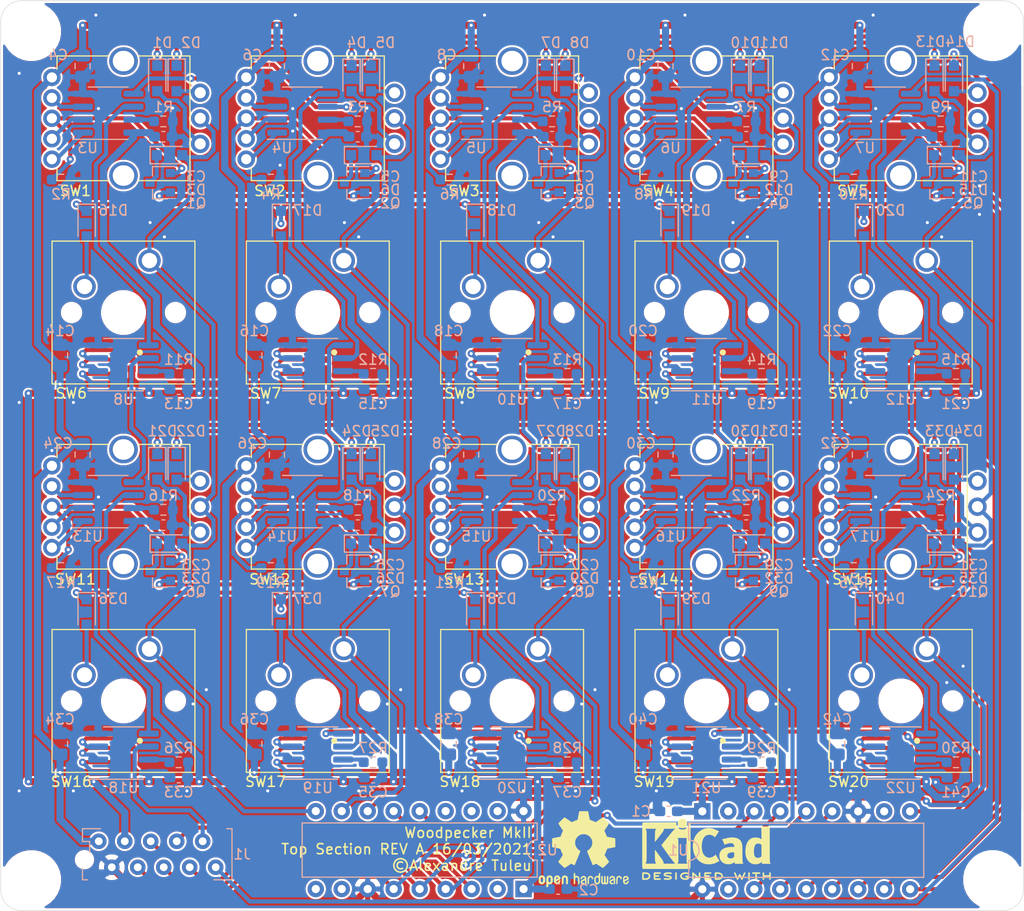
<source format=kicad_pcb>
(kicad_pcb (version 20171130) (host pcbnew 5.1.9-73d0e3b20d~88~ubuntu20.04.1)
  (layers (0 F.Cu signal) (31 B.Cu signal) (34 B.Paste user) (35 F.Paste user) (36 B.SilkS user) (37 F.SilkS user) (38 B.Mask user) (39 F.Mask user) (44 Edge.Cuts user))
  (net 0 "")
  (net 1 GND)
  (net 2 +3V3)
  (net 3 VLED)
  (net 4 "Net-(D1-Pad2)")
  (net 5 /QA1)
  (net 6 "Net-(D2-Pad2)")
  (net 7 /QB1)
  (net 8 /C1)
  (net 9 "Net-(D3-Pad1)")
  (net 10 "Net-(D4-Pad2)")
  (net 11 "Net-(D5-Pad2)")
  (net 12 /C2)
  (net 13 "Net-(D6-Pad1)")
  (net 14 "Net-(D7-Pad2)")
  (net 15 "Net-(D8-Pad2)")
  (net 16 /C3)
  (net 17 "Net-(D9-Pad1)")
  (net 18 "Net-(D10-Pad2)")
  (net 19 "Net-(D11-Pad2)")
  (net 20 /C4)
  (net 21 "Net-(D12-Pad1)")
  (net 22 "Net-(D13-Pad2)")
  (net 23 "Net-(D14-Pad2)")
  (net 24 /C5)
  (net 25 "Net-(D15-Pad1)")
  (net 26 "Net-(D21-Pad2)")
  (net 27 /QA2)
  (net 28 "Net-(D22-Pad2)")
  (net 29 /QB2)
  (net 30 "Net-(D23-Pad1)")
  (net 31 "Net-(D24-Pad2)")
  (net 32 "Net-(D25-Pad2)")
  (net 33 "Net-(D26-Pad1)")
  (net 34 "Net-(D27-Pad2)")
  (net 35 "Net-(D28-Pad2)")
  (net 36 "Net-(D29-Pad1)")
  (net 37 "Net-(D30-Pad2)")
  (net 38 "Net-(D31-Pad2)")
  (net 39 "Net-(D32-Pad1)")
  (net 40 "Net-(D33-Pad2)")
  (net 41 "Net-(D34-Pad2)")
  (net 42 "Net-(D35-Pad1)")
  (net 43 /MISO)
  (net 44 /SCK)
  (net 45 /MOSI)
  (net 46 /~CS_COL)
  (net 47 /R1)
  (net 48 "Net-(Q1-Pad1)")
  (net 49 "Net-(Q2-Pad1)")
  (net 50 "Net-(Q3-Pad1)")
  (net 51 "Net-(Q4-Pad1)")
  (net 52 "Net-(Q5-Pad1)")
  (net 53 /R3)
  (net 54 "Net-(Q6-Pad1)")
  (net 55 "Net-(Q7-Pad1)")
  (net 56 "Net-(Q8-Pad1)")
  (net 57 "Net-(Q9-Pad1)")
  (net 58 "Net-(Q10-Pad1)")
  (net 59 "Net-(R1-Pad1)")
  (net 60 "Net-(R3-Pad1)")
  (net 61 "Net-(R5-Pad1)")
  (net 62 "Net-(R7-Pad1)")
  (net 63 "Net-(R9-Pad1)")
  (net 64 "Net-(R11-Pad1)")
  (net 65 "Net-(R12-Pad1)")
  (net 66 "Net-(R13-Pad1)")
  (net 67 "Net-(R14-Pad1)")
  (net 68 "Net-(R15-Pad1)")
  (net 69 "Net-(R16-Pad1)")
  (net 70 "Net-(R18-Pad1)")
  (net 71 "Net-(R20-Pad1)")
  (net 72 "Net-(R22-Pad1)")
  (net 73 "Net-(R24-Pad1)")
  (net 74 "Net-(R26-Pad1)")
  (net 75 "Net-(R27-Pad1)")
  (net 76 "Net-(R28-Pad1)")
  (net 77 "Net-(R29-Pad1)")
  (net 78 "Net-(R30-Pad1)")
  (net 79 "Net-(SW1-Pad4)")
  (net 80 "Net-(SW1-Pad2)")
  (net 81 "Net-(SW1-Pad1)")
  (net 82 "Net-(SW2-Pad4)")
  (net 83 "Net-(SW2-Pad2)")
  (net 84 "Net-(SW2-Pad1)")
  (net 85 "Net-(SW3-Pad4)")
  (net 86 "Net-(SW3-Pad2)")
  (net 87 "Net-(SW3-Pad1)")
  (net 88 "Net-(SW4-Pad4)")
  (net 89 "Net-(SW4-Pad2)")
  (net 90 "Net-(SW4-Pad1)")
  (net 91 "Net-(SW5-Pad4)")
  (net 92 "Net-(SW5-Pad2)")
  (net 93 "Net-(SW5-Pad1)")
  (net 94 "Net-(SW6-Pad4)")
  (net 95 "Net-(SW6-Pad2)")
  (net 96 "Net-(SW6-Pad1)")
  (net 97 /R2)
  (net 98 "Net-(SW7-Pad4)")
  (net 99 "Net-(SW7-Pad2)")
  (net 100 "Net-(SW7-Pad1)")
  (net 101 "Net-(SW8-Pad4)")
  (net 102 "Net-(SW8-Pad2)")
  (net 103 "Net-(SW8-Pad1)")
  (net 104 "Net-(SW9-Pad4)")
  (net 105 "Net-(SW9-Pad2)")
  (net 106 "Net-(SW9-Pad1)")
  (net 107 "Net-(SW10-Pad4)")
  (net 108 "Net-(SW10-Pad2)")
  (net 109 "Net-(SW10-Pad1)")
  (net 110 "Net-(SW11-Pad4)")
  (net 111 "Net-(SW11-Pad2)")
  (net 112 "Net-(SW11-Pad1)")
  (net 113 "Net-(SW12-Pad4)")
  (net 114 "Net-(SW12-Pad2)")
  (net 115 "Net-(SW12-Pad1)")
  (net 116 "Net-(SW13-Pad4)")
  (net 117 "Net-(SW13-Pad2)")
  (net 118 "Net-(SW13-Pad1)")
  (net 119 "Net-(SW14-Pad4)")
  (net 120 "Net-(SW14-Pad2)")
  (net 121 "Net-(SW14-Pad1)")
  (net 122 "Net-(SW15-Pad4)")
  (net 123 "Net-(SW15-Pad2)")
  (net 124 "Net-(SW15-Pad1)")
  (net 125 "Net-(SW16-Pad4)")
  (net 126 "Net-(SW16-Pad2)")
  (net 127 "Net-(SW16-Pad1)")
  (net 128 /R4)
  (net 129 "Net-(SW17-Pad4)")
  (net 130 "Net-(SW17-Pad2)")
  (net 131 "Net-(SW17-Pad1)")
  (net 132 "Net-(SW18-Pad4)")
  (net 133 "Net-(SW18-Pad2)")
  (net 134 "Net-(SW18-Pad1)")
  (net 135 "Net-(SW19-Pad4)")
  (net 136 "Net-(SW19-Pad2)")
  (net 137 "Net-(SW19-Pad1)")
  (net 138 "Net-(SW20-Pad4)")
  (net 139 "Net-(SW20-Pad2)")
  (net 140 "Net-(SW20-Pad1)")
  (net 141 /PEL12T_1/DI)
  (net 142 /MX_1/DI)
  (net 143 /MX_3/DI)
  (net 144 /MX_4/DI)
  (net 145 /MX_5/DI)
  (net 146 /PEL12T_6/DI)
  (net 147 /PEL12T_10/DI)
  (net 148 "Net-(D16-Pad2)")
  (net 149 "Net-(D17-Pad2)")
  (net 150 "Net-(D18-Pad2)")
  (net 151 "Net-(D19-Pad2)")
  (net 152 "Net-(D20-Pad2)")
  (net 153 "Net-(D36-Pad2)")
  (net 154 "Net-(D37-Pad2)")
  (net 155 "Net-(D38-Pad2)")
  (net 156 "Net-(D39-Pad2)")
  (net 157 "Net-(D40-Pad2)")
  (net 158 /MX_7/DI)
  (net 159 /PEL12T_2/DI)
  (net 160 /MX_8/DI)
  (net 161 /PEL12T_3/DI)
  (net 162 /PEL12T_4/DI)
  (net 163 /MX_10/DI)
  (net 164 /PEL12T_5/DI)
  (net 165 /MX_2/DI)
  (net 166 /PEL12T_7/DI)
  (net 167 /PEL12T_8/DI)
  (net 168 /PEL12T_9/DI)
  (net 169 /~CS_ROW)
  (net 170 /MX_9/DI)
  (net 171 /DO)
  (net 172 /DI)
  (module woodpecker:ConnectorMicromatch-10 (layer B.Cu) (at 104.3 134 180)
    (fp_text reference J1 (at -8.3 0) (layer B.SilkS) (effects (justify mirror)))
    (fp_text value Conn_02x05_Odd_Even)
    (pad 10 thru_hole circle (at -5.715 -1.27 180) (size 1.524 1.524) (drill 0.762) (layers *.Cu *.Mask) (net 171 /DO))
    (pad 9 thru_hole circle (at -4.445 1.27 180) (size 1.524 1.524) (drill 0.762) (layers *.Cu *.Mask) (net 172 /DI))
    (pad "" np_thru_hole circle (at 7.115 -0.53 180) (size 1.5 1.5) (drill 1.5) (layers *.Cu *.Mask))
    (pad 8 thru_hole circle (at -3.175 -1.27 180) (size 1.524 1.524) (drill 0.762) (layers *.Cu *.Mask) (net 44 /SCK))
    (pad 7 thru_hole circle (at -1.905 1.27 180) (size 1.524 1.524) (drill 0.762) (layers *.Cu *.Mask) (net 169 /~CS_ROW))
    (pad 6 thru_hole circle (at -0.635 -1.27 180) (size 1.524 1.524) (drill 0.762) (layers *.Cu *.Mask) (net 45 /MOSI))
    (pad 5 thru_hole circle (at 0.635 1.27 180) (size 1.524 1.524) (drill 0.762) (layers *.Cu *.Mask) (net 46 /~CS_COL))
    (pad 4 thru_hole circle (at 1.905 -1.27 180) (size 1.524 1.524) (drill 0.762) (layers *.Cu *.Mask) (net 43 /MISO))
    (pad 3 thru_hole circle (at 3.175 1.27 180) (size 1.524 1.524) (drill 0.762) (layers *.Cu *.Mask) (net 2 +3V3))
    (pad 2 thru_hole circle (at 4.445 -1.27 180) (size 1.524 1.524) (drill 0.762) (layers *.Cu *.Mask) (net 1 GND))
    (pad 1 thru_hole circle (at 5.715 1.27 180) (size 1.524 1.524) (drill 0.762) (layers *.Cu *.Mask) (net 3 VLED))
  )
  (module woodpecker:MountingHole_3.2mm_M3_DIN965 (layer F.Cu) (at 186 53.5)
    (fp_text reference H4 hide)
    (fp_text value MountingHole)
    (pad "" np_thru_hole circle (at 0 0) (size 3.2 3.2) (drill 3.2) (layers *.Cu *.Mask) (clearance 1.3))
  )
  (module woodpecker:MountingHole_3.2mm_M3_DIN965 (layer F.Cu) (at 92 136.5)
    (fp_text reference H3 hide)
    (fp_text value MountingHole)
    (pad "" np_thru_hole circle (at 0 0) (size 3.2 3.2) (drill 3.2) (layers *.Cu *.Mask) (clearance 1.3))
  )
  (module woodpecker:MountingHole_3.2mm_M3_DIN965 (layer F.Cu) (at 92 53.5)
    (fp_text reference H2 hide)
    (fp_text value MountingHole)
    (pad "" np_thru_hole circle (at 0 0) (size 3.2 3.2) (drill 3.2) (layers *.Cu *.Mask) (clearance 1.3))
  )
  (module woodpecker:MountingHole_3.2mm_M3_DIN965 (layer F.Cu) (at 186 136.5)
    (fp_text reference H1 hide)
    (fp_text value MountingHole)
    (pad "" np_thru_hole circle (at 0 0) (size 3.2 3.2) (drill 3.2) (layers *.Cu *.Mask) (clearance 1.3))
  )
  (module Symbol:KiCad-Logo2_5mm_SilkScreen (layer F.Cu) (at 158 133.5)
    (fp_text reference REF** hide)
    (fp_text value KiCad-Logo2_5mm_SilkScreen hide)
  )
  (module Symbol:OSHW-Logo2_9.8x8mm_SilkScreen (layer F.Cu) (at 146 133.5)
    (fp_text reference REF** hide)
    (fp_text value OSHW-Logo2_9.8x8mm_SilkScreen hide)
  )
  (module Package_SO:SOIC-8_3.9x4.9mm_P1.27mm (layer B.Cu) (at 177 124.1)
    (fp_text reference U22 (at 0 3.4) (layer B.SilkS) (effects (justify mirror)))
    (fp_text value TLC5973)
    (pad 8 smd roundrect (at 2.475 1.905) (size 1.95 0.6) (layers B.Cu B.Paste B.Mask) (net 2 +3V3))
    (pad 7 smd roundrect (at 2.475 0.635) (size 1.95 0.6) (layers B.Cu B.Paste B.Mask) (net 78 "Net-(R30-Pad1)"))
    (pad 6 smd roundrect (at 2.475 -0.635) (size 1.95 0.6) (layers B.Cu B.Paste B.Mask) (net 163 /MX_10/DI))
    (pad 5 smd roundrect (at 2.475 -1.905) (size 1.95 0.6) (layers B.Cu B.Paste B.Mask) (net 147 /PEL12T_10/DI))
    (pad 4 smd roundrect (at -2.475 -1.905) (size 1.95 0.6) (layers B.Cu B.Paste B.Mask) (net 1 GND))
    (pad 3 smd roundrect (at -2.475 -0.635) (size 1.95 0.6) (layers B.Cu B.Paste B.Mask) (net 140 "Net-(SW20-Pad1)"))
    (pad 2 smd roundrect (at -2.475 0.635) (size 1.95 0.6) (layers B.Cu B.Paste B.Mask) (net 139 "Net-(SW20-Pad2)"))
    (pad 1 smd roundrect (at -2.475 1.905) (size 1.95 0.6) (layers B.Cu B.Paste B.Mask) (net 138 "Net-(SW20-Pad4)"))
  )
  (module Package_SO:SOIC-8_3.9x4.9mm_P1.27mm (layer B.Cu) (at 158 124.1)
    (fp_text reference U21 (at 0 3.4) (layer B.SilkS) (effects (justify mirror)))
    (fp_text value TLC5973)
    (pad 8 smd roundrect (at 2.475 1.905) (size 1.95 0.6) (layers B.Cu B.Paste B.Mask) (net 2 +3V3))
    (pad 7 smd roundrect (at 2.475 0.635) (size 1.95 0.6) (layers B.Cu B.Paste B.Mask) (net 77 "Net-(R29-Pad1)"))
    (pad 6 smd roundrect (at 2.475 -0.635) (size 1.95 0.6) (layers B.Cu B.Paste B.Mask) (net 170 /MX_9/DI))
    (pad 5 smd roundrect (at 2.475 -1.905) (size 1.95 0.6) (layers B.Cu B.Paste B.Mask) (net 163 /MX_10/DI))
    (pad 4 smd roundrect (at -2.475 -1.905) (size 1.95 0.6) (layers B.Cu B.Paste B.Mask) (net 1 GND))
    (pad 3 smd roundrect (at -2.475 -0.635) (size 1.95 0.6) (layers B.Cu B.Paste B.Mask) (net 137 "Net-(SW19-Pad1)"))
    (pad 2 smd roundrect (at -2.475 0.635) (size 1.95 0.6) (layers B.Cu B.Paste B.Mask) (net 136 "Net-(SW19-Pad2)"))
    (pad 1 smd roundrect (at -2.475 1.905) (size 1.95 0.6) (layers B.Cu B.Paste B.Mask) (net 135 "Net-(SW19-Pad4)"))
  )
  (module Package_SO:SOIC-8_3.9x4.9mm_P1.27mm (layer B.Cu) (at 139 124.1)
    (fp_text reference U20 (at 0 3.4) (layer B.SilkS) (effects (justify mirror)))
    (fp_text value TLC5973)
    (pad 8 smd roundrect (at 2.475 1.905) (size 1.95 0.6) (layers B.Cu B.Paste B.Mask) (net 2 +3V3))
    (pad 7 smd roundrect (at 2.475 0.635) (size 1.95 0.6) (layers B.Cu B.Paste B.Mask) (net 76 "Net-(R28-Pad1)"))
    (pad 6 smd roundrect (at 2.475 -0.635) (size 1.95 0.6) (layers B.Cu B.Paste B.Mask) (net 160 /MX_8/DI))
    (pad 5 smd roundrect (at 2.475 -1.905) (size 1.95 0.6) (layers B.Cu B.Paste B.Mask) (net 167 /PEL12T_8/DI))
    (pad 4 smd roundrect (at -2.475 -1.905) (size 1.95 0.6) (layers B.Cu B.Paste B.Mask) (net 1 GND))
    (pad 3 smd roundrect (at -2.475 -0.635) (size 1.95 0.6) (layers B.Cu B.Paste B.Mask) (net 134 "Net-(SW18-Pad1)"))
    (pad 2 smd roundrect (at -2.475 0.635) (size 1.95 0.6) (layers B.Cu B.Paste B.Mask) (net 133 "Net-(SW18-Pad2)"))
    (pad 1 smd roundrect (at -2.475 1.905) (size 1.95 0.6) (layers B.Cu B.Paste B.Mask) (net 132 "Net-(SW18-Pad4)"))
  )
  (module Package_SO:SOIC-8_3.9x4.9mm_P1.27mm (layer B.Cu) (at 120 124.1)
    (fp_text reference U19 (at 0 3.4) (layer B.SilkS) (effects (justify mirror)))
    (fp_text value TLC5973)
    (pad 8 smd roundrect (at 2.475 1.905) (size 1.95 0.6) (layers B.Cu B.Paste B.Mask) (net 2 +3V3))
    (pad 7 smd roundrect (at 2.475 0.635) (size 1.95 0.6) (layers B.Cu B.Paste B.Mask) (net 75 "Net-(R27-Pad1)"))
    (pad 6 smd roundrect (at 2.475 -0.635) (size 1.95 0.6) (layers B.Cu B.Paste B.Mask) (net 158 /MX_7/DI))
    (pad 5 smd roundrect (at 2.475 -1.905) (size 1.95 0.6) (layers B.Cu B.Paste B.Mask) (net 160 /MX_8/DI))
    (pad 4 smd roundrect (at -2.475 -1.905) (size 1.95 0.6) (layers B.Cu B.Paste B.Mask) (net 1 GND))
    (pad 3 smd roundrect (at -2.475 -0.635) (size 1.95 0.6) (layers B.Cu B.Paste B.Mask) (net 131 "Net-(SW17-Pad1)"))
    (pad 2 smd roundrect (at -2.475 0.635) (size 1.95 0.6) (layers B.Cu B.Paste B.Mask) (net 130 "Net-(SW17-Pad2)"))
    (pad 1 smd roundrect (at -2.475 1.905) (size 1.95 0.6) (layers B.Cu B.Paste B.Mask) (net 129 "Net-(SW17-Pad4)"))
  )
  (module Package_SO:SOIC-8_3.9x4.9mm_P1.27mm (layer B.Cu) (at 101 124.1)
    (fp_text reference U18 (at 0 3.4) (layer B.SilkS) (effects (justify mirror)))
    (fp_text value TLC5973)
    (pad 8 smd roundrect (at 2.475 1.905) (size 1.95 0.6) (layers B.Cu B.Paste B.Mask) (net 2 +3V3))
    (pad 7 smd roundrect (at 2.475 0.635) (size 1.95 0.6) (layers B.Cu B.Paste B.Mask) (net 74 "Net-(R26-Pad1)"))
    (pad 6 smd roundrect (at 2.475 -0.635) (size 1.95 0.6) (layers B.Cu B.Paste B.Mask) (net 172 /DI))
    (pad 5 smd roundrect (at 2.475 -1.905) (size 1.95 0.6) (layers B.Cu B.Paste B.Mask) (net 146 /PEL12T_6/DI))
    (pad 4 smd roundrect (at -2.475 -1.905) (size 1.95 0.6) (layers B.Cu B.Paste B.Mask) (net 1 GND))
    (pad 3 smd roundrect (at -2.475 -0.635) (size 1.95 0.6) (layers B.Cu B.Paste B.Mask) (net 127 "Net-(SW16-Pad1)"))
    (pad 2 smd roundrect (at -2.475 0.635) (size 1.95 0.6) (layers B.Cu B.Paste B.Mask) (net 126 "Net-(SW16-Pad2)"))
    (pad 1 smd roundrect (at -2.475 1.905) (size 1.95 0.6) (layers B.Cu B.Paste B.Mask) (net 125 "Net-(SW16-Pad4)"))
  )
  (module Package_SO:SOIC-8_3.9x4.9mm_P1.27mm (layer B.Cu) (at 175.5 99.5)
    (fp_text reference U17 (at -2 3.4) (layer B.SilkS) (effects (justify mirror)))
    (fp_text value TLC5973)
    (pad 8 smd roundrect (at 2.475 1.905) (size 1.95 0.6) (layers B.Cu B.Paste B.Mask) (net 2 +3V3))
    (pad 7 smd roundrect (at 2.475 0.635) (size 1.95 0.6) (layers B.Cu B.Paste B.Mask) (net 73 "Net-(R24-Pad1)"))
    (pad 6 smd roundrect (at 2.475 -0.635) (size 1.95 0.6) (layers B.Cu B.Paste B.Mask) (net 147 /PEL12T_10/DI))
    (pad 5 smd roundrect (at 2.475 -1.905) (size 1.95 0.6) (layers B.Cu B.Paste B.Mask) (net 145 /MX_5/DI))
    (pad 4 smd roundrect (at -2.475 -1.905) (size 1.95 0.6) (layers B.Cu B.Paste B.Mask) (net 1 GND))
    (pad 3 smd roundrect (at -2.475 -0.635) (size 1.95 0.6) (layers B.Cu B.Paste B.Mask) (net 122 "Net-(SW15-Pad4)"))
    (pad 2 smd roundrect (at -2.475 0.635) (size 1.95 0.6) (layers B.Cu B.Paste B.Mask) (net 123 "Net-(SW15-Pad2)"))
    (pad 1 smd roundrect (at -2.475 1.905) (size 1.95 0.6) (layers B.Cu B.Paste B.Mask) (net 124 "Net-(SW15-Pad1)"))
  )
  (module Package_SO:SOIC-8_3.9x4.9mm_P1.27mm (layer B.Cu) (at 156.5 99.5)
    (fp_text reference U16 (at -2 3.4) (layer B.SilkS) (effects (justify mirror)))
    (fp_text value TLC5973)
    (pad 8 smd roundrect (at 2.475 1.905) (size 1.95 0.6) (layers B.Cu B.Paste B.Mask) (net 2 +3V3))
    (pad 7 smd roundrect (at 2.475 0.635) (size 1.95 0.6) (layers B.Cu B.Paste B.Mask) (net 72 "Net-(R22-Pad1)"))
    (pad 6 smd roundrect (at 2.475 -0.635) (size 1.95 0.6) (layers B.Cu B.Paste B.Mask) (net 168 /PEL12T_9/DI))
    (pad 5 smd roundrect (at 2.475 -1.905) (size 1.95 0.6) (layers B.Cu B.Paste B.Mask) (net 170 /MX_9/DI))
    (pad 4 smd roundrect (at -2.475 -1.905) (size 1.95 0.6) (layers B.Cu B.Paste B.Mask) (net 1 GND))
    (pad 3 smd roundrect (at -2.475 -0.635) (size 1.95 0.6) (layers B.Cu B.Paste B.Mask) (net 119 "Net-(SW14-Pad4)"))
    (pad 2 smd roundrect (at -2.475 0.635) (size 1.95 0.6) (layers B.Cu B.Paste B.Mask) (net 120 "Net-(SW14-Pad2)"))
    (pad 1 smd roundrect (at -2.475 1.905) (size 1.95 0.6) (layers B.Cu B.Paste B.Mask) (net 121 "Net-(SW14-Pad1)"))
  )
  (module Package_SO:SOIC-8_3.9x4.9mm_P1.27mm (layer B.Cu) (at 137.5 99.5)
    (fp_text reference U15 (at -2 3.4) (layer B.SilkS) (effects (justify mirror)))
    (fp_text value TLC5973)
    (pad 8 smd roundrect (at 2.475 1.905) (size 1.95 0.6) (layers B.Cu B.Paste B.Mask) (net 2 +3V3))
    (pad 7 smd roundrect (at 2.475 0.635) (size 1.95 0.6) (layers B.Cu B.Paste B.Mask) (net 71 "Net-(R20-Pad1)"))
    (pad 6 smd roundrect (at 2.475 -0.635) (size 1.95 0.6) (layers B.Cu B.Paste B.Mask) (net 167 /PEL12T_8/DI))
    (pad 5 smd roundrect (at 2.475 -1.905) (size 1.95 0.6) (layers B.Cu B.Paste B.Mask) (net 143 /MX_3/DI))
    (pad 4 smd roundrect (at -2.475 -1.905) (size 1.95 0.6) (layers B.Cu B.Paste B.Mask) (net 1 GND))
    (pad 3 smd roundrect (at -2.475 -0.635) (size 1.95 0.6) (layers B.Cu B.Paste B.Mask) (net 116 "Net-(SW13-Pad4)"))
    (pad 2 smd roundrect (at -2.475 0.635) (size 1.95 0.6) (layers B.Cu B.Paste B.Mask) (net 117 "Net-(SW13-Pad2)"))
    (pad 1 smd roundrect (at -2.475 1.905) (size 1.95 0.6) (layers B.Cu B.Paste B.Mask) (net 118 "Net-(SW13-Pad1)"))
  )
  (module Package_SO:SOIC-8_3.9x4.9mm_P1.27mm (layer B.Cu) (at 118.5 99.5)
    (fp_text reference U14 (at -2 3.4) (layer B.SilkS) (effects (justify mirror)))
    (fp_text value TLC5973)
    (pad 8 smd roundrect (at 2.475 1.905) (size 1.95 0.6) (layers B.Cu B.Paste B.Mask) (net 2 +3V3))
    (pad 7 smd roundrect (at 2.475 0.635) (size 1.95 0.6) (layers B.Cu B.Paste B.Mask) (net 70 "Net-(R18-Pad1)"))
    (pad 6 smd roundrect (at 2.475 -0.635) (size 1.95 0.6) (layers B.Cu B.Paste B.Mask) (net 166 /PEL12T_7/DI))
    (pad 5 smd roundrect (at 2.475 -1.905) (size 1.95 0.6) (layers B.Cu B.Paste B.Mask) (net 158 /MX_7/DI))
    (pad 4 smd roundrect (at -2.475 -1.905) (size 1.95 0.6) (layers B.Cu B.Paste B.Mask) (net 1 GND))
    (pad 3 smd roundrect (at -2.475 -0.635) (size 1.95 0.6) (layers B.Cu B.Paste B.Mask) (net 113 "Net-(SW12-Pad4)"))
    (pad 2 smd roundrect (at -2.475 0.635) (size 1.95 0.6) (layers B.Cu B.Paste B.Mask) (net 114 "Net-(SW12-Pad2)"))
    (pad 1 smd roundrect (at -2.475 1.905) (size 1.95 0.6) (layers B.Cu B.Paste B.Mask) (net 115 "Net-(SW12-Pad1)"))
  )
  (module Package_SO:SOIC-8_3.9x4.9mm_P1.27mm (layer B.Cu) (at 99.5 99.5)
    (fp_text reference U13 (at -2 3.4) (layer B.SilkS) (effects (justify mirror)))
    (fp_text value TLC5973)
    (pad 8 smd roundrect (at 2.475 1.905) (size 1.95 0.6) (layers B.Cu B.Paste B.Mask) (net 2 +3V3))
    (pad 7 smd roundrect (at 2.475 0.635) (size 1.95 0.6) (layers B.Cu B.Paste B.Mask) (net 69 "Net-(R16-Pad1)"))
    (pad 6 smd roundrect (at 2.475 -0.635) (size 1.95 0.6) (layers B.Cu B.Paste B.Mask) (net 146 /PEL12T_6/DI))
    (pad 5 smd roundrect (at 2.475 -1.905) (size 1.95 0.6) (layers B.Cu B.Paste B.Mask) (net 142 /MX_1/DI))
    (pad 4 smd roundrect (at -2.475 -1.905) (size 1.95 0.6) (layers B.Cu B.Paste B.Mask) (net 1 GND))
    (pad 3 smd roundrect (at -2.475 -0.635) (size 1.95 0.6) (layers B.Cu B.Paste B.Mask) (net 110 "Net-(SW11-Pad4)"))
    (pad 2 smd roundrect (at -2.475 0.635) (size 1.95 0.6) (layers B.Cu B.Paste B.Mask) (net 111 "Net-(SW11-Pad2)"))
    (pad 1 smd roundrect (at -2.475 1.905) (size 1.95 0.6) (layers B.Cu B.Paste B.Mask) (net 112 "Net-(SW11-Pad1)"))
  )
  (module Package_SO:SOIC-8_3.9x4.9mm_P1.27mm (layer B.Cu) (at 177 86.1)
    (fp_text reference U12 (at 0 3.4) (layer B.SilkS) (effects (justify mirror)))
    (fp_text value TLC5973)
    (pad 8 smd roundrect (at 2.475 1.905) (size 1.95 0.6) (layers B.Cu B.Paste B.Mask) (net 2 +3V3))
    (pad 7 smd roundrect (at 2.475 0.635) (size 1.95 0.6) (layers B.Cu B.Paste B.Mask) (net 68 "Net-(R15-Pad1)"))
    (pad 6 smd roundrect (at 2.475 -0.635) (size 1.95 0.6) (layers B.Cu B.Paste B.Mask) (net 145 /MX_5/DI))
    (pad 5 smd roundrect (at 2.475 -1.905) (size 1.95 0.6) (layers B.Cu B.Paste B.Mask) (net 164 /PEL12T_5/DI))
    (pad 4 smd roundrect (at -2.475 -1.905) (size 1.95 0.6) (layers B.Cu B.Paste B.Mask) (net 1 GND))
    (pad 3 smd roundrect (at -2.475 -0.635) (size 1.95 0.6) (layers B.Cu B.Paste B.Mask) (net 109 "Net-(SW10-Pad1)"))
    (pad 2 smd roundrect (at -2.475 0.635) (size 1.95 0.6) (layers B.Cu B.Paste B.Mask) (net 108 "Net-(SW10-Pad2)"))
    (pad 1 smd roundrect (at -2.475 1.905) (size 1.95 0.6) (layers B.Cu B.Paste B.Mask) (net 107 "Net-(SW10-Pad4)"))
  )
  (module Package_SO:SOIC-8_3.9x4.9mm_P1.27mm (layer B.Cu) (at 158 86.1)
    (fp_text reference U11 (at 0 3.4) (layer B.SilkS) (effects (justify mirror)))
    (fp_text value TLC5973)
    (pad 8 smd roundrect (at 2.475 1.905) (size 1.95 0.6) (layers B.Cu B.Paste B.Mask) (net 2 +3V3))
    (pad 7 smd roundrect (at 2.475 0.635) (size 1.95 0.6) (layers B.Cu B.Paste B.Mask) (net 67 "Net-(R14-Pad1)"))
    (pad 6 smd roundrect (at 2.475 -0.635) (size 1.95 0.6) (layers B.Cu B.Paste B.Mask) (net 144 /MX_4/DI))
    (pad 5 smd roundrect (at 2.475 -1.905) (size 1.95 0.6) (layers B.Cu B.Paste B.Mask) (net 168 /PEL12T_9/DI))
    (pad 4 smd roundrect (at -2.475 -1.905) (size 1.95 0.6) (layers B.Cu B.Paste B.Mask) (net 1 GND))
    (pad 3 smd roundrect (at -2.475 -0.635) (size 1.95 0.6) (layers B.Cu B.Paste B.Mask) (net 106 "Net-(SW9-Pad1)"))
    (pad 2 smd roundrect (at -2.475 0.635) (size 1.95 0.6) (layers B.Cu B.Paste B.Mask) (net 105 "Net-(SW9-Pad2)"))
    (pad 1 smd roundrect (at -2.475 1.905) (size 1.95 0.6) (layers B.Cu B.Paste B.Mask) (net 104 "Net-(SW9-Pad4)"))
  )
  (module Package_SO:SOIC-8_3.9x4.9mm_P1.27mm (layer B.Cu) (at 139 86.1)
    (fp_text reference U10 (at 0 3.4) (layer B.SilkS) (effects (justify mirror)))
    (fp_text value TLC5973)
    (pad 8 smd roundrect (at 2.475 1.905) (size 1.95 0.6) (layers B.Cu B.Paste B.Mask) (net 2 +3V3))
    (pad 7 smd roundrect (at 2.475 0.635) (size 1.95 0.6) (layers B.Cu B.Paste B.Mask) (net 66 "Net-(R13-Pad1)"))
    (pad 6 smd roundrect (at 2.475 -0.635) (size 1.95 0.6) (layers B.Cu B.Paste B.Mask) (net 143 /MX_3/DI))
    (pad 5 smd roundrect (at 2.475 -1.905) (size 1.95 0.6) (layers B.Cu B.Paste B.Mask) (net 161 /PEL12T_3/DI))
    (pad 4 smd roundrect (at -2.475 -1.905) (size 1.95 0.6) (layers B.Cu B.Paste B.Mask) (net 1 GND))
    (pad 3 smd roundrect (at -2.475 -0.635) (size 1.95 0.6) (layers B.Cu B.Paste B.Mask) (net 103 "Net-(SW8-Pad1)"))
    (pad 2 smd roundrect (at -2.475 0.635) (size 1.95 0.6) (layers B.Cu B.Paste B.Mask) (net 102 "Net-(SW8-Pad2)"))
    (pad 1 smd roundrect (at -2.475 1.905) (size 1.95 0.6) (layers B.Cu B.Paste B.Mask) (net 101 "Net-(SW8-Pad4)"))
  )
  (module Package_SO:SOIC-8_3.9x4.9mm_P1.27mm (layer B.Cu) (at 120 86.1)
    (fp_text reference U9 (at 0 3.4) (layer B.SilkS) (effects (justify mirror)))
    (fp_text value TLC5973)
    (pad 8 smd roundrect (at 2.475 1.905) (size 1.95 0.6) (layers B.Cu B.Paste B.Mask) (net 2 +3V3))
    (pad 7 smd roundrect (at 2.475 0.635) (size 1.95 0.6) (layers B.Cu B.Paste B.Mask) (net 65 "Net-(R12-Pad1)"))
    (pad 6 smd roundrect (at 2.475 -0.635) (size 1.95 0.6) (layers B.Cu B.Paste B.Mask) (net 165 /MX_2/DI))
    (pad 5 smd roundrect (at 2.475 -1.905) (size 1.95 0.6) (layers B.Cu B.Paste B.Mask) (net 166 /PEL12T_7/DI))
    (pad 4 smd roundrect (at -2.475 -1.905) (size 1.95 0.6) (layers B.Cu B.Paste B.Mask) (net 1 GND))
    (pad 3 smd roundrect (at -2.475 -0.635) (size 1.95 0.6) (layers B.Cu B.Paste B.Mask) (net 100 "Net-(SW7-Pad1)"))
    (pad 2 smd roundrect (at -2.475 0.635) (size 1.95 0.6) (layers B.Cu B.Paste B.Mask) (net 99 "Net-(SW7-Pad2)"))
    (pad 1 smd roundrect (at -2.475 1.905) (size 1.95 0.6) (layers B.Cu B.Paste B.Mask) (net 98 "Net-(SW7-Pad4)"))
  )
  (module Package_SO:SOIC-8_3.9x4.9mm_P1.27mm (layer B.Cu) (at 101 86.1)
    (fp_text reference U8 (at 0 3.4) (layer B.SilkS) (effects (justify mirror)))
    (fp_text value TLC5973)
    (pad 8 smd roundrect (at 2.475 1.905) (size 1.95 0.6) (layers B.Cu B.Paste B.Mask) (net 2 +3V3))
    (pad 7 smd roundrect (at 2.475 0.635) (size 1.95 0.6) (layers B.Cu B.Paste B.Mask) (net 64 "Net-(R11-Pad1)"))
    (pad 6 smd roundrect (at 2.475 -0.635) (size 1.95 0.6) (layers B.Cu B.Paste B.Mask) (net 142 /MX_1/DI))
    (pad 5 smd roundrect (at 2.475 -1.905) (size 1.95 0.6) (layers B.Cu B.Paste B.Mask) (net 141 /PEL12T_1/DI))
    (pad 4 smd roundrect (at -2.475 -1.905) (size 1.95 0.6) (layers B.Cu B.Paste B.Mask) (net 1 GND))
    (pad 3 smd roundrect (at -2.475 -0.635) (size 1.95 0.6) (layers B.Cu B.Paste B.Mask) (net 96 "Net-(SW6-Pad1)"))
    (pad 2 smd roundrect (at -2.475 0.635) (size 1.95 0.6) (layers B.Cu B.Paste B.Mask) (net 95 "Net-(SW6-Pad2)"))
    (pad 1 smd roundrect (at -2.475 1.905) (size 1.95 0.6) (layers B.Cu B.Paste B.Mask) (net 94 "Net-(SW6-Pad4)"))
  )
  (module Package_SO:SOIC-8_3.9x4.9mm_P1.27mm (layer B.Cu) (at 175.5 61.5)
    (fp_text reference U7 (at -2 3.4) (layer B.SilkS) (effects (justify mirror)))
    (fp_text value TLC5973)
    (pad 8 smd roundrect (at 2.475 1.905) (size 1.95 0.6) (layers B.Cu B.Paste B.Mask) (net 2 +3V3))
    (pad 7 smd roundrect (at 2.475 0.635) (size 1.95 0.6) (layers B.Cu B.Paste B.Mask) (net 63 "Net-(R9-Pad1)"))
    (pad 6 smd roundrect (at 2.475 -0.635) (size 1.95 0.6) (layers B.Cu B.Paste B.Mask) (net 164 /PEL12T_5/DI))
    (pad 5 smd roundrect (at 2.475 -1.905) (size 1.95 0.6) (layers B.Cu B.Paste B.Mask) (net 171 /DO))
    (pad 4 smd roundrect (at -2.475 -1.905) (size 1.95 0.6) (layers B.Cu B.Paste B.Mask) (net 1 GND))
    (pad 3 smd roundrect (at -2.475 -0.635) (size 1.95 0.6) (layers B.Cu B.Paste B.Mask) (net 91 "Net-(SW5-Pad4)"))
    (pad 2 smd roundrect (at -2.475 0.635) (size 1.95 0.6) (layers B.Cu B.Paste B.Mask) (net 92 "Net-(SW5-Pad2)"))
    (pad 1 smd roundrect (at -2.475 1.905) (size 1.95 0.6) (layers B.Cu B.Paste B.Mask) (net 93 "Net-(SW5-Pad1)"))
  )
  (module Package_SO:SOIC-8_3.9x4.9mm_P1.27mm (layer B.Cu) (at 156.5 61.5)
    (fp_text reference U6 (at -2 3.4) (layer B.SilkS) (effects (justify mirror)))
    (fp_text value TLC5973)
    (pad 8 smd roundrect (at 2.475 1.905) (size 1.95 0.6) (layers B.Cu B.Paste B.Mask) (net 2 +3V3))
    (pad 7 smd roundrect (at 2.475 0.635) (size 1.95 0.6) (layers B.Cu B.Paste B.Mask) (net 62 "Net-(R7-Pad1)"))
    (pad 6 smd roundrect (at 2.475 -0.635) (size 1.95 0.6) (layers B.Cu B.Paste B.Mask) (net 162 /PEL12T_4/DI))
    (pad 5 smd roundrect (at 2.475 -1.905) (size 1.95 0.6) (layers B.Cu B.Paste B.Mask) (net 144 /MX_4/DI))
    (pad 4 smd roundrect (at -2.475 -1.905) (size 1.95 0.6) (layers B.Cu B.Paste B.Mask) (net 1 GND))
    (pad 3 smd roundrect (at -2.475 -0.635) (size 1.95 0.6) (layers B.Cu B.Paste B.Mask) (net 88 "Net-(SW4-Pad4)"))
    (pad 2 smd roundrect (at -2.475 0.635) (size 1.95 0.6) (layers B.Cu B.Paste B.Mask) (net 89 "Net-(SW4-Pad2)"))
    (pad 1 smd roundrect (at -2.475 1.905) (size 1.95 0.6) (layers B.Cu B.Paste B.Mask) (net 90 "Net-(SW4-Pad1)"))
  )
  (module Package_SO:SOIC-8_3.9x4.9mm_P1.27mm (layer B.Cu) (at 137.5 61.5)
    (fp_text reference U5 (at -2 3.4) (layer B.SilkS) (effects (justify mirror)))
    (fp_text value TLC5973)
    (pad 8 smd roundrect (at 2.475 1.905) (size 1.95 0.6) (layers B.Cu B.Paste B.Mask) (net 2 +3V3))
    (pad 7 smd roundrect (at 2.475 0.635) (size 1.95 0.6) (layers B.Cu B.Paste B.Mask) (net 61 "Net-(R5-Pad1)"))
    (pad 6 smd roundrect (at 2.475 -0.635) (size 1.95 0.6) (layers B.Cu B.Paste B.Mask) (net 161 /PEL12T_3/DI))
    (pad 5 smd roundrect (at 2.475 -1.905) (size 1.95 0.6) (layers B.Cu B.Paste B.Mask) (net 162 /PEL12T_4/DI))
    (pad 4 smd roundrect (at -2.475 -1.905) (size 1.95 0.6) (layers B.Cu B.Paste B.Mask) (net 1 GND))
    (pad 3 smd roundrect (at -2.475 -0.635) (size 1.95 0.6) (layers B.Cu B.Paste B.Mask) (net 85 "Net-(SW3-Pad4)"))
    (pad 2 smd roundrect (at -2.475 0.635) (size 1.95 0.6) (layers B.Cu B.Paste B.Mask) (net 86 "Net-(SW3-Pad2)"))
    (pad 1 smd roundrect (at -2.475 1.905) (size 1.95 0.6) (layers B.Cu B.Paste B.Mask) (net 87 "Net-(SW3-Pad1)"))
  )
  (module Package_SO:SOIC-8_3.9x4.9mm_P1.27mm (layer B.Cu) (at 118.5 61.5)
    (fp_text reference U4 (at -2 3.4) (layer B.SilkS) (effects (justify mirror)))
    (fp_text value TLC5973)
    (pad 8 smd roundrect (at 2.475 1.905) (size 1.95 0.6) (layers B.Cu B.Paste B.Mask) (net 2 +3V3))
    (pad 7 smd roundrect (at 2.475 0.635) (size 1.95 0.6) (layers B.Cu B.Paste B.Mask) (net 60 "Net-(R3-Pad1)"))
    (pad 6 smd roundrect (at 2.475 -0.635) (size 1.95 0.6) (layers B.Cu B.Paste B.Mask) (net 159 /PEL12T_2/DI))
    (pad 5 smd roundrect (at 2.475 -1.905) (size 1.95 0.6) (layers B.Cu B.Paste B.Mask) (net 165 /MX_2/DI))
    (pad 4 smd roundrect (at -2.475 -1.905) (size 1.95 0.6) (layers B.Cu B.Paste B.Mask) (net 1 GND))
    (pad 3 smd roundrect (at -2.475 -0.635) (size 1.95 0.6) (layers B.Cu B.Paste B.Mask) (net 82 "Net-(SW2-Pad4)"))
    (pad 2 smd roundrect (at -2.475 0.635) (size 1.95 0.6) (layers B.Cu B.Paste B.Mask) (net 83 "Net-(SW2-Pad2)"))
    (pad 1 smd roundrect (at -2.475 1.905) (size 1.95 0.6) (layers B.Cu B.Paste B.Mask) (net 84 "Net-(SW2-Pad1)"))
  )
  (module Package_SO:SOIC-8_3.9x4.9mm_P1.27mm (layer B.Cu) (at 99.5 61.5)
    (fp_text reference U3 (at -2 3.4) (layer B.SilkS) (effects (justify mirror)))
    (fp_text value TLC5973)
    (pad 8 smd roundrect (at 2.475 1.905) (size 1.95 0.6) (layers B.Cu B.Paste B.Mask) (net 2 +3V3))
    (pad 7 smd roundrect (at 2.475 0.635) (size 1.95 0.6) (layers B.Cu B.Paste B.Mask) (net 59 "Net-(R1-Pad1)"))
    (pad 6 smd roundrect (at 2.475 -0.635) (size 1.95 0.6) (layers B.Cu B.Paste B.Mask) (net 141 /PEL12T_1/DI))
    (pad 5 smd roundrect (at 2.475 -1.905) (size 1.95 0.6) (layers B.Cu B.Paste B.Mask) (net 159 /PEL12T_2/DI))
    (pad 4 smd roundrect (at -2.475 -1.905) (size 1.95 0.6) (layers B.Cu B.Paste B.Mask) (net 1 GND))
    (pad 3 smd roundrect (at -2.475 -0.635) (size 1.95 0.6) (layers B.Cu B.Paste B.Mask) (net 79 "Net-(SW1-Pad4)"))
    (pad 2 smd roundrect (at -2.475 0.635) (size 1.95 0.6) (layers B.Cu B.Paste B.Mask) (net 80 "Net-(SW1-Pad2)"))
    (pad 1 smd roundrect (at -2.475 1.905) (size 1.95 0.6) (layers B.Cu B.Paste B.Mask) (net 81 "Net-(SW1-Pad1)"))
  )
  (module Resistor_SMD:R_0603_1608Metric_Pad0.98x0.95mm_HandSolder (layer B.Cu) (at 182.4 125)
    (fp_text reference R30 (at 0 -1.4 180) (layer B.SilkS) (effects (justify mirror)))
    (fp_text value 10.5K)
    (pad 2 smd roundrect (at 0.9125 0) (size 0.975 0.95) (layers B.Cu B.Paste B.Mask) (net 1 GND))
    (pad 1 smd roundrect (at -0.9125 0) (size 0.975 0.95) (layers B.Cu B.Paste B.Mask) (net 78 "Net-(R30-Pad1)"))
  )
  (module Resistor_SMD:R_0603_1608Metric_Pad0.98x0.95mm_HandSolder (layer B.Cu) (at 163.4 125)
    (fp_text reference R29 (at 0 -1.4 180) (layer B.SilkS) (effects (justify mirror)))
    (fp_text value 10.5K)
    (pad 2 smd roundrect (at 0.9125 0) (size 0.975 0.95) (layers B.Cu B.Paste B.Mask) (net 1 GND))
    (pad 1 smd roundrect (at -0.9125 0) (size 0.975 0.95) (layers B.Cu B.Paste B.Mask) (net 77 "Net-(R29-Pad1)"))
  )
  (module Resistor_SMD:R_0603_1608Metric_Pad0.98x0.95mm_HandSolder (layer B.Cu) (at 144.4 125)
    (fp_text reference R28 (at 0 -1.4 180) (layer B.SilkS) (effects (justify mirror)))
    (fp_text value 10.5K)
    (pad 2 smd roundrect (at 0.9125 0) (size 0.975 0.95) (layers B.Cu B.Paste B.Mask) (net 1 GND))
    (pad 1 smd roundrect (at -0.9125 0) (size 0.975 0.95) (layers B.Cu B.Paste B.Mask) (net 76 "Net-(R28-Pad1)"))
  )
  (module Resistor_SMD:R_0603_1608Metric_Pad0.98x0.95mm_HandSolder (layer B.Cu) (at 125.4 125)
    (fp_text reference R27 (at 0 -1.4 180) (layer B.SilkS) (effects (justify mirror)))
    (fp_text value 10.5K)
    (pad 2 smd roundrect (at 0.9125 0) (size 0.975 0.95) (layers B.Cu B.Paste B.Mask) (net 1 GND))
    (pad 1 smd roundrect (at -0.9125 0) (size 0.975 0.95) (layers B.Cu B.Paste B.Mask) (net 75 "Net-(R27-Pad1)"))
  )
  (module Resistor_SMD:R_0603_1608Metric_Pad0.98x0.95mm_HandSolder (layer B.Cu) (at 106.4 125)
    (fp_text reference R26 (at 0 -1.4 180) (layer B.SilkS) (effects (justify mirror)))
    (fp_text value 10.5K)
    (pad 2 smd roundrect (at 0.9125 0) (size 0.975 0.95) (layers B.Cu B.Paste B.Mask) (net 1 GND))
    (pad 1 smd roundrect (at -0.9125 0) (size 0.975 0.95) (layers B.Cu B.Paste B.Mask) (net 74 "Net-(R26-Pad1)"))
  )
  (module Resistor_SMD:R_0603_1608Metric_Pad0.98x0.95mm_HandSolder (layer B.Cu) (at 172.4 106)
    (fp_text reference R25 (at 0 1.43) (layer B.SilkS) (effects (justify mirror)))
    (fp_text value 10K)
    (pad 2 smd roundrect (at 0.9125 0) (size 0.975 0.95) (layers B.Cu B.Paste B.Mask) (net 1 GND))
    (pad 1 smd roundrect (at -0.9125 0) (size 0.975 0.95) (layers B.Cu B.Paste B.Mask) (net 58 "Net-(Q10-Pad1)"))
  )
  (module Resistor_SMD:R_0603_1608Metric_Pad0.98x0.95mm_HandSolder (layer B.Cu) (at 180.9 100.3)
    (fp_text reference R24 (at 0 -1.4) (layer B.SilkS) (effects (justify mirror)))
    (fp_text value 10.5K)
    (pad 2 smd roundrect (at 0.9125 0) (size 0.975 0.95) (layers B.Cu B.Paste B.Mask) (net 1 GND))
    (pad 1 smd roundrect (at -0.9125 0) (size 0.975 0.95) (layers B.Cu B.Paste B.Mask) (net 73 "Net-(R24-Pad1)"))
  )
  (module Resistor_SMD:R_0603_1608Metric_Pad0.98x0.95mm_HandSolder (layer B.Cu) (at 151.9 106)
    (fp_text reference R23 (at 0 1.43) (layer B.SilkS) (effects (justify mirror)))
    (fp_text value 10K)
    (pad 2 smd roundrect (at 0.9125 0) (size 0.975 0.95) (layers B.Cu B.Paste B.Mask) (net 1 GND))
    (pad 1 smd roundrect (at -0.9125 0) (size 0.975 0.95) (layers B.Cu B.Paste B.Mask) (net 57 "Net-(Q9-Pad1)"))
  )
  (module Resistor_SMD:R_0603_1608Metric_Pad0.98x0.95mm_HandSolder (layer B.Cu) (at 161.9 100.3)
    (fp_text reference R22 (at 0 -1.4) (layer B.SilkS) (effects (justify mirror)))
    (fp_text value 10.5K)
    (pad 2 smd roundrect (at 0.9125 0) (size 0.975 0.95) (layers B.Cu B.Paste B.Mask) (net 1 GND))
    (pad 1 smd roundrect (at -0.9125 0) (size 0.975 0.95) (layers B.Cu B.Paste B.Mask) (net 72 "Net-(R22-Pad1)"))
  )
  (module Resistor_SMD:R_0603_1608Metric_Pad0.98x0.95mm_HandSolder (layer B.Cu) (at 132.9 106)
    (fp_text reference R21 (at 0 1.43) (layer B.SilkS) (effects (justify mirror)))
    (fp_text value 10K)
    (pad 2 smd roundrect (at 0.9125 0) (size 0.975 0.95) (layers B.Cu B.Paste B.Mask) (net 1 GND))
    (pad 1 smd roundrect (at -0.9125 0) (size 0.975 0.95) (layers B.Cu B.Paste B.Mask) (net 56 "Net-(Q8-Pad1)"))
  )
  (module Resistor_SMD:R_0603_1608Metric_Pad0.98x0.95mm_HandSolder (layer B.Cu) (at 142.9 100.3)
    (fp_text reference R20 (at 0 -1.4) (layer B.SilkS) (effects (justify mirror)))
    (fp_text value 10.5K)
    (pad 2 smd roundrect (at 0.9125 0) (size 0.975 0.95) (layers B.Cu B.Paste B.Mask) (net 1 GND))
    (pad 1 smd roundrect (at -0.9125 0) (size 0.975 0.95) (layers B.Cu B.Paste B.Mask) (net 71 "Net-(R20-Pad1)"))
  )
  (module Resistor_SMD:R_0603_1608Metric_Pad0.98x0.95mm_HandSolder (layer B.Cu) (at 115.4 106)
    (fp_text reference R19 (at 0 1.43) (layer B.SilkS) (effects (justify mirror)))
    (fp_text value 10K)
    (pad 2 smd roundrect (at 0.9125 0) (size 0.975 0.95) (layers B.Cu B.Paste B.Mask) (net 1 GND))
    (pad 1 smd roundrect (at -0.9125 0) (size 0.975 0.95) (layers B.Cu B.Paste B.Mask) (net 55 "Net-(Q7-Pad1)"))
  )
  (module Resistor_SMD:R_0603_1608Metric_Pad0.98x0.95mm_HandSolder (layer B.Cu) (at 123.9 100.3)
    (fp_text reference R18 (at 0 -1.4) (layer B.SilkS) (effects (justify mirror)))
    (fp_text value 10.5K)
    (pad 2 smd roundrect (at 0.9125 0) (size 0.975 0.95) (layers B.Cu B.Paste B.Mask) (net 1 GND))
    (pad 1 smd roundrect (at -0.9125 0) (size 0.975 0.95) (layers B.Cu B.Paste B.Mask) (net 70 "Net-(R18-Pad1)"))
  )
  (module Resistor_SMD:R_0603_1608Metric_Pad0.98x0.95mm_HandSolder (layer B.Cu) (at 94.9 106)
    (fp_text reference R17 (at 0 1.43) (layer B.SilkS) (effects (justify mirror)))
    (fp_text value 10K)
    (pad 2 smd roundrect (at 0.9125 0) (size 0.975 0.95) (layers B.Cu B.Paste B.Mask) (net 1 GND))
    (pad 1 smd roundrect (at -0.9125 0) (size 0.975 0.95) (layers B.Cu B.Paste B.Mask) (net 54 "Net-(Q6-Pad1)"))
  )
  (module Resistor_SMD:R_0603_1608Metric_Pad0.98x0.95mm_HandSolder (layer B.Cu) (at 104.9 100.3)
    (fp_text reference R16 (at 0 -1.4) (layer B.SilkS) (effects (justify mirror)))
    (fp_text value 10.5K)
    (pad 2 smd roundrect (at 0.9125 0) (size 0.975 0.95) (layers B.Cu B.Paste B.Mask) (net 1 GND))
    (pad 1 smd roundrect (at -0.9125 0) (size 0.975 0.95) (layers B.Cu B.Paste B.Mask) (net 69 "Net-(R16-Pad1)"))
  )
  (module Resistor_SMD:R_0603_1608Metric_Pad0.98x0.95mm_HandSolder (layer B.Cu) (at 182.4 87)
    (fp_text reference R15 (at 0 -1.4 180) (layer B.SilkS) (effects (justify mirror)))
    (fp_text value 10.5K)
    (pad 2 smd roundrect (at 0.9125 0) (size 0.975 0.95) (layers B.Cu B.Paste B.Mask) (net 1 GND))
    (pad 1 smd roundrect (at -0.9125 0) (size 0.975 0.95) (layers B.Cu B.Paste B.Mask) (net 68 "Net-(R15-Pad1)"))
  )
  (module Resistor_SMD:R_0603_1608Metric_Pad0.98x0.95mm_HandSolder (layer B.Cu) (at 163.4 87)
    (fp_text reference R14 (at 0 -1.4 180) (layer B.SilkS) (effects (justify mirror)))
    (fp_text value 10.5K)
    (pad 2 smd roundrect (at 0.9125 0) (size 0.975 0.95) (layers B.Cu B.Paste B.Mask) (net 1 GND))
    (pad 1 smd roundrect (at -0.9125 0) (size 0.975 0.95) (layers B.Cu B.Paste B.Mask) (net 67 "Net-(R14-Pad1)"))
  )
  (module Resistor_SMD:R_0603_1608Metric_Pad0.98x0.95mm_HandSolder (layer B.Cu) (at 144.4 87)
    (fp_text reference R13 (at 0 -1.4 180) (layer B.SilkS) (effects (justify mirror)))
    (fp_text value 10.5K)
    (pad 2 smd roundrect (at 0.9125 0) (size 0.975 0.95) (layers B.Cu B.Paste B.Mask) (net 1 GND))
    (pad 1 smd roundrect (at -0.9125 0) (size 0.975 0.95) (layers B.Cu B.Paste B.Mask) (net 66 "Net-(R13-Pad1)"))
  )
  (module Resistor_SMD:R_0603_1608Metric_Pad0.98x0.95mm_HandSolder (layer B.Cu) (at 125.4 87)
    (fp_text reference R12 (at 0 -1.4 180) (layer B.SilkS) (effects (justify mirror)))
    (fp_text value 10.5K)
    (pad 2 smd roundrect (at 0.9125 0) (size 0.975 0.95) (layers B.Cu B.Paste B.Mask) (net 1 GND))
    (pad 1 smd roundrect (at -0.9125 0) (size 0.975 0.95) (layers B.Cu B.Paste B.Mask) (net 65 "Net-(R12-Pad1)"))
  )
  (module Resistor_SMD:R_0603_1608Metric_Pad0.98x0.95mm_HandSolder (layer B.Cu) (at 106.4 87)
    (fp_text reference R11 (at 0 -1.4 180) (layer B.SilkS) (effects (justify mirror)))
    (fp_text value 10.5K)
    (pad 2 smd roundrect (at 0.9125 0) (size 0.975 0.95) (layers B.Cu B.Paste B.Mask) (net 1 GND))
    (pad 1 smd roundrect (at -0.9125 0) (size 0.975 0.95) (layers B.Cu B.Paste B.Mask) (net 64 "Net-(R11-Pad1)"))
  )
  (module Resistor_SMD:R_0603_1608Metric_Pad0.98x0.95mm_HandSolder (layer B.Cu) (at 172.4 68)
    (fp_text reference R10 (at 0 1.43) (layer B.SilkS) (effects (justify mirror)))
    (fp_text value 10K)
    (pad 2 smd roundrect (at 0.9125 0) (size 0.975 0.95) (layers B.Cu B.Paste B.Mask) (net 1 GND))
    (pad 1 smd roundrect (at -0.9125 0) (size 0.975 0.95) (layers B.Cu B.Paste B.Mask) (net 52 "Net-(Q5-Pad1)"))
  )
  (module Resistor_SMD:R_0603_1608Metric_Pad0.98x0.95mm_HandSolder (layer B.Cu) (at 180.9 62.3)
    (fp_text reference R9 (at 0 -1.4) (layer B.SilkS) (effects (justify mirror)))
    (fp_text value 10.5K)
    (pad 2 smd roundrect (at 0.9125 0) (size 0.975 0.95) (layers B.Cu B.Paste B.Mask) (net 1 GND))
    (pad 1 smd roundrect (at -0.9125 0) (size 0.975 0.95) (layers B.Cu B.Paste B.Mask) (net 63 "Net-(R9-Pad1)"))
  )
  (module Resistor_SMD:R_0603_1608Metric_Pad0.98x0.95mm_HandSolder (layer B.Cu) (at 151.9 68)
    (fp_text reference R8 (at 0 1.43) (layer B.SilkS) (effects (justify mirror)))
    (fp_text value 10K)
    (pad 2 smd roundrect (at 0.9125 0) (size 0.975 0.95) (layers B.Cu B.Paste B.Mask) (net 1 GND))
    (pad 1 smd roundrect (at -0.9125 0) (size 0.975 0.95) (layers B.Cu B.Paste B.Mask) (net 51 "Net-(Q4-Pad1)"))
  )
  (module Resistor_SMD:R_0603_1608Metric_Pad0.98x0.95mm_HandSolder (layer B.Cu) (at 161.9 62.3)
    (fp_text reference R7 (at 0 -1.4) (layer B.SilkS) (effects (justify mirror)))
    (fp_text value 10.5K)
    (pad 2 smd roundrect (at 0.9125 0) (size 0.975 0.95) (layers B.Cu B.Paste B.Mask) (net 1 GND))
    (pad 1 smd roundrect (at -0.9125 0) (size 0.975 0.95) (layers B.Cu B.Paste B.Mask) (net 62 "Net-(R7-Pad1)"))
  )
  (module Resistor_SMD:R_0603_1608Metric_Pad0.98x0.95mm_HandSolder (layer B.Cu) (at 132.9 68)
    (fp_text reference R6 (at 0 1.43) (layer B.SilkS) (effects (justify mirror)))
    (fp_text value 10K)
    (pad 2 smd roundrect (at 0.9125 0) (size 0.975 0.95) (layers B.Cu B.Paste B.Mask) (net 1 GND))
    (pad 1 smd roundrect (at -0.9125 0) (size 0.975 0.95) (layers B.Cu B.Paste B.Mask) (net 50 "Net-(Q3-Pad1)"))
  )
  (module Resistor_SMD:R_0603_1608Metric_Pad0.98x0.95mm_HandSolder (layer B.Cu) (at 142.9 62.3)
    (fp_text reference R5 (at 0 -1.4) (layer B.SilkS) (effects (justify mirror)))
    (fp_text value 10.5K)
    (pad 2 smd roundrect (at 0.9125 0) (size 0.975 0.95) (layers B.Cu B.Paste B.Mask) (net 1 GND))
    (pad 1 smd roundrect (at -0.9125 0) (size 0.975 0.95) (layers B.Cu B.Paste B.Mask) (net 61 "Net-(R5-Pad1)"))
  )
  (module Resistor_SMD:R_0603_1608Metric_Pad0.98x0.95mm_HandSolder (layer B.Cu) (at 115.4 68)
    (fp_text reference R4 (at 0 1.43) (layer B.SilkS) (effects (justify mirror)))
    (fp_text value 10K)
    (pad 2 smd roundrect (at 0.9125 0) (size 0.975 0.95) (layers B.Cu B.Paste B.Mask) (net 1 GND))
    (pad 1 smd roundrect (at -0.9125 0) (size 0.975 0.95) (layers B.Cu B.Paste B.Mask) (net 49 "Net-(Q2-Pad1)"))
  )
  (module Resistor_SMD:R_0603_1608Metric_Pad0.98x0.95mm_HandSolder (layer B.Cu) (at 123.9 62.3)
    (fp_text reference R3 (at 0 -1.4) (layer B.SilkS) (effects (justify mirror)))
    (fp_text value 10.5K)
    (pad 2 smd roundrect (at 0.9125 0) (size 0.975 0.95) (layers B.Cu B.Paste B.Mask) (net 1 GND))
    (pad 1 smd roundrect (at -0.9125 0) (size 0.975 0.95) (layers B.Cu B.Paste B.Mask) (net 60 "Net-(R3-Pad1)"))
  )
  (module Resistor_SMD:R_0603_1608Metric_Pad0.98x0.95mm_HandSolder (layer B.Cu) (at 94.9 68)
    (fp_text reference R2 (at 0 1.43) (layer B.SilkS) (effects (justify mirror)))
    (fp_text value 10K)
    (pad 2 smd roundrect (at 0.9125 0) (size 0.975 0.95) (layers B.Cu B.Paste B.Mask) (net 1 GND))
    (pad 1 smd roundrect (at -0.9125 0) (size 0.975 0.95) (layers B.Cu B.Paste B.Mask) (net 48 "Net-(Q1-Pad1)"))
  )
  (module Resistor_SMD:R_0603_1608Metric_Pad0.98x0.95mm_HandSolder (layer B.Cu) (at 104.9 62.3)
    (fp_text reference R1 (at 0 -1.4) (layer B.SilkS) (effects (justify mirror)))
    (fp_text value 10.5K)
    (pad 2 smd roundrect (at 0.9125 0) (size 0.975 0.95) (layers B.Cu B.Paste B.Mask) (net 1 GND))
    (pad 1 smd roundrect (at -0.9125 0) (size 0.975 0.95) (layers B.Cu B.Paste B.Mask) (net 59 "Net-(R1-Pad1)"))
  )
  (module Package_TO_SOT_SMD:SOT-23 (layer B.Cu) (at 180.6 106.3 180)
    (fp_text reference Q10 (at -3.5 -2 180) (layer B.SilkS) (effects (justify mirror)))
    (fp_text value BSS138)
    (pad 3 smd rect (at 1 0 180) (size 0.9 0.8) (layers B.Cu B.Paste B.Mask) (net 42 "Net-(D35-Pad1)"))
    (pad 2 smd rect (at -1 -0.95 180) (size 0.9 0.8) (layers B.Cu B.Paste B.Mask) (net 53 /R3))
    (pad 1 smd rect (at -1 0.95 180) (size 0.9 0.8) (layers B.Cu B.Paste B.Mask) (net 58 "Net-(Q10-Pad1)"))
  )
  (module Package_TO_SOT_SMD:SOT-23 (layer B.Cu) (at 161.6 106.3 180)
    (fp_text reference Q9 (at -3.5 -2 180) (layer B.SilkS) (effects (justify mirror)))
    (fp_text value BSS138)
    (pad 3 smd rect (at 1 0 180) (size 0.9 0.8) (layers B.Cu B.Paste B.Mask) (net 39 "Net-(D32-Pad1)"))
    (pad 2 smd rect (at -1 -0.95 180) (size 0.9 0.8) (layers B.Cu B.Paste B.Mask) (net 53 /R3))
    (pad 1 smd rect (at -1 0.95 180) (size 0.9 0.8) (layers B.Cu B.Paste B.Mask) (net 57 "Net-(Q9-Pad1)"))
  )
  (module Package_TO_SOT_SMD:SOT-23 (layer B.Cu) (at 142.6 106.3 180)
    (fp_text reference Q8 (at -3.5 -2 180) (layer B.SilkS) (effects (justify mirror)))
    (fp_text value BSS138)
    (pad 3 smd rect (at 1 0 180) (size 0.9 0.8) (layers B.Cu B.Paste B.Mask) (net 36 "Net-(D29-Pad1)"))
    (pad 2 smd rect (at -1 -0.95 180) (size 0.9 0.8) (layers B.Cu B.Paste B.Mask) (net 53 /R3))
    (pad 1 smd rect (at -1 0.95 180) (size 0.9 0.8) (layers B.Cu B.Paste B.Mask) (net 56 "Net-(Q8-Pad1)"))
  )
  (module Package_TO_SOT_SMD:SOT-23 (layer B.Cu) (at 123.6 106.3 180)
    (fp_text reference Q7 (at -3.5 -2 180) (layer B.SilkS) (effects (justify mirror)))
    (fp_text value BSS138)
    (pad 3 smd rect (at 1 0 180) (size 0.9 0.8) (layers B.Cu B.Paste B.Mask) (net 33 "Net-(D26-Pad1)"))
    (pad 2 smd rect (at -1 -0.95 180) (size 0.9 0.8) (layers B.Cu B.Paste B.Mask) (net 53 /R3))
    (pad 1 smd rect (at -1 0.95 180) (size 0.9 0.8) (layers B.Cu B.Paste B.Mask) (net 55 "Net-(Q7-Pad1)"))
  )
  (module Package_TO_SOT_SMD:SOT-23 (layer B.Cu) (at 104.6 106.3 180)
    (fp_text reference Q6 (at -3.5 -2 180) (layer B.SilkS) (effects (justify mirror)))
    (fp_text value BSS138)
    (pad 3 smd rect (at 1 0 180) (size 0.9 0.8) (layers B.Cu B.Paste B.Mask) (net 30 "Net-(D23-Pad1)"))
    (pad 2 smd rect (at -1 -0.95 180) (size 0.9 0.8) (layers B.Cu B.Paste B.Mask) (net 53 /R3))
    (pad 1 smd rect (at -1 0.95 180) (size 0.9 0.8) (layers B.Cu B.Paste B.Mask) (net 54 "Net-(Q6-Pad1)"))
  )
  (module Package_TO_SOT_SMD:SOT-23 (layer B.Cu) (at 180.6 68.3 180)
    (fp_text reference Q5 (at -3.5 -2 180) (layer B.SilkS) (effects (justify mirror)))
    (fp_text value BSS138)
    (pad 3 smd rect (at 1 0 180) (size 0.9 0.8) (layers B.Cu B.Paste B.Mask) (net 25 "Net-(D15-Pad1)"))
    (pad 2 smd rect (at -1 -0.95 180) (size 0.9 0.8) (layers B.Cu B.Paste B.Mask) (net 47 /R1))
    (pad 1 smd rect (at -1 0.95 180) (size 0.9 0.8) (layers B.Cu B.Paste B.Mask) (net 52 "Net-(Q5-Pad1)"))
  )
  (module Package_TO_SOT_SMD:SOT-23 (layer B.Cu) (at 161.6 68.3 180)
    (fp_text reference Q4 (at -3.5 -2 180) (layer B.SilkS) (effects (justify mirror)))
    (fp_text value BSS138)
    (pad 3 smd rect (at 1 0 180) (size 0.9 0.8) (layers B.Cu B.Paste B.Mask) (net 21 "Net-(D12-Pad1)"))
    (pad 2 smd rect (at -1 -0.95 180) (size 0.9 0.8) (layers B.Cu B.Paste B.Mask) (net 47 /R1))
    (pad 1 smd rect (at -1 0.95 180) (size 0.9 0.8) (layers B.Cu B.Paste B.Mask) (net 51 "Net-(Q4-Pad1)"))
  )
  (module Package_TO_SOT_SMD:SOT-23 (layer B.Cu) (at 142.6 68.3 180)
    (fp_text reference Q3 (at -3.5 -2 180) (layer B.SilkS) (effects (justify mirror)))
    (fp_text value BSS138)
    (pad 3 smd rect (at 1 0 180) (size 0.9 0.8) (layers B.Cu B.Paste B.Mask) (net 17 "Net-(D9-Pad1)"))
    (pad 2 smd rect (at -1 -0.95 180) (size 0.9 0.8) (layers B.Cu B.Paste B.Mask) (net 47 /R1))
    (pad 1 smd rect (at -1 0.95 180) (size 0.9 0.8) (layers B.Cu B.Paste B.Mask) (net 50 "Net-(Q3-Pad1)"))
  )
  (module Package_TO_SOT_SMD:SOT-23 (layer B.Cu) (at 123.6 68.3 180)
    (fp_text reference Q2 (at -3.5 -2 180) (layer B.SilkS) (effects (justify mirror)))
    (fp_text value BSS138)
    (pad 3 smd rect (at 1 0 180) (size 0.9 0.8) (layers B.Cu B.Paste B.Mask) (net 13 "Net-(D6-Pad1)"))
    (pad 2 smd rect (at -1 -0.95 180) (size 0.9 0.8) (layers B.Cu B.Paste B.Mask) (net 47 /R1))
    (pad 1 smd rect (at -1 0.95 180) (size 0.9 0.8) (layers B.Cu B.Paste B.Mask) (net 49 "Net-(Q2-Pad1)"))
  )
  (module Package_TO_SOT_SMD:SOT-23 (layer B.Cu) (at 104.6 68.3 180)
    (fp_text reference Q1 (at -3.5 -2 180) (layer B.SilkS) (effects (justify mirror)))
    (fp_text value BSS138)
    (pad 3 smd rect (at 1 0 180) (size 0.9 0.8) (layers B.Cu B.Paste B.Mask) (net 9 "Net-(D3-Pad1)"))
    (pad 2 smd rect (at -1 -0.95 180) (size 0.9 0.8) (layers B.Cu B.Paste B.Mask) (net 47 /R1))
    (pad 1 smd rect (at -1 0.95 180) (size 0.9 0.8) (layers B.Cu B.Paste B.Mask) (net 48 "Net-(Q1-Pad1)"))
  )
  (module Diode_SMD:D_SOD-323_HandSoldering (layer B.Cu) (at 173.4 110.3 270)
    (fp_text reference D40 (at -1.3 -2.6 180) (layer B.SilkS) (effects (justify mirror)))
    (fp_text value 1N4148WS)
    (pad 2 smd rect (at 1.25 0 270) (size 1 1) (layers B.Cu B.Paste B.Mask) (net 157 "Net-(D40-Pad2)"))
    (pad 1 smd rect (at -1.25 0 270) (size 1 1) (layers B.Cu B.Paste B.Mask) (net 128 /R4))
  )
  (module Diode_SMD:D_SOD-323_HandSoldering (layer B.Cu) (at 154.4 110.3 270)
    (fp_text reference D39 (at -1.3 -2.6 180) (layer B.SilkS) (effects (justify mirror)))
    (fp_text value 1N4148WS)
    (pad 2 smd rect (at 1.25 0 270) (size 1 1) (layers B.Cu B.Paste B.Mask) (net 156 "Net-(D39-Pad2)"))
    (pad 1 smd rect (at -1.25 0 270) (size 1 1) (layers B.Cu B.Paste B.Mask) (net 128 /R4))
  )
  (module Diode_SMD:D_SOD-323_HandSoldering (layer B.Cu) (at 135.4 110.3 270)
    (fp_text reference D38 (at -1.3 -2.6 180) (layer B.SilkS) (effects (justify mirror)))
    (fp_text value 1N4148WS)
    (pad 2 smd rect (at 1.25 0 270) (size 1 1) (layers B.Cu B.Paste B.Mask) (net 155 "Net-(D38-Pad2)"))
    (pad 1 smd rect (at -1.25 0 270) (size 1 1) (layers B.Cu B.Paste B.Mask) (net 128 /R4))
  )
  (module Diode_SMD:D_SOD-323_HandSoldering (layer B.Cu) (at 116.4 110.3 270)
    (fp_text reference D37 (at -1.3 -2.6 180) (layer B.SilkS) (effects (justify mirror)))
    (fp_text value 1N4148WS)
    (pad 2 smd rect (at 1.25 0 270) (size 1 1) (layers B.Cu B.Paste B.Mask) (net 154 "Net-(D37-Pad2)"))
    (pad 1 smd rect (at -1.25 0 270) (size 1 1) (layers B.Cu B.Paste B.Mask) (net 128 /R4))
  )
  (module Diode_SMD:D_SOD-323_HandSoldering (layer B.Cu) (at 97.4 110.3 270)
    (fp_text reference D36 (at -1.3 -2.6 180) (layer B.SilkS) (effects (justify mirror)))
    (fp_text value 1N4148WS)
    (pad 2 smd rect (at 1.25 0 270) (size 1 1) (layers B.Cu B.Paste B.Mask) (net 153 "Net-(D36-Pad2)"))
    (pad 1 smd rect (at -1.25 0 270) (size 1 1) (layers B.Cu B.Paste B.Mask) (net 128 /R4))
  )
  (module Diode_SMD:D_SOD-323_HandSoldering (layer B.Cu) (at 181.5 103.6)
    (fp_text reference D35 (at 2.6 3.4) (layer B.SilkS) (effects (justify mirror)))
    (fp_text value 1N4148WS)
    (pad 2 smd rect (at 1.25 0) (size 1 1) (layers B.Cu B.Paste B.Mask) (net 24 /C5))
    (pad 1 smd rect (at -1.25 0) (size 1 1) (layers B.Cu B.Paste B.Mask) (net 42 "Net-(D35-Pad1)"))
  )
  (module Diode_SMD:D_SOD-323_HandSoldering (layer B.Cu) (at 182.2 96.1 270)
    (fp_text reference D34 (at -3.5 -1.4 180) (layer B.SilkS) (effects (justify mirror)))
    (fp_text value 1N4148WS)
    (pad 2 smd rect (at 1.25 0 270) (size 1 1) (layers B.Cu B.Paste B.Mask) (net 41 "Net-(D34-Pad2)"))
    (pad 1 smd rect (at -1.25 0 270) (size 1 1) (layers B.Cu B.Paste B.Mask) (net 29 /QB2))
  )
  (module Diode_SMD:D_SOD-323_HandSoldering (layer B.Cu) (at 180.3 96.1 270)
    (fp_text reference D33 (at -3.5 -0.5 180) (layer B.SilkS) (effects (justify mirror)))
    (fp_text value 1N4148WS)
    (pad 2 smd rect (at 1.25 0 270) (size 1 1) (layers B.Cu B.Paste B.Mask) (net 40 "Net-(D33-Pad2)"))
    (pad 1 smd rect (at -1.25 0 270) (size 1 1) (layers B.Cu B.Paste B.Mask) (net 27 /QA2))
  )
  (module Diode_SMD:D_SOD-323_HandSoldering (layer B.Cu) (at 162.5 103.6)
    (fp_text reference D32 (at 2.6 3.4) (layer B.SilkS) (effects (justify mirror)))
    (fp_text value 1N4148WS)
    (pad 2 smd rect (at 1.25 0) (size 1 1) (layers B.Cu B.Paste B.Mask) (net 20 /C4))
    (pad 1 smd rect (at -1.25 0) (size 1 1) (layers B.Cu B.Paste B.Mask) (net 39 "Net-(D32-Pad1)"))
  )
  (module Diode_SMD:D_SOD-323_HandSoldering (layer B.Cu) (at 163.2 96.1 270)
    (fp_text reference D31 (at -3.5 -1.4 180) (layer B.SilkS) (effects (justify mirror)))
    (fp_text value 1N4148WS)
    (pad 2 smd rect (at 1.25 0 270) (size 1 1) (layers B.Cu B.Paste B.Mask) (net 38 "Net-(D31-Pad2)"))
    (pad 1 smd rect (at -1.25 0 270) (size 1 1) (layers B.Cu B.Paste B.Mask) (net 29 /QB2))
  )
  (module Diode_SMD:D_SOD-323_HandSoldering (layer B.Cu) (at 161.3 96.1 270)
    (fp_text reference D30 (at -3.5 -0.5 180) (layer B.SilkS) (effects (justify mirror)))
    (fp_text value 1N4148WS)
    (pad 2 smd rect (at 1.25 0 270) (size 1 1) (layers B.Cu B.Paste B.Mask) (net 37 "Net-(D30-Pad2)"))
    (pad 1 smd rect (at -1.25 0 270) (size 1 1) (layers B.Cu B.Paste B.Mask) (net 27 /QA2))
  )
  (module Diode_SMD:D_SOD-323_HandSoldering (layer B.Cu) (at 143.5 103.6)
    (fp_text reference D29 (at 2.6 3.4) (layer B.SilkS) (effects (justify mirror)))
    (fp_text value 1N4148WS)
    (pad 2 smd rect (at 1.25 0) (size 1 1) (layers B.Cu B.Paste B.Mask) (net 16 /C3))
    (pad 1 smd rect (at -1.25 0) (size 1 1) (layers B.Cu B.Paste B.Mask) (net 36 "Net-(D29-Pad1)"))
  )
  (module Diode_SMD:D_SOD-323_HandSoldering (layer B.Cu) (at 144.2 96.1 270)
    (fp_text reference D28 (at -3.5 -1.4 180) (layer B.SilkS) (effects (justify mirror)))
    (fp_text value 1N4148WS)
    (pad 2 smd rect (at 1.25 0 270) (size 1 1) (layers B.Cu B.Paste B.Mask) (net 35 "Net-(D28-Pad2)"))
    (pad 1 smd rect (at -1.25 0 270) (size 1 1) (layers B.Cu B.Paste B.Mask) (net 29 /QB2))
  )
  (module Diode_SMD:D_SOD-323_HandSoldering (layer B.Cu) (at 142.3 96.1 270)
    (fp_text reference D27 (at -3.5 -0.5 180) (layer B.SilkS) (effects (justify mirror)))
    (fp_text value 1N4148WS)
    (pad 2 smd rect (at 1.25 0 270) (size 1 1) (layers B.Cu B.Paste B.Mask) (net 34 "Net-(D27-Pad2)"))
    (pad 1 smd rect (at -1.25 0 270) (size 1 1) (layers B.Cu B.Paste B.Mask) (net 27 /QA2))
  )
  (module Diode_SMD:D_SOD-323_HandSoldering (layer B.Cu) (at 124.5 103.6)
    (fp_text reference D26 (at 2.6 3.4) (layer B.SilkS) (effects (justify mirror)))
    (fp_text value 1N4148WS)
    (pad 2 smd rect (at 1.25 0) (size 1 1) (layers B.Cu B.Paste B.Mask) (net 12 /C2))
    (pad 1 smd rect (at -1.25 0) (size 1 1) (layers B.Cu B.Paste B.Mask) (net 33 "Net-(D26-Pad1)"))
  )
  (module Diode_SMD:D_SOD-323_HandSoldering (layer B.Cu) (at 125.2 96.1 270)
    (fp_text reference D25 (at -3.5 -1.4 180) (layer B.SilkS) (effects (justify mirror)))
    (fp_text value 1N4148WS)
    (pad 2 smd rect (at 1.25 0 270) (size 1 1) (layers B.Cu B.Paste B.Mask) (net 32 "Net-(D25-Pad2)"))
    (pad 1 smd rect (at -1.25 0 270) (size 1 1) (layers B.Cu B.Paste B.Mask) (net 29 /QB2))
  )
  (module Diode_SMD:D_SOD-323_HandSoldering (layer B.Cu) (at 123.3 96.1 270)
    (fp_text reference D24 (at -3.5 -0.5 180) (layer B.SilkS) (effects (justify mirror)))
    (fp_text value 1N4148WS)
    (pad 2 smd rect (at 1.25 0 270) (size 1 1) (layers B.Cu B.Paste B.Mask) (net 31 "Net-(D24-Pad2)"))
    (pad 1 smd rect (at -1.25 0 270) (size 1 1) (layers B.Cu B.Paste B.Mask) (net 27 /QA2))
  )
  (module Diode_SMD:D_SOD-323_HandSoldering (layer B.Cu) (at 105.5 103.6)
    (fp_text reference D23 (at 2.6 3.4) (layer B.SilkS) (effects (justify mirror)))
    (fp_text value 1N4148WS)
    (pad 2 smd rect (at 1.25 0) (size 1 1) (layers B.Cu B.Paste B.Mask) (net 8 /C1))
    (pad 1 smd rect (at -1.25 0) (size 1 1) (layers B.Cu B.Paste B.Mask) (net 30 "Net-(D23-Pad1)"))
  )
  (module Diode_SMD:D_SOD-323_HandSoldering (layer B.Cu) (at 106.2 96.1 270)
    (fp_text reference D22 (at -3.5 -1.4 180) (layer B.SilkS) (effects (justify mirror)))
    (fp_text value 1N4148WS)
    (pad 2 smd rect (at 1.25 0 270) (size 1 1) (layers B.Cu B.Paste B.Mask) (net 28 "Net-(D22-Pad2)"))
    (pad 1 smd rect (at -1.25 0 270) (size 1 1) (layers B.Cu B.Paste B.Mask) (net 29 /QB2))
  )
  (module Diode_SMD:D_SOD-323_HandSoldering (layer B.Cu) (at 104.3 96.1 270)
    (fp_text reference D21 (at -3.5 -0.5 180) (layer B.SilkS) (effects (justify mirror)))
    (fp_text value 1N4148WS)
    (pad 2 smd rect (at 1.25 0 270) (size 1 1) (layers B.Cu B.Paste B.Mask) (net 26 "Net-(D21-Pad2)"))
    (pad 1 smd rect (at -1.25 0 270) (size 1 1) (layers B.Cu B.Paste B.Mask) (net 27 /QA2))
  )
  (module Diode_SMD:D_SOD-323_HandSoldering (layer B.Cu) (at 173.4 72.3 270)
    (fp_text reference D20 (at -1.3 -2.6 180) (layer B.SilkS) (effects (justify mirror)))
    (fp_text value 1N4148WS)
    (pad 2 smd rect (at 1.25 0 270) (size 1 1) (layers B.Cu B.Paste B.Mask) (net 152 "Net-(D20-Pad2)"))
    (pad 1 smd rect (at -1.25 0 270) (size 1 1) (layers B.Cu B.Paste B.Mask) (net 97 /R2))
  )
  (module Diode_SMD:D_SOD-323_HandSoldering (layer B.Cu) (at 154.4 72.3 270)
    (fp_text reference D19 (at -1.3 -2.6 180) (layer B.SilkS) (effects (justify mirror)))
    (fp_text value 1N4148WS)
    (pad 2 smd rect (at 1.25 0 270) (size 1 1) (layers B.Cu B.Paste B.Mask) (net 151 "Net-(D19-Pad2)"))
    (pad 1 smd rect (at -1.25 0 270) (size 1 1) (layers B.Cu B.Paste B.Mask) (net 97 /R2))
  )
  (module Diode_SMD:D_SOD-323_HandSoldering (layer B.Cu) (at 135.4 72.3 270)
    (fp_text reference D18 (at -1.3 -2.6 180) (layer B.SilkS) (effects (justify mirror)))
    (fp_text value 1N4148WS)
    (pad 2 smd rect (at 1.25 0 270) (size 1 1) (layers B.Cu B.Paste B.Mask) (net 150 "Net-(D18-Pad2)"))
    (pad 1 smd rect (at -1.25 0 270) (size 1 1) (layers B.Cu B.Paste B.Mask) (net 97 /R2))
  )
  (module Diode_SMD:D_SOD-323_HandSoldering (layer B.Cu) (at 116.4 72.3 270)
    (fp_text reference D17 (at -1.3 -2.6 180) (layer B.SilkS) (effects (justify mirror)))
    (fp_text value 1N4148WS)
    (pad 2 smd rect (at 1.25 0 270) (size 1 1) (layers B.Cu B.Paste B.Mask) (net 149 "Net-(D17-Pad2)"))
    (pad 1 smd rect (at -1.25 0 270) (size 1 1) (layers B.Cu B.Paste B.Mask) (net 97 /R2))
  )
  (module Diode_SMD:D_SOD-323_HandSoldering (layer B.Cu) (at 97.4 72.3 270)
    (fp_text reference D16 (at -1.3 -2.6 180) (layer B.SilkS) (effects (justify mirror)))
    (fp_text value 1N4148WS)
    (pad 2 smd rect (at 1.25 0 270) (size 1 1) (layers B.Cu B.Paste B.Mask) (net 148 "Net-(D16-Pad2)"))
    (pad 1 smd rect (at -1.25 0 270) (size 1 1) (layers B.Cu B.Paste B.Mask) (net 97 /R2))
  )
  (module Diode_SMD:D_SOD-323_HandSoldering (layer B.Cu) (at 181.5 65.6)
    (fp_text reference D15 (at 2.6 3.4) (layer B.SilkS) (effects (justify mirror)))
    (fp_text value 1N4148WS)
    (pad 2 smd rect (at 1.25 0) (size 1 1) (layers B.Cu B.Paste B.Mask) (net 24 /C5))
    (pad 1 smd rect (at -1.25 0) (size 1 1) (layers B.Cu B.Paste B.Mask) (net 25 "Net-(D15-Pad1)"))
  )
  (module Diode_SMD:D_SOD-323_HandSoldering (layer B.Cu) (at 182.2 58.1 270)
    (fp_text reference D14 (at -3.6 -0.6 180) (layer B.SilkS) (effects (justify mirror)))
    (fp_text value 1N4148WS)
    (pad 2 smd rect (at 1.25 0 270) (size 1 1) (layers B.Cu B.Paste B.Mask) (net 23 "Net-(D14-Pad2)"))
    (pad 1 smd rect (at -1.25 0 270) (size 1 1) (layers B.Cu B.Paste B.Mask) (net 7 /QB1))
  )
  (module Diode_SMD:D_SOD-323_HandSoldering (layer B.Cu) (at 180.3 58.1 270)
    (fp_text reference D13 (at -3.6 0.4 180) (layer B.SilkS) (effects (justify mirror)))
    (fp_text value 1N4148WS)
    (pad 2 smd rect (at 1.25 0 270) (size 1 1) (layers B.Cu B.Paste B.Mask) (net 22 "Net-(D13-Pad2)"))
    (pad 1 smd rect (at -1.25 0 270) (size 1 1) (layers B.Cu B.Paste B.Mask) (net 5 /QA1))
  )
  (module Diode_SMD:D_SOD-323_HandSoldering (layer B.Cu) (at 162.5 65.6)
    (fp_text reference D12 (at 2.6 3.4) (layer B.SilkS) (effects (justify mirror)))
    (fp_text value 1N4148WS)
    (pad 2 smd rect (at 1.25 0) (size 1 1) (layers B.Cu B.Paste B.Mask) (net 20 /C4))
    (pad 1 smd rect (at -1.25 0) (size 1 1) (layers B.Cu B.Paste B.Mask) (net 21 "Net-(D12-Pad1)"))
  )
  (module Diode_SMD:D_SOD-323_HandSoldering (layer B.Cu) (at 163.2 58.1 270)
    (fp_text reference D11 (at -3.5 -1.4 180) (layer B.SilkS) (effects (justify mirror)))
    (fp_text value 1N4148WS)
    (pad 2 smd rect (at 1.25 0 270) (size 1 1) (layers B.Cu B.Paste B.Mask) (net 19 "Net-(D11-Pad2)"))
    (pad 1 smd rect (at -1.25 0 270) (size 1 1) (layers B.Cu B.Paste B.Mask) (net 7 /QB1))
  )
  (module Diode_SMD:D_SOD-323_HandSoldering (layer B.Cu) (at 161.3 58.1 270)
    (fp_text reference D10 (at -3.5 -0.5 180) (layer B.SilkS) (effects (justify mirror)))
    (fp_text value 1N4148WS)
    (pad 2 smd rect (at 1.25 0 270) (size 1 1) (layers B.Cu B.Paste B.Mask) (net 18 "Net-(D10-Pad2)"))
    (pad 1 smd rect (at -1.25 0 270) (size 1 1) (layers B.Cu B.Paste B.Mask) (net 5 /QA1))
  )
  (module Diode_SMD:D_SOD-323_HandSoldering (layer B.Cu) (at 143.5 65.6)
    (fp_text reference D9 (at 2.6 3.4) (layer B.SilkS) (effects (justify mirror)))
    (fp_text value 1N4148WS)
    (pad 2 smd rect (at 1.25 0) (size 1 1) (layers B.Cu B.Paste B.Mask) (net 16 /C3))
    (pad 1 smd rect (at -1.25 0) (size 1 1) (layers B.Cu B.Paste B.Mask) (net 17 "Net-(D9-Pad1)"))
  )
  (module Diode_SMD:D_SOD-323_HandSoldering (layer B.Cu) (at 144.2 58.1 270)
    (fp_text reference D8 (at -3.5 -1.4 180) (layer B.SilkS) (effects (justify mirror)))
    (fp_text value 1N4148WS)
    (pad 2 smd rect (at 1.25 0 270) (size 1 1) (layers B.Cu B.Paste B.Mask) (net 15 "Net-(D8-Pad2)"))
    (pad 1 smd rect (at -1.25 0 270) (size 1 1) (layers B.Cu B.Paste B.Mask) (net 7 /QB1))
  )
  (module Diode_SMD:D_SOD-323_HandSoldering (layer B.Cu) (at 142.3 58.1 270)
    (fp_text reference D7 (at -3.5 -0.5 180) (layer B.SilkS) (effects (justify mirror)))
    (fp_text value 1N4148WS)
    (pad 2 smd rect (at 1.25 0 270) (size 1 1) (layers B.Cu B.Paste B.Mask) (net 14 "Net-(D7-Pad2)"))
    (pad 1 smd rect (at -1.25 0 270) (size 1 1) (layers B.Cu B.Paste B.Mask) (net 5 /QA1))
  )
  (module Diode_SMD:D_SOD-323_HandSoldering (layer B.Cu) (at 124.5 65.6)
    (fp_text reference D6 (at 2.6 3.4) (layer B.SilkS) (effects (justify mirror)))
    (fp_text value 1N4148WS)
    (pad 2 smd rect (at 1.25 0) (size 1 1) (layers B.Cu B.Paste B.Mask) (net 12 /C2))
    (pad 1 smd rect (at -1.25 0) (size 1 1) (layers B.Cu B.Paste B.Mask) (net 13 "Net-(D6-Pad1)"))
  )
  (module Diode_SMD:D_SOD-323_HandSoldering (layer B.Cu) (at 125.2 58.1 270)
    (fp_text reference D5 (at -3.5 -1.4 180) (layer B.SilkS) (effects (justify mirror)))
    (fp_text value 1N4148WS)
    (pad 2 smd rect (at 1.25 0 270) (size 1 1) (layers B.Cu B.Paste B.Mask) (net 11 "Net-(D5-Pad2)"))
    (pad 1 smd rect (at -1.25 0 270) (size 1 1) (layers B.Cu B.Paste B.Mask) (net 7 /QB1))
  )
  (module Diode_SMD:D_SOD-323_HandSoldering (layer B.Cu) (at 123.3 58.1 270)
    (fp_text reference D4 (at -3.5 -0.5 180) (layer B.SilkS) (effects (justify mirror)))
    (fp_text value 1N4148WS)
    (pad 2 smd rect (at 1.25 0 270) (size 1 1) (layers B.Cu B.Paste B.Mask) (net 10 "Net-(D4-Pad2)"))
    (pad 1 smd rect (at -1.25 0 270) (size 1 1) (layers B.Cu B.Paste B.Mask) (net 5 /QA1))
  )
  (module Diode_SMD:D_SOD-323_HandSoldering (layer B.Cu) (at 105.5 65.6)
    (fp_text reference D3 (at 2.6 3.4) (layer B.SilkS) (effects (justify mirror)))
    (fp_text value 1N4148WS)
    (pad 2 smd rect (at 1.25 0) (size 1 1) (layers B.Cu B.Paste B.Mask) (net 8 /C1))
    (pad 1 smd rect (at -1.25 0) (size 1 1) (layers B.Cu B.Paste B.Mask) (net 9 "Net-(D3-Pad1)"))
  )
  (module Diode_SMD:D_SOD-323_HandSoldering (layer B.Cu) (at 106.2 58.1 270)
    (fp_text reference D2 (at -3.5 -1.4 180) (layer B.SilkS) (effects (justify mirror)))
    (fp_text value 1N4148WS)
    (pad 2 smd rect (at 1.25 0 270) (size 1 1) (layers B.Cu B.Paste B.Mask) (net 6 "Net-(D2-Pad2)"))
    (pad 1 smd rect (at -1.25 0 270) (size 1 1) (layers B.Cu B.Paste B.Mask) (net 7 /QB1))
  )
  (module Diode_SMD:D_SOD-323_HandSoldering (layer B.Cu) (at 104.3 58.1 270)
    (fp_text reference D1 (at -3.5 -0.5 180) (layer B.SilkS) (effects (justify mirror)))
    (fp_text value 1N4148WS)
    (pad 2 smd rect (at 1.25 0 270) (size 1 1) (layers B.Cu B.Paste B.Mask) (net 4 "Net-(D1-Pad2)"))
    (pad 1 smd rect (at -1.25 0 270) (size 1 1) (layers B.Cu B.Paste B.Mask) (net 5 /QA1))
  )
  (module Capacitor_SMD:C_0805_2012Metric_Pad1.18x1.45mm_HandSolder (layer B.Cu) (at 170.8 123.2 90)
    (fp_text reference C42 (at 2.4 0) (layer B.SilkS) (effects (justify mirror)))
    (fp_text value 2.2uF)
    (pad 2 smd roundrect (at 1.0375 0 90) (size 1.175 1.45) (layers B.Cu B.Paste B.Mask) (roundrect_rratio 0.212766) (net 1 GND))
    (pad 1 smd roundrect (at -1.0375 0 90) (size 1.175 1.45) (layers B.Cu B.Paste B.Mask) (roundrect_rratio 0.212766) (net 3 VLED))
  )
  (module Capacitor_SMD:C_0603_1608Metric_Pad1.08x0.95mm_HandSolder (layer B.Cu) (at 182.4 126.5)
    (fp_text reference C41 (at 0 1.43) (layer B.SilkS) (effects (justify mirror)))
    (fp_text value 100nF)
    (pad 2 smd roundrect (at 0.8625 0) (size 1.075 0.95) (layers B.Cu B.Paste B.Mask) (net 1 GND))
    (pad 1 smd roundrect (at -0.8625 0) (size 1.075 0.95) (layers B.Cu B.Paste B.Mask) (net 2 +3V3))
  )
  (module Capacitor_SMD:C_0805_2012Metric_Pad1.18x1.45mm_HandSolder (layer B.Cu) (at 151.8 123.2 90)
    (fp_text reference C40 (at 2.4 0) (layer B.SilkS) (effects (justify mirror)))
    (fp_text value 2.2uF)
    (pad 2 smd roundrect (at 1.0375 0 90) (size 1.175 1.45) (layers B.Cu B.Paste B.Mask) (roundrect_rratio 0.212766) (net 1 GND))
    (pad 1 smd roundrect (at -1.0375 0 90) (size 1.175 1.45) (layers B.Cu B.Paste B.Mask) (roundrect_rratio 0.212766) (net 3 VLED))
  )
  (module Capacitor_SMD:C_0603_1608Metric_Pad1.08x0.95mm_HandSolder (layer B.Cu) (at 163.4 126.5)
    (fp_text reference C39 (at 0 1.43) (layer B.SilkS) (effects (justify mirror)))
    (fp_text value 100nF)
    (pad 2 smd roundrect (at 0.8625 0) (size 1.075 0.95) (layers B.Cu B.Paste B.Mask) (net 1 GND))
    (pad 1 smd roundrect (at -0.8625 0) (size 1.075 0.95) (layers B.Cu B.Paste B.Mask) (net 2 +3V3))
  )
  (module Capacitor_SMD:C_0805_2012Metric_Pad1.18x1.45mm_HandSolder (layer B.Cu) (at 132.8 123.2 90)
    (fp_text reference C38 (at 2.4 0) (layer B.SilkS) (effects (justify mirror)))
    (fp_text value 2.2uF)
    (pad 2 smd roundrect (at 1.0375 0 90) (size 1.175 1.45) (layers B.Cu B.Paste B.Mask) (roundrect_rratio 0.212766) (net 1 GND))
    (pad 1 smd roundrect (at -1.0375 0 90) (size 1.175 1.45) (layers B.Cu B.Paste B.Mask) (roundrect_rratio 0.212766) (net 3 VLED))
  )
  (module Capacitor_SMD:C_0603_1608Metric_Pad1.08x0.95mm_HandSolder (layer B.Cu) (at 144.4 126.5)
    (fp_text reference C37 (at 0 1.43) (layer B.SilkS) (effects (justify mirror)))
    (fp_text value 100nF)
    (pad 2 smd roundrect (at 0.8625 0) (size 1.075 0.95) (layers B.Cu B.Paste B.Mask) (net 1 GND))
    (pad 1 smd roundrect (at -0.8625 0) (size 1.075 0.95) (layers B.Cu B.Paste B.Mask) (net 2 +3V3))
  )
  (module Capacitor_SMD:C_0805_2012Metric_Pad1.18x1.45mm_HandSolder (layer B.Cu) (at 113.8 123.2 90)
    (fp_text reference C36 (at 2.4 0) (layer B.SilkS) (effects (justify mirror)))
    (fp_text value 2.2uF)
    (pad 2 smd roundrect (at 1.0375 0 90) (size 1.175 1.45) (layers B.Cu B.Paste B.Mask) (roundrect_rratio 0.212766) (net 1 GND))
    (pad 1 smd roundrect (at -1.0375 0 90) (size 1.175 1.45) (layers B.Cu B.Paste B.Mask) (roundrect_rratio 0.212766) (net 3 VLED))
  )
  (module Capacitor_SMD:C_0603_1608Metric_Pad1.08x0.95mm_HandSolder (layer B.Cu) (at 125.4 126.5)
    (fp_text reference C35 (at 0 1.43) (layer B.SilkS) (effects (justify mirror)))
    (fp_text value 100nF)
    (pad 2 smd roundrect (at 0.8625 0) (size 1.075 0.95) (layers B.Cu B.Paste B.Mask) (net 1 GND))
    (pad 1 smd roundrect (at -0.8625 0) (size 1.075 0.95) (layers B.Cu B.Paste B.Mask) (net 2 +3V3))
  )
  (module Capacitor_SMD:C_0805_2012Metric_Pad1.18x1.45mm_HandSolder (layer B.Cu) (at 94.8 123.2 90)
    (fp_text reference C34 (at 2.4 0) (layer B.SilkS) (effects (justify mirror)))
    (fp_text value 2.2uF)
    (pad 2 smd roundrect (at 1.0375 0 90) (size 1.175 1.45) (layers B.Cu B.Paste B.Mask) (roundrect_rratio 0.212766) (net 1 GND))
    (pad 1 smd roundrect (at -1.0375 0 90) (size 1.175 1.45) (layers B.Cu B.Paste B.Mask) (roundrect_rratio 0.212766) (net 3 VLED))
  )
  (module Capacitor_SMD:C_0603_1608Metric_Pad1.08x0.95mm_HandSolder (layer B.Cu) (at 106.4 126.5)
    (fp_text reference C33 (at 0 1.43) (layer B.SilkS) (effects (justify mirror)))
    (fp_text value 100nF)
    (pad 2 smd roundrect (at 0.8625 0) (size 1.075 0.95) (layers B.Cu B.Paste B.Mask) (net 1 GND))
    (pad 1 smd roundrect (at -0.8625 0) (size 1.075 0.95) (layers B.Cu B.Paste B.Mask) (net 2 +3V3))
  )
  (module Capacitor_SMD:C_0805_2012Metric_Pad1.18x1.45mm_HandSolder (layer B.Cu) (at 173 94.9 270)
    (fp_text reference C32 (at -1.1 2.4 180) (layer B.SilkS) (effects (justify mirror)))
    (fp_text value 2.2uF)
    (pad 2 smd roundrect (at 1.0375 0 270) (size 1.175 1.45) (layers B.Cu B.Paste B.Mask) (roundrect_rratio 0.212766) (net 1 GND))
    (pad 1 smd roundrect (at -1.0375 0 270) (size 1.175 1.45) (layers B.Cu B.Paste B.Mask) (roundrect_rratio 0.212766) (net 3 VLED))
  )
  (module Capacitor_SMD:C_0603_1608Metric_Pad1.08x0.95mm_HandSolder (layer B.Cu) (at 180.9 101.8)
    (fp_text reference C31 (at 3.2 3.9 180) (layer B.SilkS) (effects (justify mirror)))
    (fp_text value 100nF)
    (pad 2 smd roundrect (at 0.8625 0) (size 1.075 0.95) (layers B.Cu B.Paste B.Mask) (net 1 GND))
    (pad 1 smd roundrect (at -0.8625 0) (size 1.075 0.95) (layers B.Cu B.Paste B.Mask) (net 2 +3V3))
  )
  (module Capacitor_SMD:C_0805_2012Metric_Pad1.18x1.45mm_HandSolder (layer B.Cu) (at 154 94.9 270)
    (fp_text reference C30 (at -1.1 2.4 180) (layer B.SilkS) (effects (justify mirror)))
    (fp_text value 2.2uF)
    (pad 2 smd roundrect (at 1.0375 0 270) (size 1.175 1.45) (layers B.Cu B.Paste B.Mask) (roundrect_rratio 0.212766) (net 1 GND))
    (pad 1 smd roundrect (at -1.0375 0 270) (size 1.175 1.45) (layers B.Cu B.Paste B.Mask) (roundrect_rratio 0.212766) (net 3 VLED))
  )
  (module Capacitor_SMD:C_0603_1608Metric_Pad1.08x0.95mm_HandSolder (layer B.Cu) (at 161.9 101.8)
    (fp_text reference C29 (at 3.2 3.9 180) (layer B.SilkS) (effects (justify mirror)))
    (fp_text value 100nF)
    (pad 2 smd roundrect (at 0.8625 0) (size 1.075 0.95) (layers B.Cu B.Paste B.Mask) (net 1 GND))
    (pad 1 smd roundrect (at -0.8625 0) (size 1.075 0.95) (layers B.Cu B.Paste B.Mask) (net 2 +3V3))
  )
  (module Capacitor_SMD:C_0805_2012Metric_Pad1.18x1.45mm_HandSolder (layer B.Cu) (at 135 94.9 270)
    (fp_text reference C28 (at -1.1 2.4 180) (layer B.SilkS) (effects (justify mirror)))
    (fp_text value 2.2uF)
    (pad 2 smd roundrect (at 1.0375 0 270) (size 1.175 1.45) (layers B.Cu B.Paste B.Mask) (roundrect_rratio 0.212766) (net 1 GND))
    (pad 1 smd roundrect (at -1.0375 0 270) (size 1.175 1.45) (layers B.Cu B.Paste B.Mask) (roundrect_rratio 0.212766) (net 3 VLED))
  )
  (module Capacitor_SMD:C_0603_1608Metric_Pad1.08x0.95mm_HandSolder (layer B.Cu) (at 142.9 101.8)
    (fp_text reference C27 (at 3.2 3.9 180) (layer B.SilkS) (effects (justify mirror)))
    (fp_text value 100nF)
    (pad 2 smd roundrect (at 0.8625 0) (size 1.075 0.95) (layers B.Cu B.Paste B.Mask) (net 1 GND))
    (pad 1 smd roundrect (at -0.8625 0) (size 1.075 0.95) (layers B.Cu B.Paste B.Mask) (net 2 +3V3))
  )
  (module Capacitor_SMD:C_0805_2012Metric_Pad1.18x1.45mm_HandSolder (layer B.Cu) (at 116 94.9 270)
    (fp_text reference C26 (at -1.1 2.4 180) (layer B.SilkS) (effects (justify mirror)))
    (fp_text value 2.2uF)
    (pad 2 smd roundrect (at 1.0375 0 270) (size 1.175 1.45) (layers B.Cu B.Paste B.Mask) (roundrect_rratio 0.212766) (net 1 GND))
    (pad 1 smd roundrect (at -1.0375 0 270) (size 1.175 1.45) (layers B.Cu B.Paste B.Mask) (roundrect_rratio 0.212766) (net 3 VLED))
  )
  (module Capacitor_SMD:C_0603_1608Metric_Pad1.08x0.95mm_HandSolder (layer B.Cu) (at 123.9 101.8)
    (fp_text reference C25 (at 3.2 3.9 180) (layer B.SilkS) (effects (justify mirror)))
    (fp_text value 100nF)
    (pad 2 smd roundrect (at 0.8625 0) (size 1.075 0.95) (layers B.Cu B.Paste B.Mask) (net 1 GND))
    (pad 1 smd roundrect (at -0.8625 0) (size 1.075 0.95) (layers B.Cu B.Paste B.Mask) (net 2 +3V3))
  )
  (module Capacitor_SMD:C_0805_2012Metric_Pad1.18x1.45mm_HandSolder (layer B.Cu) (at 97 94.9 270)
    (fp_text reference C24 (at -1.1 2.4 180) (layer B.SilkS) (effects (justify mirror)))
    (fp_text value 2.2uF)
    (pad 2 smd roundrect (at 1.0375 0 270) (size 1.175 1.45) (layers B.Cu B.Paste B.Mask) (roundrect_rratio 0.212766) (net 1 GND))
    (pad 1 smd roundrect (at -1.0375 0 270) (size 1.175 1.45) (layers B.Cu B.Paste B.Mask) (roundrect_rratio 0.212766) (net 3 VLED))
  )
  (module Capacitor_SMD:C_0603_1608Metric_Pad1.08x0.95mm_HandSolder (layer B.Cu) (at 104.9 101.8)
    (fp_text reference C23 (at 3.2 3.9 180) (layer B.SilkS) (effects (justify mirror)))
    (fp_text value 100nF)
    (pad 2 smd roundrect (at 0.8625 0) (size 1.075 0.95) (layers B.Cu B.Paste B.Mask) (net 1 GND))
    (pad 1 smd roundrect (at -0.8625 0) (size 1.075 0.95) (layers B.Cu B.Paste B.Mask) (net 2 +3V3))
  )
  (module Capacitor_SMD:C_0805_2012Metric_Pad1.18x1.45mm_HandSolder (layer B.Cu) (at 170.8 85.2 90)
    (fp_text reference C22 (at 2.4 0) (layer B.SilkS) (effects (justify mirror)))
    (fp_text value 2.2uF)
    (pad 2 smd roundrect (at 1.0375 0 90) (size 1.175 1.45) (layers B.Cu B.Paste B.Mask) (roundrect_rratio 0.212766) (net 1 GND))
    (pad 1 smd roundrect (at -1.0375 0 90) (size 1.175 1.45) (layers B.Cu B.Paste B.Mask) (roundrect_rratio 0.212766) (net 3 VLED))
  )
  (module Capacitor_SMD:C_0603_1608Metric_Pad1.08x0.95mm_HandSolder (layer B.Cu) (at 182.4 88.5)
    (fp_text reference C21 (at 0 1.43) (layer B.SilkS) (effects (justify mirror)))
    (fp_text value 100nF)
    (pad 2 smd roundrect (at 0.8625 0) (size 1.075 0.95) (layers B.Cu B.Paste B.Mask) (net 1 GND))
    (pad 1 smd roundrect (at -0.8625 0) (size 1.075 0.95) (layers B.Cu B.Paste B.Mask) (net 2 +3V3))
  )
  (module Capacitor_SMD:C_0805_2012Metric_Pad1.18x1.45mm_HandSolder (layer B.Cu) (at 151.8 85.2 90)
    (fp_text reference C20 (at 2.4 0) (layer B.SilkS) (effects (justify mirror)))
    (fp_text value 2.2uF)
    (pad 2 smd roundrect (at 1.0375 0 90) (size 1.175 1.45) (layers B.Cu B.Paste B.Mask) (roundrect_rratio 0.212766) (net 1 GND))
    (pad 1 smd roundrect (at -1.0375 0 90) (size 1.175 1.45) (layers B.Cu B.Paste B.Mask) (roundrect_rratio 0.212766) (net 3 VLED))
  )
  (module Capacitor_SMD:C_0603_1608Metric_Pad1.08x0.95mm_HandSolder (layer B.Cu) (at 163.4 88.5)
    (fp_text reference C19 (at 0 1.43) (layer B.SilkS) (effects (justify mirror)))
    (fp_text value 100nF)
    (pad 2 smd roundrect (at 0.8625 0) (size 1.075 0.95) (layers B.Cu B.Paste B.Mask) (net 1 GND))
    (pad 1 smd roundrect (at -0.8625 0) (size 1.075 0.95) (layers B.Cu B.Paste B.Mask) (net 2 +3V3))
  )
  (module Capacitor_SMD:C_0805_2012Metric_Pad1.18x1.45mm_HandSolder (layer B.Cu) (at 132.8 85.2 90)
    (fp_text reference C18 (at 2.4 0) (layer B.SilkS) (effects (justify mirror)))
    (fp_text value 2.2uF)
    (pad 2 smd roundrect (at 1.0375 0 90) (size 1.175 1.45) (layers B.Cu B.Paste B.Mask) (roundrect_rratio 0.212766) (net 1 GND))
    (pad 1 smd roundrect (at -1.0375 0 90) (size 1.175 1.45) (layers B.Cu B.Paste B.Mask) (roundrect_rratio 0.212766) (net 3 VLED))
  )
  (module Capacitor_SMD:C_0603_1608Metric_Pad1.08x0.95mm_HandSolder (layer B.Cu) (at 144.4 88.5)
    (fp_text reference C17 (at 0 1.43) (layer B.SilkS) (effects (justify mirror)))
    (fp_text value 100nF)
    (pad 2 smd roundrect (at 0.8625 0) (size 1.075 0.95) (layers B.Cu B.Paste B.Mask) (net 1 GND))
    (pad 1 smd roundrect (at -0.8625 0) (size 1.075 0.95) (layers B.Cu B.Paste B.Mask) (net 2 +3V3))
  )
  (module Capacitor_SMD:C_0805_2012Metric_Pad1.18x1.45mm_HandSolder (layer B.Cu) (at 113.8 85.2 90)
    (fp_text reference C16 (at 2.4 0) (layer B.SilkS) (effects (justify mirror)))
    (fp_text value 2.2uF)
    (pad 2 smd roundrect (at 1.0375 0 90) (size 1.175 1.45) (layers B.Cu B.Paste B.Mask) (roundrect_rratio 0.212766) (net 1 GND))
    (pad 1 smd roundrect (at -1.0375 0 90) (size 1.175 1.45) (layers B.Cu B.Paste B.Mask) (roundrect_rratio 0.212766) (net 3 VLED))
  )
  (module Capacitor_SMD:C_0603_1608Metric_Pad1.08x0.95mm_HandSolder (layer B.Cu) (at 125.4 88.5)
    (fp_text reference C15 (at 0 1.43) (layer B.SilkS) (effects (justify mirror)))
    (fp_text value 100nF)
    (pad 2 smd roundrect (at 0.8625 0) (size 1.075 0.95) (layers B.Cu B.Paste B.Mask) (net 1 GND))
    (pad 1 smd roundrect (at -0.8625 0) (size 1.075 0.95) (layers B.Cu B.Paste B.Mask) (net 2 +3V3))
  )
  (module Capacitor_SMD:C_0805_2012Metric_Pad1.18x1.45mm_HandSolder (layer B.Cu) (at 94.8 85.2 90)
    (fp_text reference C14 (at 2.4 0) (layer B.SilkS) (effects (justify mirror)))
    (fp_text value 2.2uF)
    (pad 2 smd roundrect (at 1.0375 0 90) (size 1.175 1.45) (layers B.Cu B.Paste B.Mask) (roundrect_rratio 0.212766) (net 1 GND))
    (pad 1 smd roundrect (at -1.0375 0 90) (size 1.175 1.45) (layers B.Cu B.Paste B.Mask) (roundrect_rratio 0.212766) (net 3 VLED))
  )
  (module Capacitor_SMD:C_0603_1608Metric_Pad1.08x0.95mm_HandSolder (layer B.Cu) (at 106.4 88.5)
    (fp_text reference C13 (at 0 1.43) (layer B.SilkS) (effects (justify mirror)))
    (fp_text value 100nF)
    (pad 2 smd roundrect (at 0.8625 0) (size 1.075 0.95) (layers B.Cu B.Paste B.Mask) (net 1 GND))
    (pad 1 smd roundrect (at -0.8625 0) (size 1.075 0.95) (layers B.Cu B.Paste B.Mask) (net 2 +3V3))
  )
  (module Capacitor_SMD:C_0805_2012Metric_Pad1.18x1.45mm_HandSolder (layer B.Cu) (at 173 56.9 270)
    (fp_text reference C12 (at -1.1 2.4 180) (layer B.SilkS) (effects (justify mirror)))
    (fp_text value 2.2uF)
    (pad 2 smd roundrect (at 1.0375 0 270) (size 1.175 1.45) (layers B.Cu B.Paste B.Mask) (roundrect_rratio 0.212766) (net 1 GND))
    (pad 1 smd roundrect (at -1.0375 0 270) (size 1.175 1.45) (layers B.Cu B.Paste B.Mask) (roundrect_rratio 0.212766) (net 3 VLED))
  )
  (module Capacitor_SMD:C_0603_1608Metric_Pad1.08x0.95mm_HandSolder (layer B.Cu) (at 180.9 63.8)
    (fp_text reference C11 (at 3.2 3.9 180) (layer B.SilkS) (effects (justify mirror)))
    (fp_text value 100nF)
    (pad 2 smd roundrect (at 0.8625 0) (size 1.075 0.95) (layers B.Cu B.Paste B.Mask) (net 1 GND))
    (pad 1 smd roundrect (at -0.8625 0) (size 1.075 0.95) (layers B.Cu B.Paste B.Mask) (net 2 +3V3))
  )
  (module Capacitor_SMD:C_0805_2012Metric_Pad1.18x1.45mm_HandSolder (layer B.Cu) (at 154 56.9 270)
    (fp_text reference C10 (at -1.1 2.4 180) (layer B.SilkS) (effects (justify mirror)))
    (fp_text value 2.2uF)
    (pad 2 smd roundrect (at 1.0375 0 270) (size 1.175 1.45) (layers B.Cu B.Paste B.Mask) (roundrect_rratio 0.212766) (net 1 GND))
    (pad 1 smd roundrect (at -1.0375 0 270) (size 1.175 1.45) (layers B.Cu B.Paste B.Mask) (roundrect_rratio 0.212766) (net 3 VLED))
  )
  (module Capacitor_SMD:C_0603_1608Metric_Pad1.08x0.95mm_HandSolder (layer B.Cu) (at 161.9 63.8)
    (fp_text reference C9 (at 3.2 3.9 180) (layer B.SilkS) (effects (justify mirror)))
    (fp_text value 100nF)
    (pad 2 smd roundrect (at 0.8625 0) (size 1.075 0.95) (layers B.Cu B.Paste B.Mask) (net 1 GND))
    (pad 1 smd roundrect (at -0.8625 0) (size 1.075 0.95) (layers B.Cu B.Paste B.Mask) (net 2 +3V3))
  )
  (module Capacitor_SMD:C_0805_2012Metric_Pad1.18x1.45mm_HandSolder (layer B.Cu) (at 135 56.9 270)
    (fp_text reference C8 (at -1.1 2.4 180) (layer B.SilkS) (effects (justify mirror)))
    (fp_text value 2.2uF)
    (pad 2 smd roundrect (at 1.0375 0 270) (size 1.175 1.45) (layers B.Cu B.Paste B.Mask) (roundrect_rratio 0.212766) (net 1 GND))
    (pad 1 smd roundrect (at -1.0375 0 270) (size 1.175 1.45) (layers B.Cu B.Paste B.Mask) (roundrect_rratio 0.212766) (net 3 VLED))
  )
  (module Capacitor_SMD:C_0603_1608Metric_Pad1.08x0.95mm_HandSolder (layer B.Cu) (at 142.9 63.8)
    (fp_text reference C7 (at 3.2 3.9 180) (layer B.SilkS) (effects (justify mirror)))
    (fp_text value 100nF)
    (pad 2 smd roundrect (at 0.8625 0) (size 1.075 0.95) (layers B.Cu B.Paste B.Mask) (net 1 GND))
    (pad 1 smd roundrect (at -0.8625 0) (size 1.075 0.95) (layers B.Cu B.Paste B.Mask) (net 2 +3V3))
  )
  (module Capacitor_SMD:C_0805_2012Metric_Pad1.18x1.45mm_HandSolder (layer B.Cu) (at 116 56.9 270)
    (fp_text reference C6 (at -1.1 2.4 180) (layer B.SilkS) (effects (justify mirror)))
    (fp_text value 2.2uF)
    (pad 2 smd roundrect (at 1.0375 0 270) (size 1.175 1.45) (layers B.Cu B.Paste B.Mask) (roundrect_rratio 0.212766) (net 1 GND))
    (pad 1 smd roundrect (at -1.0375 0 270) (size 1.175 1.45) (layers B.Cu B.Paste B.Mask) (roundrect_rratio 0.212766) (net 3 VLED))
  )
  (module Capacitor_SMD:C_0603_1608Metric_Pad1.08x0.95mm_HandSolder (layer B.Cu) (at 123.9 63.8)
    (fp_text reference C5 (at 3.2 3.9 180) (layer B.SilkS) (effects (justify mirror)))
    (fp_text value 100nF)
    (pad 2 smd roundrect (at 0.8625 0) (size 1.075 0.95) (layers B.Cu B.Paste B.Mask) (net 1 GND))
    (pad 1 smd roundrect (at -0.8625 0) (size 1.075 0.95) (layers B.Cu B.Paste B.Mask) (net 2 +3V3))
  )
  (module Capacitor_SMD:C_0805_2012Metric_Pad1.18x1.45mm_HandSolder (layer B.Cu) (at 97 56.9 270)
    (fp_text reference C4 (at -1.1 2.4 180) (layer B.SilkS) (effects (justify mirror)))
    (fp_text value 2.2uF)
    (pad 2 smd roundrect (at 1.0375 0 270) (size 1.175 1.45) (layers B.Cu B.Paste B.Mask) (roundrect_rratio 0.212766) (net 1 GND))
    (pad 1 smd roundrect (at -1.0375 0 270) (size 1.175 1.45) (layers B.Cu B.Paste B.Mask) (roundrect_rratio 0.212766) (net 3 VLED))
  )
  (module Capacitor_SMD:C_0603_1608Metric_Pad1.08x0.95mm_HandSolder (layer B.Cu) (at 104.9 63.8)
    (fp_text reference C3 (at 3.2 3.9 180) (layer B.SilkS) (effects (justify mirror)))
    (fp_text value 100nF)
    (pad 2 smd roundrect (at 0.8625 0) (size 1.075 0.95) (layers B.Cu B.Paste B.Mask) (net 1 GND))
    (pad 1 smd roundrect (at -0.8625 0) (size 1.075 0.95) (layers B.Cu B.Paste B.Mask) (net 2 +3V3))
  )
  (module Capacitor_SMD:C_0603_1608Metric_Pad1.08x0.95mm_HandSolder (layer B.Cu) (at 143.5 137.4)
    (fp_text reference C2 (at 3 0.1) (layer B.SilkS) (effects (justify mirror)))
    (fp_text value 100nF)
    (pad 2 smd roundrect (at 0.8625 0) (size 1.075 0.95) (layers B.Cu B.Paste B.Mask) (net 1 GND))
    (pad 1 smd roundrect (at -0.8625 0) (size 1.075 0.95) (layers B.Cu B.Paste B.Mask) (net 2 +3V3))
  )
  (module Capacitor_SMD:C_0603_1608Metric_Pad1.08x0.95mm_HandSolder (layer B.Cu) (at 154.3 129.8 180)
    (fp_text reference C1 (at 2.7 0) (layer B.SilkS) (effects (justify mirror)))
    (fp_text value 100nF)
    (pad 2 smd roundrect (at 0.8625 0 180) (size 1.075 0.95) (layers B.Cu B.Paste B.Mask) (net 1 GND))
    (pad 1 smd roundrect (at -0.8625 0 180) (size 1.075 0.95) (layers B.Cu B.Paste B.Mask) (net 2 +3V3))
  )
  (module Package_DIP:DIP-18_W7.62mm (layer B.Cu) (at 140.12 137.4 90)
    (fp_text reference U2 (at 3.81 2.33) (layer B.SilkS) (effects (justify mirror)))
    (fp_text value MCP23S09-xP)
    (pad 18 thru_hole oval (at 7.62 0 90) (size 1.6 1.6) (drill 0.8) (layers *.Cu *.Mask) (net 1 GND))
    (pad 9 thru_hole oval (at 0 -20.32 90) (size 1.6 1.6) (drill 0.8) (layers *.Cu *.Mask))
    (pad 17 thru_hole oval (at 7.62 -2.54 90) (size 1.6 1.6) (drill 0.8) (layers *.Cu *.Mask))
    (pad 8 thru_hole oval (at 0 -17.78 90) (size 1.6 1.6) (drill 0.8) (layers *.Cu *.Mask))
    (pad 16 thru_hole oval (at 7.62 -5.08 90) (size 1.6 1.6) (drill 0.8) (layers *.Cu *.Mask))
    (pad 7 thru_hole oval (at 0 -15.24 90) (size 1.6 1.6) (drill 0.8) (layers *.Cu *.Mask) (net 1 GND))
    (pad 15 thru_hole oval (at 7.62 -7.62 90) (size 1.6 1.6) (drill 0.8) (layers *.Cu *.Mask))
    (pad 6 thru_hole oval (at 0 -12.7 90) (size 1.6 1.6) (drill 0.8) (layers *.Cu *.Mask) (net 43 /MISO))
    (pad 14 thru_hole oval (at 7.62 -10.16 90) (size 1.6 1.6) (drill 0.8) (layers *.Cu *.Mask) (net 24 /C5))
    (pad 5 thru_hole oval (at 0 -10.16 90) (size 1.6 1.6) (drill 0.8) (layers *.Cu *.Mask) (net 45 /MOSI))
    (pad 13 thru_hole oval (at 7.62 -12.7 90) (size 1.6 1.6) (drill 0.8) (layers *.Cu *.Mask) (net 20 /C4))
    (pad 4 thru_hole oval (at 0 -7.62 90) (size 1.6 1.6) (drill 0.8) (layers *.Cu *.Mask) (net 44 /SCK))
    (pad 12 thru_hole oval (at 7.62 -15.24 90) (size 1.6 1.6) (drill 0.8) (layers *.Cu *.Mask) (net 16 /C3))
    (pad 3 thru_hole oval (at 0 -5.08 90) (size 1.6 1.6) (drill 0.8) (layers *.Cu *.Mask) (net 46 /~CS_COL))
    (pad 11 thru_hole oval (at 7.62 -17.78 90) (size 1.6 1.6) (drill 0.8) (layers *.Cu *.Mask) (net 12 /C2))
    (pad 2 thru_hole oval (at 0 -2.54 90) (size 1.6 1.6) (drill 0.8) (layers *.Cu *.Mask))
    (pad 10 thru_hole oval (at 7.62 -20.32 90) (size 1.6 1.6) (drill 0.8) (layers *.Cu *.Mask) (net 8 /C1))
    (pad 1 thru_hole rect (at 0 0 90) (size 1.6 1.6) (drill 0.8) (layers *.Cu *.Mask) (net 2 +3V3))
  )
  (module Package_DIP:DIP-18_W7.62mm (layer B.Cu) (at 157.6 129.8 270)
    (fp_text reference U1 (at 3.81 2.33) (layer B.SilkS) (effects (justify mirror)))
    (fp_text value MCP23S09-xP)
    (pad 18 thru_hole oval (at 7.62 0 270) (size 1.6 1.6) (drill 0.8) (layers *.Cu *.Mask) (net 1 GND))
    (pad 9 thru_hole oval (at 0 -20.32 270) (size 1.6 1.6) (drill 0.8) (layers *.Cu *.Mask) (net 128 /R4))
    (pad 17 thru_hole oval (at 7.62 -2.54 270) (size 1.6 1.6) (drill 0.8) (layers *.Cu *.Mask))
    (pad 8 thru_hole oval (at 0 -17.78 270) (size 1.6 1.6) (drill 0.8) (layers *.Cu *.Mask))
    (pad 16 thru_hole oval (at 7.62 -5.08 270) (size 1.6 1.6) (drill 0.8) (layers *.Cu *.Mask) (net 53 /R3))
    (pad 7 thru_hole oval (at 0 -15.24 270) (size 1.6 1.6) (drill 0.8) (layers *.Cu *.Mask) (net 1 GND))
    (pad 15 thru_hole oval (at 7.62 -7.62 270) (size 1.6 1.6) (drill 0.8) (layers *.Cu *.Mask) (net 29 /QB2))
    (pad 6 thru_hole oval (at 0 -12.7 270) (size 1.6 1.6) (drill 0.8) (layers *.Cu *.Mask) (net 43 /MISO))
    (pad 14 thru_hole oval (at 7.62 -10.16 270) (size 1.6 1.6) (drill 0.8) (layers *.Cu *.Mask) (net 27 /QA2))
    (pad 5 thru_hole oval (at 0 -10.16 270) (size 1.6 1.6) (drill 0.8) (layers *.Cu *.Mask) (net 45 /MOSI))
    (pad 13 thru_hole oval (at 7.62 -12.7 270) (size 1.6 1.6) (drill 0.8) (layers *.Cu *.Mask) (net 97 /R2))
    (pad 4 thru_hole oval (at 0 -7.62 270) (size 1.6 1.6) (drill 0.8) (layers *.Cu *.Mask) (net 44 /SCK))
    (pad 12 thru_hole oval (at 7.62 -15.24 270) (size 1.6 1.6) (drill 0.8) (layers *.Cu *.Mask) (net 47 /R1))
    (pad 3 thru_hole oval (at 0 -5.08 270) (size 1.6 1.6) (drill 0.8) (layers *.Cu *.Mask) (net 169 /~CS_ROW))
    (pad 11 thru_hole oval (at 7.62 -17.78 270) (size 1.6 1.6) (drill 0.8) (layers *.Cu *.Mask) (net 7 /QB1))
    (pad 2 thru_hole oval (at 0 -2.54 270) (size 1.6 1.6) (drill 0.8) (layers *.Cu *.Mask))
    (pad 10 thru_hole oval (at 7.62 -20.32 270) (size 1.6 1.6) (drill 0.8) (layers *.Cu *.Mask) (net 5 /QA1))
    (pad 1 thru_hole rect (at 0 0 270) (size 1.6 1.6) (drill 0.8) (layers *.Cu *.Mask) (net 2 +3V3))
  )
  (module woodpecker:PEL12T-4xxxS-S1024 (layer F.Cu) (at 177 62 90)
    (fp_text reference SW5 (at -7.1 -4.7) (layer F.SilkS))
    (fp_text value PEL12T)
    (pad "" np_thru_hole oval (at 5.6 0 90) (size 2.7 2.8) (drill oval 2 2.1) (layers *.Cu *.Mask))
    (pad 5 thru_hole circle (at 4 -7 90) (size 1.7 1.7) (drill 1) (layers *.Cu *.Mask) (net 3 VLED))
    (pad 4 thru_hole circle (at 2 -7 90) (size 1.7 1.7) (drill 1) (layers *.Cu *.Mask) (net 91 "Net-(SW5-Pad4)"))
    (pad 3 thru_hole circle (at 0 -7 90) (size 1.7 1.7) (drill 1) (layers *.Cu *.Mask) (net 52 "Net-(Q5-Pad1)"))
    (pad 2 thru_hole circle (at -2 -7 90) (size 1.7 1.7) (drill 1) (layers *.Cu *.Mask) (net 92 "Net-(SW5-Pad2)"))
    (pad "" np_thru_hole oval (at -5.6 0 90) (size 2.7 2.8) (drill oval 2 2.1) (layers *.Cu *.Mask))
    (pad B thru_hole circle (at 2.5 7.5 90) (size 1.8 1.8) (drill 1.1) (layers *.Cu *.Mask) (net 23 "Net-(D14-Pad2)"))
    (pad C thru_hole circle (at 0 7.5 90) (size 1.8 1.8) (drill 1.1) (layers *.Cu *.Mask) (net 24 /C5))
    (pad A thru_hole circle (at -2.5 7.5 90) (size 1.8 1.8) (drill 1.1) (layers *.Cu *.Mask) (net 22 "Net-(D13-Pad2)"))
    (pad 1 thru_hole circle (at -4 -7 90) (size 1.7 1.7) (drill 1) (layers *.Cu *.Mask) (net 93 "Net-(SW5-Pad1)"))
  )
  (module woodpecker:SW_Cherry_MX_1.00u_PCB_SMD_LED (layer F.Cu) (at 177 119)
    (fp_text reference SW20 (at -5.1 7.9) (layer F.SilkS))
    (fp_text value Cherry_MX_LED)
    (pad 4 smd rect (at -0.8 5.5) (size 0.8 0.65) (layers F.Cu F.Paste F.Mask) (net 138 "Net-(SW20-Pad4)"))
    (pad 3 smd rect (at 0.8 5.5) (size 0.8 0.65) (layers F.Cu F.Paste F.Mask) (net 3 VLED))
    (pad 2 smd rect (at -0.8 4.6) (size 0.8 0.65) (layers F.Cu F.Paste F.Mask) (net 139 "Net-(SW20-Pad2)"))
    (pad 1 smd roundrect (at 0.8 4.6) (size 0.8 0.65) (layers F.Cu F.Paste F.Mask) (net 140 "Net-(SW20-Pad1)"))
    (pad "" np_thru_hole circle (at 5.08 0) (size 1.7 1.7) (drill 1.7) (layers *.Cu *.Mask))
    (pad "" np_thru_hole circle (at -5.08 0) (size 1.7 1.7) (drill 1.7) (layers *.Cu *.Mask))
    (pad "" np_thru_hole circle (at 0 0) (size 4 4) (drill 4) (layers *.Cu *.Mask))
    (pad 6 thru_hole circle (at -3.81 -2.54) (size 2.2 2.2) (drill 1.5) (layers *.Cu *.Mask) (net 157 "Net-(D40-Pad2)"))
    (pad 5 thru_hole circle (at 2.54 -5.08) (size 2.2 2.2) (drill 1.5) (layers *.Cu *.Mask) (net 24 /C5))
  )
  (module woodpecker:SW_Cherry_MX_1.00u_PCB_SMD_LED (layer F.Cu) (at 158 119)
    (fp_text reference SW19 (at -5.1 7.9) (layer F.SilkS))
    (fp_text value Cherry_MX_LED)
    (pad 4 smd rect (at -0.8 5.5) (size 0.8 0.65) (layers F.Cu F.Paste F.Mask) (net 135 "Net-(SW19-Pad4)"))
    (pad 3 smd rect (at 0.8 5.5) (size 0.8 0.65) (layers F.Cu F.Paste F.Mask) (net 3 VLED))
    (pad 2 smd rect (at -0.8 4.6) (size 0.8 0.65) (layers F.Cu F.Paste F.Mask) (net 136 "Net-(SW19-Pad2)"))
    (pad 1 smd roundrect (at 0.8 4.6) (size 0.8 0.65) (layers F.Cu F.Paste F.Mask) (net 137 "Net-(SW19-Pad1)"))
    (pad "" np_thru_hole circle (at 5.08 0) (size 1.7 1.7) (drill 1.7) (layers *.Cu *.Mask))
    (pad "" np_thru_hole circle (at -5.08 0) (size 1.7 1.7) (drill 1.7) (layers *.Cu *.Mask))
    (pad "" np_thru_hole circle (at 0 0) (size 4 4) (drill 4) (layers *.Cu *.Mask))
    (pad 6 thru_hole circle (at -3.81 -2.54) (size 2.2 2.2) (drill 1.5) (layers *.Cu *.Mask) (net 156 "Net-(D39-Pad2)"))
    (pad 5 thru_hole circle (at 2.54 -5.08) (size 2.2 2.2) (drill 1.5) (layers *.Cu *.Mask) (net 20 /C4))
  )
  (module woodpecker:SW_Cherry_MX_1.00u_PCB_SMD_LED (layer F.Cu) (at 139 119)
    (fp_text reference SW18 (at -5.1 7.9) (layer F.SilkS))
    (fp_text value Cherry_MX_LED)
    (pad 4 smd rect (at -0.8 5.5) (size 0.8 0.65) (layers F.Cu F.Paste F.Mask) (net 132 "Net-(SW18-Pad4)"))
    (pad 3 smd rect (at 0.8 5.5) (size 0.8 0.65) (layers F.Cu F.Paste F.Mask) (net 3 VLED))
    (pad 2 smd rect (at -0.8 4.6) (size 0.8 0.65) (layers F.Cu F.Paste F.Mask) (net 133 "Net-(SW18-Pad2)"))
    (pad 1 smd roundrect (at 0.8 4.6) (size 0.8 0.65) (layers F.Cu F.Paste F.Mask) (net 134 "Net-(SW18-Pad1)"))
    (pad "" np_thru_hole circle (at 5.08 0) (size 1.7 1.7) (drill 1.7) (layers *.Cu *.Mask))
    (pad "" np_thru_hole circle (at -5.08 0) (size 1.7 1.7) (drill 1.7) (layers *.Cu *.Mask))
    (pad "" np_thru_hole circle (at 0 0) (size 4 4) (drill 4) (layers *.Cu *.Mask))
    (pad 6 thru_hole circle (at -3.81 -2.54) (size 2.2 2.2) (drill 1.5) (layers *.Cu *.Mask) (net 155 "Net-(D38-Pad2)"))
    (pad 5 thru_hole circle (at 2.54 -5.08) (size 2.2 2.2) (drill 1.5) (layers *.Cu *.Mask) (net 16 /C3))
  )
  (module woodpecker:SW_Cherry_MX_1.00u_PCB_SMD_LED (layer F.Cu) (at 120 119)
    (fp_text reference SW17 (at -5.1 7.9) (layer F.SilkS))
    (fp_text value Cherry_MX_LED)
    (pad 4 smd rect (at -0.8 5.5) (size 0.8 0.65) (layers F.Cu F.Paste F.Mask) (net 129 "Net-(SW17-Pad4)"))
    (pad 3 smd rect (at 0.8 5.5) (size 0.8 0.65) (layers F.Cu F.Paste F.Mask) (net 3 VLED))
    (pad 2 smd rect (at -0.8 4.6) (size 0.8 0.65) (layers F.Cu F.Paste F.Mask) (net 130 "Net-(SW17-Pad2)"))
    (pad 1 smd roundrect (at 0.8 4.6) (size 0.8 0.65) (layers F.Cu F.Paste F.Mask) (net 131 "Net-(SW17-Pad1)"))
    (pad "" np_thru_hole circle (at 5.08 0) (size 1.7 1.7) (drill 1.7) (layers *.Cu *.Mask))
    (pad "" np_thru_hole circle (at -5.08 0) (size 1.7 1.7) (drill 1.7) (layers *.Cu *.Mask))
    (pad "" np_thru_hole circle (at 0 0) (size 4 4) (drill 4) (layers *.Cu *.Mask))
    (pad 6 thru_hole circle (at -3.81 -2.54) (size 2.2 2.2) (drill 1.5) (layers *.Cu *.Mask) (net 154 "Net-(D37-Pad2)"))
    (pad 5 thru_hole circle (at 2.54 -5.08) (size 2.2 2.2) (drill 1.5) (layers *.Cu *.Mask) (net 12 /C2))
  )
  (module woodpecker:SW_Cherry_MX_1.00u_PCB_SMD_LED (layer F.Cu) (at 101 119)
    (fp_text reference SW16 (at -5.1 7.9) (layer F.SilkS))
    (fp_text value Cherry_MX_LED)
    (pad 4 smd rect (at -0.8 5.5) (size 0.8 0.65) (layers F.Cu F.Paste F.Mask) (net 125 "Net-(SW16-Pad4)"))
    (pad 3 smd rect (at 0.8 5.5) (size 0.8 0.65) (layers F.Cu F.Paste F.Mask) (net 3 VLED))
    (pad 2 smd rect (at -0.8 4.6) (size 0.8 0.65) (layers F.Cu F.Paste F.Mask) (net 126 "Net-(SW16-Pad2)"))
    (pad 1 smd roundrect (at 0.8 4.6) (size 0.8 0.65) (layers F.Cu F.Paste F.Mask) (net 127 "Net-(SW16-Pad1)"))
    (pad "" np_thru_hole circle (at 5.08 0) (size 1.7 1.7) (drill 1.7) (layers *.Cu *.Mask))
    (pad "" np_thru_hole circle (at -5.08 0) (size 1.7 1.7) (drill 1.7) (layers *.Cu *.Mask))
    (pad "" np_thru_hole circle (at 0 0) (size 4 4) (drill 4) (layers *.Cu *.Mask))
    (pad 6 thru_hole circle (at -3.81 -2.54) (size 2.2 2.2) (drill 1.5) (layers *.Cu *.Mask) (net 153 "Net-(D36-Pad2)"))
    (pad 5 thru_hole circle (at 2.54 -5.08) (size 2.2 2.2) (drill 1.5) (layers *.Cu *.Mask) (net 8 /C1))
  )
  (module woodpecker:SW_Cherry_MX_1.00u_PCB_SMD_LED (layer F.Cu) (at 177 81)
    (fp_text reference SW10 (at -5.1 7.9) (layer F.SilkS))
    (fp_text value Cherry_MX_LED)
    (pad 4 smd rect (at -0.8 5.5) (size 0.8 0.65) (layers F.Cu F.Paste F.Mask) (net 107 "Net-(SW10-Pad4)"))
    (pad 3 smd rect (at 0.8 5.5) (size 0.8 0.65) (layers F.Cu F.Paste F.Mask) (net 3 VLED))
    (pad 2 smd rect (at -0.8 4.6) (size 0.8 0.65) (layers F.Cu F.Paste F.Mask) (net 108 "Net-(SW10-Pad2)"))
    (pad 1 smd roundrect (at 0.8 4.6) (size 0.8 0.65) (layers F.Cu F.Paste F.Mask) (net 109 "Net-(SW10-Pad1)"))
    (pad "" np_thru_hole circle (at 5.08 0) (size 1.7 1.7) (drill 1.7) (layers *.Cu *.Mask))
    (pad "" np_thru_hole circle (at -5.08 0) (size 1.7 1.7) (drill 1.7) (layers *.Cu *.Mask))
    (pad "" np_thru_hole circle (at 0 0) (size 4 4) (drill 4) (layers *.Cu *.Mask))
    (pad 6 thru_hole circle (at -3.81 -2.54) (size 2.2 2.2) (drill 1.5) (layers *.Cu *.Mask) (net 152 "Net-(D20-Pad2)"))
    (pad 5 thru_hole circle (at 2.54 -5.08) (size 2.2 2.2) (drill 1.5) (layers *.Cu *.Mask) (net 24 /C5))
  )
  (module woodpecker:SW_Cherry_MX_1.00u_PCB_SMD_LED (layer F.Cu) (at 158 81)
    (fp_text reference SW9 (at -5.1 7.9) (layer F.SilkS))
    (fp_text value Cherry_MX_LED)
    (pad 4 smd rect (at -0.8 5.5) (size 0.8 0.65) (layers F.Cu F.Paste F.Mask) (net 104 "Net-(SW9-Pad4)"))
    (pad 3 smd rect (at 0.8 5.5) (size 0.8 0.65) (layers F.Cu F.Paste F.Mask) (net 3 VLED))
    (pad 2 smd rect (at -0.8 4.6) (size 0.8 0.65) (layers F.Cu F.Paste F.Mask) (net 105 "Net-(SW9-Pad2)"))
    (pad 1 smd roundrect (at 0.8 4.6) (size 0.8 0.65) (layers F.Cu F.Paste F.Mask) (net 106 "Net-(SW9-Pad1)"))
    (pad "" np_thru_hole circle (at 5.08 0) (size 1.7 1.7) (drill 1.7) (layers *.Cu *.Mask))
    (pad "" np_thru_hole circle (at -5.08 0) (size 1.7 1.7) (drill 1.7) (layers *.Cu *.Mask))
    (pad "" np_thru_hole circle (at 0 0) (size 4 4) (drill 4) (layers *.Cu *.Mask))
    (pad 6 thru_hole circle (at -3.81 -2.54) (size 2.2 2.2) (drill 1.5) (layers *.Cu *.Mask) (net 151 "Net-(D19-Pad2)"))
    (pad 5 thru_hole circle (at 2.54 -5.08) (size 2.2 2.2) (drill 1.5) (layers *.Cu *.Mask) (net 20 /C4))
  )
  (module woodpecker:SW_Cherry_MX_1.00u_PCB_SMD_LED (layer F.Cu) (at 139 81)
    (fp_text reference SW8 (at -5.1 7.9) (layer F.SilkS))
    (fp_text value Cherry_MX_LED)
    (pad 4 smd rect (at -0.8 5.5) (size 0.8 0.65) (layers F.Cu F.Paste F.Mask) (net 101 "Net-(SW8-Pad4)"))
    (pad 3 smd rect (at 0.8 5.5) (size 0.8 0.65) (layers F.Cu F.Paste F.Mask) (net 3 VLED))
    (pad 2 smd rect (at -0.8 4.6) (size 0.8 0.65) (layers F.Cu F.Paste F.Mask) (net 102 "Net-(SW8-Pad2)"))
    (pad 1 smd roundrect (at 0.8 4.6) (size 0.8 0.65) (layers F.Cu F.Paste F.Mask) (net 103 "Net-(SW8-Pad1)"))
    (pad "" np_thru_hole circle (at 5.08 0) (size 1.7 1.7) (drill 1.7) (layers *.Cu *.Mask))
    (pad "" np_thru_hole circle (at -5.08 0) (size 1.7 1.7) (drill 1.7) (layers *.Cu *.Mask))
    (pad "" np_thru_hole circle (at 0 0) (size 4 4) (drill 4) (layers *.Cu *.Mask))
    (pad 6 thru_hole circle (at -3.81 -2.54) (size 2.2 2.2) (drill 1.5) (layers *.Cu *.Mask) (net 150 "Net-(D18-Pad2)"))
    (pad 5 thru_hole circle (at 2.54 -5.08) (size 2.2 2.2) (drill 1.5) (layers *.Cu *.Mask) (net 16 /C3))
  )
  (module woodpecker:SW_Cherry_MX_1.00u_PCB_SMD_LED (layer F.Cu) (at 120 81)
    (fp_text reference SW7 (at -5.1 7.9) (layer F.SilkS))
    (fp_text value Cherry_MX_LED)
    (pad 4 smd rect (at -0.8 5.5) (size 0.8 0.65) (layers F.Cu F.Paste F.Mask) (net 98 "Net-(SW7-Pad4)"))
    (pad 3 smd rect (at 0.8 5.5) (size 0.8 0.65) (layers F.Cu F.Paste F.Mask) (net 3 VLED))
    (pad 2 smd rect (at -0.8 4.6) (size 0.8 0.65) (layers F.Cu F.Paste F.Mask) (net 99 "Net-(SW7-Pad2)"))
    (pad 1 smd roundrect (at 0.8 4.6) (size 0.8 0.65) (layers F.Cu F.Paste F.Mask) (net 100 "Net-(SW7-Pad1)"))
    (pad "" np_thru_hole circle (at 5.08 0) (size 1.7 1.7) (drill 1.7) (layers *.Cu *.Mask))
    (pad "" np_thru_hole circle (at -5.08 0) (size 1.7 1.7) (drill 1.7) (layers *.Cu *.Mask))
    (pad "" np_thru_hole circle (at 0 0) (size 4 4) (drill 4) (layers *.Cu *.Mask))
    (pad 6 thru_hole circle (at -3.81 -2.54) (size 2.2 2.2) (drill 1.5) (layers *.Cu *.Mask) (net 149 "Net-(D17-Pad2)"))
    (pad 5 thru_hole circle (at 2.54 -5.08) (size 2.2 2.2) (drill 1.5) (layers *.Cu *.Mask) (net 12 /C2))
  )
  (module woodpecker:SW_Cherry_MX_1.00u_PCB_SMD_LED (layer F.Cu) (at 101 81)
    (fp_text reference SW6 (at -5.1 7.9) (layer F.SilkS))
    (fp_text value Cherry_MX_LED)
    (pad 4 smd rect (at -0.8 5.5) (size 0.8 0.65) (layers F.Cu F.Paste F.Mask) (net 94 "Net-(SW6-Pad4)"))
    (pad 3 smd rect (at 0.8 5.5) (size 0.8 0.65) (layers F.Cu F.Paste F.Mask) (net 3 VLED))
    (pad 2 smd rect (at -0.8 4.6) (size 0.8 0.65) (layers F.Cu F.Paste F.Mask) (net 95 "Net-(SW6-Pad2)"))
    (pad 1 smd roundrect (at 0.8 4.6) (size 0.8 0.65) (layers F.Cu F.Paste F.Mask) (net 96 "Net-(SW6-Pad1)"))
    (pad "" np_thru_hole circle (at 5.08 0) (size 1.7 1.7) (drill 1.7) (layers *.Cu *.Mask))
    (pad "" np_thru_hole circle (at -5.08 0) (size 1.7 1.7) (drill 1.7) (layers *.Cu *.Mask))
    (pad "" np_thru_hole circle (at 0 0) (size 4 4) (drill 4) (layers *.Cu *.Mask))
    (pad 6 thru_hole circle (at -3.81 -2.54) (size 2.2 2.2) (drill 1.5) (layers *.Cu *.Mask) (net 148 "Net-(D16-Pad2)"))
    (pad 5 thru_hole circle (at 2.54 -5.08) (size 2.2 2.2) (drill 1.5) (layers *.Cu *.Mask) (net 8 /C1))
  )
  (module woodpecker:PEL12T-4xxxS-S1024 (layer F.Cu) (at 177 100 90)
    (fp_text reference SW15 (at -7.1 -4.7) (layer F.SilkS))
    (fp_text value PEL12T)
    (pad "" np_thru_hole oval (at 5.6 0 90) (size 2.7 2.8) (drill oval 2 2.1) (layers *.Cu *.Mask))
    (pad 5 thru_hole circle (at 4 -7 90) (size 1.7 1.7) (drill 1) (layers *.Cu *.Mask) (net 3 VLED))
    (pad 4 thru_hole circle (at 2 -7 90) (size 1.7 1.7) (drill 1) (layers *.Cu *.Mask) (net 122 "Net-(SW15-Pad4)"))
    (pad 3 thru_hole circle (at 0 -7 90) (size 1.7 1.7) (drill 1) (layers *.Cu *.Mask) (net 58 "Net-(Q10-Pad1)"))
    (pad 2 thru_hole circle (at -2 -7 90) (size 1.7 1.7) (drill 1) (layers *.Cu *.Mask) (net 123 "Net-(SW15-Pad2)"))
    (pad "" np_thru_hole oval (at -5.6 0 90) (size 2.7 2.8) (drill oval 2 2.1) (layers *.Cu *.Mask))
    (pad B thru_hole circle (at 2.5 7.5 90) (size 1.8 1.8) (drill 1.1) (layers *.Cu *.Mask) (net 41 "Net-(D34-Pad2)"))
    (pad C thru_hole circle (at 0 7.5 90) (size 1.8 1.8) (drill 1.1) (layers *.Cu *.Mask) (net 24 /C5))
    (pad A thru_hole circle (at -2.5 7.5 90) (size 1.8 1.8) (drill 1.1) (layers *.Cu *.Mask) (net 40 "Net-(D33-Pad2)"))
    (pad 1 thru_hole circle (at -4 -7 90) (size 1.7 1.7) (drill 1) (layers *.Cu *.Mask) (net 124 "Net-(SW15-Pad1)"))
  )
  (module woodpecker:PEL12T-4xxxS-S1024 (layer F.Cu) (at 158 100 90)
    (fp_text reference SW14 (at -7.1 -4.7) (layer F.SilkS))
    (fp_text value PEL12T)
    (pad "" np_thru_hole oval (at 5.6 0 90) (size 2.7 2.8) (drill oval 2 2.1) (layers *.Cu *.Mask))
    (pad 5 thru_hole circle (at 4 -7 90) (size 1.7 1.7) (drill 1) (layers *.Cu *.Mask) (net 3 VLED))
    (pad 4 thru_hole circle (at 2 -7 90) (size 1.7 1.7) (drill 1) (layers *.Cu *.Mask) (net 119 "Net-(SW14-Pad4)"))
    (pad 3 thru_hole circle (at 0 -7 90) (size 1.7 1.7) (drill 1) (layers *.Cu *.Mask) (net 57 "Net-(Q9-Pad1)"))
    (pad 2 thru_hole circle (at -2 -7 90) (size 1.7 1.7) (drill 1) (layers *.Cu *.Mask) (net 120 "Net-(SW14-Pad2)"))
    (pad "" np_thru_hole oval (at -5.6 0 90) (size 2.7 2.8) (drill oval 2 2.1) (layers *.Cu *.Mask))
    (pad B thru_hole circle (at 2.5 7.5 90) (size 1.8 1.8) (drill 1.1) (layers *.Cu *.Mask) (net 38 "Net-(D31-Pad2)"))
    (pad C thru_hole circle (at 0 7.5 90) (size 1.8 1.8) (drill 1.1) (layers *.Cu *.Mask) (net 20 /C4))
    (pad A thru_hole circle (at -2.5 7.5 90) (size 1.8 1.8) (drill 1.1) (layers *.Cu *.Mask) (net 37 "Net-(D30-Pad2)"))
    (pad 1 thru_hole circle (at -4 -7 90) (size 1.7 1.7) (drill 1) (layers *.Cu *.Mask) (net 121 "Net-(SW14-Pad1)"))
  )
  (module woodpecker:PEL12T-4xxxS-S1024 (layer F.Cu) (at 139 100 90)
    (fp_text reference SW13 (at -7.1 -4.7) (layer F.SilkS))
    (fp_text value PEL12T)
    (pad "" np_thru_hole oval (at 5.6 0 90) (size 2.7 2.8) (drill oval 2 2.1) (layers *.Cu *.Mask))
    (pad 5 thru_hole circle (at 4 -7 90) (size 1.7 1.7) (drill 1) (layers *.Cu *.Mask) (net 3 VLED))
    (pad 4 thru_hole circle (at 2 -7 90) (size 1.7 1.7) (drill 1) (layers *.Cu *.Mask) (net 116 "Net-(SW13-Pad4)"))
    (pad 3 thru_hole circle (at 0 -7 90) (size 1.7 1.7) (drill 1) (layers *.Cu *.Mask) (net 56 "Net-(Q8-Pad1)"))
    (pad 2 thru_hole circle (at -2 -7 90) (size 1.7 1.7) (drill 1) (layers *.Cu *.Mask) (net 117 "Net-(SW13-Pad2)"))
    (pad "" np_thru_hole oval (at -5.6 0 90) (size 2.7 2.8) (drill oval 2 2.1) (layers *.Cu *.Mask))
    (pad B thru_hole circle (at 2.5 7.5 90) (size 1.8 1.8) (drill 1.1) (layers *.Cu *.Mask) (net 35 "Net-(D28-Pad2)"))
    (pad C thru_hole circle (at 0 7.5 90) (size 1.8 1.8) (drill 1.1) (layers *.Cu *.Mask) (net 16 /C3))
    (pad A thru_hole circle (at -2.5 7.5 90) (size 1.8 1.8) (drill 1.1) (layers *.Cu *.Mask) (net 34 "Net-(D27-Pad2)"))
    (pad 1 thru_hole circle (at -4 -7 90) (size 1.7 1.7) (drill 1) (layers *.Cu *.Mask) (net 118 "Net-(SW13-Pad1)"))
  )
  (module woodpecker:PEL12T-4xxxS-S1024 (layer F.Cu) (at 120 100 90)
    (fp_text reference SW12 (at -7.1 -4.7) (layer F.SilkS))
    (fp_text value PEL12T)
    (pad "" np_thru_hole oval (at 5.6 0 90) (size 2.7 2.8) (drill oval 2 2.1) (layers *.Cu *.Mask))
    (pad 5 thru_hole circle (at 4 -7 90) (size 1.7 1.7) (drill 1) (layers *.Cu *.Mask) (net 3 VLED))
    (pad 4 thru_hole circle (at 2 -7 90) (size 1.7 1.7) (drill 1) (layers *.Cu *.Mask) (net 113 "Net-(SW12-Pad4)"))
    (pad 3 thru_hole circle (at 0 -7 90) (size 1.7 1.7) (drill 1) (layers *.Cu *.Mask) (net 55 "Net-(Q7-Pad1)"))
    (pad 2 thru_hole circle (at -2 -7 90) (size 1.7 1.7) (drill 1) (layers *.Cu *.Mask) (net 114 "Net-(SW12-Pad2)"))
    (pad "" np_thru_hole oval (at -5.6 0 90) (size 2.7 2.8) (drill oval 2 2.1) (layers *.Cu *.Mask))
    (pad B thru_hole circle (at 2.5 7.5 90) (size 1.8 1.8) (drill 1.1) (layers *.Cu *.Mask) (net 32 "Net-(D25-Pad2)"))
    (pad C thru_hole circle (at 0 7.5 90) (size 1.8 1.8) (drill 1.1) (layers *.Cu *.Mask) (net 12 /C2))
    (pad A thru_hole circle (at -2.5 7.5 90) (size 1.8 1.8) (drill 1.1) (layers *.Cu *.Mask) (net 31 "Net-(D24-Pad2)"))
    (pad 1 thru_hole circle (at -4 -7 90) (size 1.7 1.7) (drill 1) (layers *.Cu *.Mask) (net 115 "Net-(SW12-Pad1)"))
  )
  (module woodpecker:PEL12T-4xxxS-S1024 (layer F.Cu) (at 101 100 90)
    (fp_text reference SW11 (at -7.1 -4.7) (layer F.SilkS))
    (fp_text value PEL12T)
    (pad "" np_thru_hole oval (at 5.6 0 90) (size 2.7 2.8) (drill oval 2 2.1) (layers *.Cu *.Mask))
    (pad 5 thru_hole circle (at 4 -7 90) (size 1.7 1.7) (drill 1) (layers *.Cu *.Mask) (net 3 VLED))
    (pad 4 thru_hole circle (at 2 -7 90) (size 1.7 1.7) (drill 1) (layers *.Cu *.Mask) (net 110 "Net-(SW11-Pad4)"))
    (pad 3 thru_hole circle (at 0 -7 90) (size 1.7 1.7) (drill 1) (layers *.Cu *.Mask) (net 54 "Net-(Q6-Pad1)"))
    (pad 2 thru_hole circle (at -2 -7 90) (size 1.7 1.7) (drill 1) (layers *.Cu *.Mask) (net 111 "Net-(SW11-Pad2)"))
    (pad "" np_thru_hole oval (at -5.6 0 90) (size 2.7 2.8) (drill oval 2 2.1) (layers *.Cu *.Mask))
    (pad B thru_hole circle (at 2.5 7.5 90) (size 1.8 1.8) (drill 1.1) (layers *.Cu *.Mask) (net 28 "Net-(D22-Pad2)"))
    (pad C thru_hole circle (at 0 7.5 90) (size 1.8 1.8) (drill 1.1) (layers *.Cu *.Mask) (net 8 /C1))
    (pad A thru_hole circle (at -2.5 7.5 90) (size 1.8 1.8) (drill 1.1) (layers *.Cu *.Mask) (net 26 "Net-(D21-Pad2)"))
    (pad 1 thru_hole circle (at -4 -7 90) (size 1.7 1.7) (drill 1) (layers *.Cu *.Mask) (net 112 "Net-(SW11-Pad1)"))
  )
  (module woodpecker:PEL12T-4xxxS-S1024 (layer F.Cu) (at 158 62 90)
    (fp_text reference SW4 (at -7.1 -4.7) (layer F.SilkS))
    (fp_text value PEL12T)
    (pad "" np_thru_hole oval (at 5.6 0 90) (size 2.7 2.8) (drill oval 2 2.1) (layers *.Cu *.Mask))
    (pad 5 thru_hole circle (at 4 -7 90) (size 1.7 1.7) (drill 1) (layers *.Cu *.Mask) (net 3 VLED))
    (pad 4 thru_hole circle (at 2 -7 90) (size 1.7 1.7) (drill 1) (layers *.Cu *.Mask) (net 88 "Net-(SW4-Pad4)"))
    (pad 3 thru_hole circle (at 0 -7 90) (size 1.7 1.7) (drill 1) (layers *.Cu *.Mask) (net 51 "Net-(Q4-Pad1)"))
    (pad 2 thru_hole circle (at -2 -7 90) (size 1.7 1.7) (drill 1) (layers *.Cu *.Mask) (net 89 "Net-(SW4-Pad2)"))
    (pad "" np_thru_hole oval (at -5.6 0 90) (size 2.7 2.8) (drill oval 2 2.1) (layers *.Cu *.Mask))
    (pad B thru_hole circle (at 2.5 7.5 90) (size 1.8 1.8) (drill 1.1) (layers *.Cu *.Mask) (net 19 "Net-(D11-Pad2)"))
    (pad C thru_hole circle (at 0 7.5 90) (size 1.8 1.8) (drill 1.1) (layers *.Cu *.Mask) (net 20 /C4))
    (pad A thru_hole circle (at -2.5 7.5 90) (size 1.8 1.8) (drill 1.1) (layers *.Cu *.Mask) (net 18 "Net-(D10-Pad2)"))
    (pad 1 thru_hole circle (at -4 -7 90) (size 1.7 1.7) (drill 1) (layers *.Cu *.Mask) (net 90 "Net-(SW4-Pad1)"))
  )
  (module woodpecker:PEL12T-4xxxS-S1024 (layer F.Cu) (at 139 62 90)
    (fp_text reference SW3 (at -7.1 -4.7) (layer F.SilkS))
    (fp_text value PEL12T)
    (pad "" np_thru_hole oval (at 5.6 0 90) (size 2.7 2.8) (drill oval 2 2.1) (layers *.Cu *.Mask))
    (pad 5 thru_hole circle (at 4 -7 90) (size 1.7 1.7) (drill 1) (layers *.Cu *.Mask) (net 3 VLED))
    (pad 4 thru_hole circle (at 2 -7 90) (size 1.7 1.7) (drill 1) (layers *.Cu *.Mask) (net 85 "Net-(SW3-Pad4)"))
    (pad 3 thru_hole circle (at 0 -7 90) (size 1.7 1.7) (drill 1) (layers *.Cu *.Mask) (net 50 "Net-(Q3-Pad1)"))
    (pad 2 thru_hole circle (at -2 -7 90) (size 1.7 1.7) (drill 1) (layers *.Cu *.Mask) (net 86 "Net-(SW3-Pad2)"))
    (pad "" np_thru_hole oval (at -5.6 0 90) (size 2.7 2.8) (drill oval 2 2.1) (layers *.Cu *.Mask))
    (pad B thru_hole circle (at 2.5 7.5 90) (size 1.8 1.8) (drill 1.1) (layers *.Cu *.Mask) (net 15 "Net-(D8-Pad2)"))
    (pad C thru_hole circle (at 0 7.5 90) (size 1.8 1.8) (drill 1.1) (layers *.Cu *.Mask) (net 16 /C3))
    (pad A thru_hole circle (at -2.5 7.5 90) (size 1.8 1.8) (drill 1.1) (layers *.Cu *.Mask) (net 14 "Net-(D7-Pad2)"))
    (pad 1 thru_hole circle (at -4 -7 90) (size 1.7 1.7) (drill 1) (layers *.Cu *.Mask) (net 87 "Net-(SW3-Pad1)"))
  )
  (module woodpecker:PEL12T-4xxxS-S1024 (layer F.Cu) (at 120 62 90)
    (fp_text reference SW2 (at -7.1 -4.7) (layer F.SilkS))
    (fp_text value PEL12T)
    (pad "" np_thru_hole oval (at 5.6 0 90) (size 2.7 2.8) (drill oval 2 2.1) (layers *.Cu *.Mask))
    (pad 5 thru_hole circle (at 4 -7 90) (size 1.7 1.7) (drill 1) (layers *.Cu *.Mask) (net 3 VLED))
    (pad 4 thru_hole circle (at 2 -7 90) (size 1.7 1.7) (drill 1) (layers *.Cu *.Mask) (net 82 "Net-(SW2-Pad4)"))
    (pad 3 thru_hole circle (at 0 -7 90) (size 1.7 1.7) (drill 1) (layers *.Cu *.Mask) (net 49 "Net-(Q2-Pad1)"))
    (pad 2 thru_hole circle (at -2 -7 90) (size 1.7 1.7) (drill 1) (layers *.Cu *.Mask) (net 83 "Net-(SW2-Pad2)"))
    (pad "" np_thru_hole oval (at -5.6 0 90) (size 2.7 2.8) (drill oval 2 2.1) (layers *.Cu *.Mask))
    (pad B thru_hole circle (at 2.5 7.5 90) (size 1.8 1.8) (drill 1.1) (layers *.Cu *.Mask) (net 11 "Net-(D5-Pad2)"))
    (pad C thru_hole circle (at 0 7.5 90) (size 1.8 1.8) (drill 1.1) (layers *.Cu *.Mask) (net 12 /C2))
    (pad A thru_hole circle (at -2.5 7.5 90) (size 1.8 1.8) (drill 1.1) (layers *.Cu *.Mask) (net 10 "Net-(D4-Pad2)"))
    (pad 1 thru_hole circle (at -4 -7 90) (size 1.7 1.7) (drill 1) (layers *.Cu *.Mask) (net 84 "Net-(SW2-Pad1)"))
  )
  (module woodpecker:PEL12T-4xxxS-S1024 (layer F.Cu) (at 101 62 90)
    (fp_text reference SW1 (at -7.1 -4.7) (layer F.SilkS))
    (fp_text value PEL12T)
    (pad "" np_thru_hole oval (at 5.6 0 90) (size 2.7 2.8) (drill oval 2 2.1) (layers *.Cu *.Mask))
    (pad 5 thru_hole circle (at 4 -7 90) (size 1.7 1.7) (drill 1) (layers *.Cu *.Mask) (net 3 VLED))
    (pad 4 thru_hole circle (at 2 -7 90) (size 1.7 1.7) (drill 1) (layers *.Cu *.Mask) (net 79 "Net-(SW1-Pad4)"))
    (pad 3 thru_hole circle (at 0 -7 90) (size 1.7 1.7) (drill 1) (layers *.Cu *.Mask) (net 48 "Net-(Q1-Pad1)"))
    (pad 2 thru_hole circle (at -2 -7 90) (size 1.7 1.7) (drill 1) (layers *.Cu *.Mask) (net 80 "Net-(SW1-Pad2)"))
    (pad "" np_thru_hole oval (at -5.6 0 90) (size 2.7 2.8) (drill oval 2 2.1) (layers *.Cu *.Mask))
    (pad B thru_hole circle (at 2.5 7.5 90) (size 1.8 1.8) (drill 1.1) (layers *.Cu *.Mask) (net 6 "Net-(D2-Pad2)"))
    (pad C thru_hole circle (at 0 7.5 90) (size 1.8 1.8) (drill 1.1) (layers *.Cu *.Mask) (net 8 /C1))
    (pad A thru_hole circle (at -2.5 7.5 90) (size 1.8 1.8) (drill 1.1) (layers *.Cu *.Mask) (net 4 "Net-(D1-Pad2)"))
    (pad 1 thru_hole circle (at -4 -7 90) (size 1.7 1.7) (drill 1) (layers *.Cu *.Mask) (net 81 "Net-(SW1-Pad1)"))
  )
  (gr_text "Woodpecker MkII\nTop Section REV A 16/03/2021\n©Alexandre Tuleu" (at 141 133.5) (layer F.SilkS) (effects (font (size 1 1)) (justify right)))
  (gr_arc (start 187 52.5) (end 189 52.5) (angle -90) (layer Edge.Cuts) (width 0.05))
  (gr_line (start 189 137.5) (end 189 52.5) (layer Edge.Cuts) (width 0.05))
  (gr_arc (start 187 137.5) (end 187 139.5) (angle -90) (layer Edge.Cuts) (width 0.05))
  (gr_arc (start 91 137.5) (end 89 137.5) (angle -90) (layer Edge.Cuts) (width 0.05))
  (gr_line (start 187 139.5) (end 91 139.5) (layer Edge.Cuts) (width 0.05))
  (gr_line (start 89 52.5) (end 89 137.5) (layer Edge.Cuts) (width 0.05))
  (gr_arc (start 91 52.5) (end 91 50.5) (angle -90) (layer Edge.Cuts) (width 0.05))
  (gr_line (start 187 50.5) (end 91 50.5) (layer Edge.Cuts) (width 0.05))
  (segment (start 105.8125 63.75) (end 105.7625 63.8) (width 0.7) (layer B.Cu) (net 1))
  (segment (start 105.8125 62.3) (end 105.8125 63.75) (width 0.7) (layer B.Cu) (net 1))
  (segment (start 97 59.57) (end 97.025 59.595) (width 0.7) (layer B.Cu) (net 1))
  (segment (start 97 57.9375) (end 97 59.57) (width 0.7) (layer B.Cu) (net 1))
  (segment (start 98.55001 60.14501) (end 98 59.595) (width 0.7) (layer B.Cu) (net 1))
  (segment (start 98 59.595) (end 97.025 59.595) (width 0.7) (layer B.Cu) (net 1))
  (segment (start 94.519999 69.292501) (end 95.8125 68) (width 0.7) (layer B.Cu) (net 1))
  (via (at 98.55001 61.04999) (size 0.7) (drill 0.3) (layers F.Cu B.Cu) (net 1))
  (segment (start 98.55001 61.04999) (end 98.55001 60.14501) (width 0.7) (layer B.Cu) (net 1))
  (via (at 105.8 61.000011) (size 0.7) (drill 0.3) (layers F.Cu B.Cu) (net 1))
  (segment (start 105.8125 61.012511) (end 105.8 61.000011) (width 0.7) (layer B.Cu) (net 1))
  (segment (start 105.8125 62.3) (end 105.8125 61.012511) (width 0.7) (layer B.Cu) (net 1))
  (segment (start 98.55001 61.04999) (end 105.750021 61.04999) (width 0.7) (layer F.Cu) (net 1))
  (segment (start 105.750021 61.04999) (end 105.8 61.000011) (width 0.7) (layer F.Cu) (net 1))
  (segment (start 95.8125 68) (end 95.8125 67.446151) (width 0.7) (layer B.Cu) (net 1))
  (segment (start 95.8125 67.446151) (end 98.55001 64.708641) (width 0.7) (layer B.Cu) (net 1))
  (segment (start 98.55001 64.708641) (end 98.55001 61.04999) (width 0.7) (layer B.Cu) (net 1))
  (segment (start 107.3125 126.45) (end 107.2625 126.5) (width 0.7) (layer B.Cu) (net 1))
  (segment (start 107.3125 125) (end 107.3125 126.45) (width 0.7) (layer B.Cu) (net 1))
  (segment (start 94.8 122.1625) (end 94.519999 121.882499) (width 0.7) (layer B.Cu) (net 1))
  (segment (start 181.8125 101.75) (end 181.7625 101.8) (width 0.7) (layer B.Cu) (net 1))
  (segment (start 181.8125 100.3) (end 181.8125 101.75) (width 0.7) (layer B.Cu) (net 1))
  (segment (start 173 97.57) (end 173.025 97.595) (width 0.7) (layer B.Cu) (net 1))
  (segment (start 173 95.9375) (end 173 97.57) (width 0.7) (layer B.Cu) (net 1))
  (segment (start 174.55001 98.14501) (end 174 97.595) (width 0.7) (layer B.Cu) (net 1))
  (segment (start 174 97.595) (end 173.025 97.595) (width 0.7) (layer B.Cu) (net 1))
  (via (at 174.55001 99.04999) (size 0.7) (drill 0.3) (layers F.Cu B.Cu) (net 1))
  (segment (start 174.55001 99.04999) (end 174.55001 98.14501) (width 0.7) (layer B.Cu) (net 1))
  (via (at 181.8 99.000011) (size 0.7) (drill 0.3) (layers F.Cu B.Cu) (net 1))
  (segment (start 181.8125 99.012511) (end 181.8 99.000011) (width 0.7) (layer B.Cu) (net 1))
  (segment (start 181.8125 100.3) (end 181.8125 99.012511) (width 0.7) (layer B.Cu) (net 1))
  (segment (start 174.55001 99.04999) (end 181.750021 99.04999) (width 0.7) (layer F.Cu) (net 1))
  (segment (start 181.750021 99.04999) (end 181.8 99.000011) (width 0.7) (layer F.Cu) (net 1))
  (segment (start 124.8125 63.75) (end 124.7625 63.8) (width 0.7) (layer B.Cu) (net 1))
  (segment (start 124.8125 62.3) (end 124.8125 63.75) (width 0.7) (layer B.Cu) (net 1))
  (segment (start 116 59.57) (end 116.025 59.595) (width 0.7) (layer B.Cu) (net 1))
  (segment (start 116 57.9375) (end 116 59.57) (width 0.7) (layer B.Cu) (net 1))
  (segment (start 117.55001 60.14501) (end 117 59.595) (width 0.7) (layer B.Cu) (net 1))
  (segment (start 117 59.595) (end 116.025 59.595) (width 0.7) (layer B.Cu) (net 1))
  (via (at 117.55001 61.04999) (size 0.7) (drill 0.3) (layers F.Cu B.Cu) (net 1))
  (segment (start 117.55001 61.04999) (end 117.55001 60.14501) (width 0.7) (layer B.Cu) (net 1))
  (via (at 124.8 61.000011) (size 0.7) (drill 0.3) (layers F.Cu B.Cu) (net 1))
  (segment (start 124.8125 61.012511) (end 124.8 61.000011) (width 0.7) (layer B.Cu) (net 1))
  (segment (start 124.8125 62.3) (end 124.8125 61.012511) (width 0.7) (layer B.Cu) (net 1))
  (segment (start 117.55001 64.708641) (end 117.55001 63.24999) (width 0.7) (layer B.Cu) (net 1))
  (segment (start 143.8125 63.75) (end 143.7625 63.8) (width 0.7) (layer B.Cu) (net 1))
  (segment (start 143.8125 62.3) (end 143.8125 63.75) (width 0.7) (layer B.Cu) (net 1))
  (segment (start 135 59.57) (end 135.025 59.595) (width 0.7) (layer B.Cu) (net 1))
  (segment (start 135 57.9375) (end 135 59.57) (width 0.7) (layer B.Cu) (net 1))
  (segment (start 136.55001 60.14501) (end 136 59.595) (width 0.7) (layer B.Cu) (net 1))
  (segment (start 136 59.595) (end 135.025 59.595) (width 0.7) (layer B.Cu) (net 1))
  (segment (start 132.519999 69.292501) (end 133.8125 68) (width 0.7) (layer B.Cu) (net 1))
  (via (at 136.55001 61.04999) (size 0.7) (drill 0.3) (layers F.Cu B.Cu) (net 1))
  (segment (start 136.55001 61.04999) (end 136.55001 60.14501) (width 0.7) (layer B.Cu) (net 1))
  (via (at 143.8 61.000011) (size 0.7) (drill 0.3) (layers F.Cu B.Cu) (net 1))
  (segment (start 143.8125 61.012511) (end 143.8 61.000011) (width 0.7) (layer B.Cu) (net 1))
  (segment (start 143.8125 62.3) (end 143.8125 61.012511) (width 0.7) (layer B.Cu) (net 1))
  (segment (start 136.55001 61.04999) (end 143.750021 61.04999) (width 0.7) (layer F.Cu) (net 1))
  (segment (start 143.750021 61.04999) (end 143.8 61.000011) (width 0.7) (layer F.Cu) (net 1))
  (segment (start 133.8125 68) (end 133.8125 67.446151) (width 0.7) (layer B.Cu) (net 1))
  (segment (start 133.8125 67.446151) (end 136.55001 64.708641) (width 0.7) (layer B.Cu) (net 1))
  (segment (start 136.55001 64.708641) (end 136.55001 61.04999) (width 0.7) (layer B.Cu) (net 1))
  (via (at 132 56.5) (size 0.7) (drill 0.3) (layers F.Cu B.Cu) (net 1))
  (segment (start 136.55001 60.478008) (end 136.55001 61.04999) (width 0.7) (layer F.Cu) (net 1))
  (segment (start 132.572002 56.5) (end 136.55001 60.478008) (width 0.7) (layer F.Cu) (net 1))
  (segment (start 132 56.5) (end 132.572002 56.5) (width 0.7) (layer F.Cu) (net 1))
  (segment (start 162.8125 63.75) (end 162.7625 63.8) (width 0.7) (layer B.Cu) (net 1))
  (segment (start 162.8125 62.3) (end 162.8125 63.75) (width 0.7) (layer B.Cu) (net 1))
  (segment (start 154 59.57) (end 154.025 59.595) (width 0.7) (layer B.Cu) (net 1))
  (segment (start 154 57.9375) (end 154 59.57) (width 0.7) (layer B.Cu) (net 1))
  (segment (start 155.55001 60.14501) (end 155 59.595) (width 0.7) (layer B.Cu) (net 1))
  (segment (start 155 59.595) (end 154.025 59.595) (width 0.7) (layer B.Cu) (net 1))
  (segment (start 151.519999 69.292501) (end 152.8125 68) (width 0.7) (layer B.Cu) (net 1))
  (via (at 155.55001 61.04999) (size 0.7) (drill 0.3) (layers F.Cu B.Cu) (net 1))
  (segment (start 155.55001 61.04999) (end 155.55001 60.14501) (width 0.7) (layer B.Cu) (net 1))
  (via (at 162.8 61.000011) (size 0.7) (drill 0.3) (layers F.Cu B.Cu) (net 1))
  (segment (start 162.8125 61.012511) (end 162.8 61.000011) (width 0.7) (layer B.Cu) (net 1))
  (segment (start 162.8125 62.3) (end 162.8125 61.012511) (width 0.7) (layer B.Cu) (net 1))
  (segment (start 152.8125 68) (end 152.8125 67.446151) (width 0.7) (layer B.Cu) (net 1))
  (segment (start 152.8125 67.446151) (end 155.55001 64.708641) (width 0.7) (layer B.Cu) (net 1))
  (segment (start 155.55001 64.708641) (end 155.55001 61.04999) (width 0.7) (layer B.Cu) (net 1))
  (segment (start 181.8125 63.75) (end 181.7625 63.8) (width 0.7) (layer B.Cu) (net 1))
  (segment (start 181.8125 62.3) (end 181.8125 63.75) (width 0.7) (layer B.Cu) (net 1))
  (segment (start 173 59.57) (end 173.025 59.595) (width 0.7) (layer B.Cu) (net 1))
  (segment (start 173 57.9375) (end 173 59.57) (width 0.7) (layer B.Cu) (net 1))
  (segment (start 174.55001 60.14501) (end 174 59.595) (width 0.7) (layer B.Cu) (net 1))
  (segment (start 174 59.595) (end 173.025 59.595) (width 0.7) (layer B.Cu) (net 1))
  (via (at 174.55001 61.04999) (size 0.7) (drill 0.3) (layers F.Cu B.Cu) (net 1))
  (segment (start 174.55001 61.04999) (end 174.55001 60.14501) (width 0.7) (layer B.Cu) (net 1))
  (via (at 181.8 61.000011) (size 0.7) (drill 0.3) (layers F.Cu B.Cu) (net 1))
  (segment (start 181.8125 61.012511) (end 181.8 61.000011) (width 0.7) (layer B.Cu) (net 1))
  (segment (start 181.8125 62.3) (end 181.8125 61.012511) (width 0.7) (layer B.Cu) (net 1))
  (segment (start 174.55001 61.04999) (end 181.750021 61.04999) (width 0.7) (layer F.Cu) (net 1))
  (segment (start 181.750021 61.04999) (end 181.8 61.000011) (width 0.7) (layer F.Cu) (net 1))
  (segment (start 105.8125 101.75) (end 105.7625 101.8) (width 0.7) (layer B.Cu) (net 1))
  (segment (start 105.8125 100.3) (end 105.8125 101.75) (width 0.7) (layer B.Cu) (net 1))
  (segment (start 97 97.57) (end 97.025 97.595) (width 0.7) (layer B.Cu) (net 1))
  (segment (start 97 95.9375) (end 97 97.57) (width 0.7) (layer B.Cu) (net 1))
  (segment (start 98.55001 98.14501) (end 98 97.595) (width 0.7) (layer B.Cu) (net 1))
  (segment (start 98 97.595) (end 97.025 97.595) (width 0.7) (layer B.Cu) (net 1))
  (segment (start 94.519999 107.292501) (end 95.8125 106) (width 0.7) (layer B.Cu) (net 1))
  (via (at 98.55001 99.04999) (size 0.7) (drill 0.3) (layers F.Cu B.Cu) (net 1))
  (segment (start 98.55001 99.04999) (end 98.55001 98.14501) (width 0.7) (layer B.Cu) (net 1))
  (via (at 105.8 99.000011) (size 0.7) (drill 0.3) (layers F.Cu B.Cu) (net 1))
  (segment (start 105.8125 99.012511) (end 105.8 99.000011) (width 0.7) (layer B.Cu) (net 1))
  (segment (start 105.8125 100.3) (end 105.8125 99.012511) (width 0.7) (layer B.Cu) (net 1))
  (segment (start 98.55001 99.04999) (end 105.750021 99.04999) (width 0.7) (layer F.Cu) (net 1))
  (segment (start 105.750021 99.04999) (end 105.8 99.000011) (width 0.7) (layer F.Cu) (net 1))
  (segment (start 95.8125 106) (end 95.8125 105.446151) (width 0.7) (layer B.Cu) (net 1))
  (segment (start 95.8125 105.446151) (end 98.55001 102.708641) (width 0.7) (layer B.Cu) (net 1))
  (segment (start 98.55001 102.708641) (end 98.55001 99.04999) (width 0.7) (layer B.Cu) (net 1))
  (segment (start 124.8125 101.75) (end 124.7625 101.8) (width 0.7) (layer B.Cu) (net 1))
  (segment (start 124.8125 100.3) (end 124.8125 101.75) (width 0.7) (layer B.Cu) (net 1))
  (segment (start 116 97.57) (end 116.025 97.595) (width 0.7) (layer B.Cu) (net 1))
  (segment (start 116 95.9375) (end 116 97.57) (width 0.7) (layer B.Cu) (net 1))
  (segment (start 117.55001 98.14501) (end 117 97.595) (width 0.7) (layer B.Cu) (net 1))
  (segment (start 117 97.595) (end 116.025 97.595) (width 0.7) (layer B.Cu) (net 1))
  (via (at 117.55001 99.04999) (size 0.7) (drill 0.3) (layers F.Cu B.Cu) (net 1))
  (segment (start 117.55001 99.04999) (end 117.55001 98.14501) (width 0.7) (layer B.Cu) (net 1))
  (via (at 124.8 99.000011) (size 0.7) (drill 0.3) (layers F.Cu B.Cu) (net 1))
  (segment (start 124.8125 99.012511) (end 124.8 99.000011) (width 0.7) (layer B.Cu) (net 1))
  (segment (start 124.8125 100.3) (end 124.8125 99.012511) (width 0.7) (layer B.Cu) (net 1))
  (segment (start 117.55001 99.04999) (end 124.750021 99.04999) (width 0.7) (layer F.Cu) (net 1))
  (segment (start 124.750021 99.04999) (end 124.8 99.000011) (width 0.7) (layer F.Cu) (net 1))
  (segment (start 143.8125 101.75) (end 143.7625 101.8) (width 0.7) (layer B.Cu) (net 1))
  (segment (start 143.8125 100.3) (end 143.8125 101.75) (width 0.7) (layer B.Cu) (net 1))
  (segment (start 135 97.57) (end 135.025 97.595) (width 0.7) (layer B.Cu) (net 1))
  (segment (start 135 95.9375) (end 135 97.57) (width 0.7) (layer B.Cu) (net 1))
  (segment (start 136.55001 98.14501) (end 136 97.595) (width 0.7) (layer B.Cu) (net 1))
  (segment (start 136 97.595) (end 135.025 97.595) (width 0.7) (layer B.Cu) (net 1))
  (segment (start 132.519999 107.292501) (end 133.8125 106) (width 0.7) (layer B.Cu) (net 1))
  (via (at 136.55001 99.04999) (size 0.7) (drill 0.3) (layers F.Cu B.Cu) (net 1))
  (segment (start 136.55001 99.04999) (end 136.55001 98.14501) (width 0.7) (layer B.Cu) (net 1))
  (via (at 143.8 99.000011) (size 0.7) (drill 0.3) (layers F.Cu B.Cu) (net 1))
  (segment (start 143.8125 99.012511) (end 143.8 99.000011) (width 0.7) (layer B.Cu) (net 1))
  (segment (start 143.8125 100.3) (end 143.8125 99.012511) (width 0.7) (layer B.Cu) (net 1))
  (segment (start 136.55001 99.04999) (end 143.750021 99.04999) (width 0.7) (layer F.Cu) (net 1))
  (segment (start 143.750021 99.04999) (end 143.8 99.000011) (width 0.7) (layer F.Cu) (net 1))
  (segment (start 133.8125 106) (end 133.8125 105.446151) (width 0.7) (layer B.Cu) (net 1))
  (segment (start 133.8125 105.446151) (end 136.55001 102.708641) (width 0.7) (layer B.Cu) (net 1))
  (segment (start 136.55001 102.708641) (end 136.55001 99.04999) (width 0.7) (layer B.Cu) (net 1))
  (segment (start 162.8125 101.75) (end 162.7625 101.8) (width 0.7) (layer B.Cu) (net 1))
  (segment (start 162.8125 100.3) (end 162.8125 101.75) (width 0.7) (layer B.Cu) (net 1))
  (segment (start 154 97.57) (end 154.025 97.595) (width 0.7) (layer B.Cu) (net 1))
  (segment (start 154 95.9375) (end 154 97.57) (width 0.7) (layer B.Cu) (net 1))
  (segment (start 155.55001 98.14501) (end 155 97.595) (width 0.7) (layer B.Cu) (net 1))
  (segment (start 155 97.595) (end 154.025 97.595) (width 0.7) (layer B.Cu) (net 1))
  (segment (start 151.519999 107.292501) (end 152.8125 106) (width 0.7) (layer B.Cu) (net 1))
  (via (at 155.55001 99.04999) (size 0.7) (drill 0.3) (layers F.Cu B.Cu) (net 1))
  (segment (start 155.55001 99.04999) (end 155.55001 98.14501) (width 0.7) (layer B.Cu) (net 1))
  (via (at 162.8 99.000011) (size 0.7) (drill 0.3) (layers F.Cu B.Cu) (net 1))
  (segment (start 162.8125 99.012511) (end 162.8 99.000011) (width 0.7) (layer B.Cu) (net 1))
  (segment (start 162.8125 100.3) (end 162.8125 99.012511) (width 0.7) (layer B.Cu) (net 1))
  (segment (start 155.55001 99.04999) (end 162.750021 99.04999) (width 0.7) (layer F.Cu) (net 1))
  (segment (start 162.750021 99.04999) (end 162.8 99.000011) (width 0.7) (layer F.Cu) (net 1))
  (segment (start 152.8125 106) (end 152.8125 105.446151) (width 0.7) (layer B.Cu) (net 1))
  (segment (start 152.8125 105.446151) (end 155.55001 102.708641) (width 0.7) (layer B.Cu) (net 1))
  (segment (start 155.55001 102.708641) (end 155.55001 99.04999) (width 0.7) (layer B.Cu) (net 1))
  (segment (start 124.8 61.000011) (end 124.000011 61.8) (width 0.7) (layer F.Cu) (net 1))
  (segment (start 118.30002 61.8) (end 117.55001 61.04999) (width 0.7) (layer F.Cu) (net 1))
  (segment (start 124.000011 61.8) (end 118.30002 61.8) (width 0.7) (layer F.Cu) (net 1))
  (segment (start 116.3125 65.946151) (end 117.55001 64.708641) (width 0.7) (layer B.Cu) (net 1))
  (segment (start 116.3125 67.9) (end 116.3125 66.5875) (width 0.7) (layer B.Cu) (net 1))
  (segment (start 155.55001 61.04999) (end 156.889315 61.04999) (width 0.7) (layer F.Cu) (net 1))
  (segment (start 156.889315 61.04999) (end 157.639327 61.800002) (width 0.7) (layer F.Cu) (net 1))
  (segment (start 157.639327 61.800002) (end 162.000009 61.800002) (width 0.7) (layer F.Cu) (net 1))
  (segment (start 162.000009 61.800002) (end 162.8 61.000011) (width 0.7) (layer F.Cu) (net 1))
  (segment (start 170.672001 56.599999) (end 166.253999 56.599999) (width 0.7) (layer F.Cu) (net 1))
  (segment (start 166.253999 56.599999) (end 162.8 60.053998) (width 0.7) (layer F.Cu) (net 1))
  (segment (start 174.55001 60.478008) (end 170.672001 56.599999) (width 0.7) (layer F.Cu) (net 1))
  (segment (start 162.8 60.053998) (end 162.8 61.000011) (width 0.7) (layer F.Cu) (net 1))
  (segment (start 174.55001 61.04999) (end 174.55001 60.478008) (width 0.7) (layer F.Cu) (net 1))
  (segment (start 124.8 60.053998) (end 124.8 61.000011) (width 0.7) (layer F.Cu) (net 1))
  (segment (start 128.353998 56.5) (end 124.8 60.053998) (width 0.7) (layer F.Cu) (net 1))
  (segment (start 132 56.5) (end 128.353998 56.5) (width 0.7) (layer F.Cu) (net 1))
  (segment (start 173.4125 106) (end 173.4125 106.0875) (width 0.7) (layer B.Cu) (net 1))
  (segment (start 98.55001 98.478008) (end 98.55001 99.04999) (width 0.7) (layer F.Cu) (net 1))
  (via (at 94 94.5) (size 0.7) (drill 0.3) (layers F.Cu B.Cu) (net 1))
  (segment (start 94 94.5) (end 94.572002 94.5) (width 0.7) (layer F.Cu) (net 1))
  (segment (start 94.572002 94.5) (end 98.55001 98.478008) (width 0.7) (layer F.Cu) (net 1))
  (segment (start 95.525 122.1625) (end 96.1 122.7375) (width 0.7) (layer B.Cu) (net 1))
  (segment (start 94.8 122.1625) (end 95.525 122.1625) (width 0.7) (layer B.Cu) (net 1))
  (via (at 107.2 127.8) (size 0.7) (drill 0.3) (layers F.Cu B.Cu) (net 1))
  (segment (start 107.2625 127.7375) (end 107.2 127.8) (width 0.7) (layer B.Cu) (net 1))
  (segment (start 107.2625 126.5) (end 107.2625 127.7375) (width 0.7) (layer B.Cu) (net 1))
  (via (at 96.1 127.8) (size 0.7) (drill 0.3) (layers F.Cu B.Cu) (net 1))
  (segment (start 96.1 122.7375) (end 96.1 127.8) (width 0.7) (layer B.Cu) (net 1))
  (segment (start 107.3125 88.45) (end 107.2625 88.5) (width 0.7) (layer B.Cu) (net 1))
  (segment (start 107.3125 87) (end 107.3125 88.45) (width 0.7) (layer B.Cu) (net 1))
  (segment (start 94.8 84.1625) (end 94.519999 83.882499) (width 0.7) (layer B.Cu) (net 1))
  (segment (start 95.525 84.1625) (end 96.1 84.7375) (width 0.7) (layer B.Cu) (net 1))
  (segment (start 94.8 84.1625) (end 95.525 84.1625) (width 0.7) (layer B.Cu) (net 1))
  (via (at 107.2 89.8) (size 0.7) (drill 0.3) (layers F.Cu B.Cu) (net 1))
  (segment (start 107.2625 89.7375) (end 107.2 89.8) (width 0.7) (layer B.Cu) (net 1))
  (segment (start 107.2625 88.5) (end 107.2625 89.7375) (width 0.7) (layer B.Cu) (net 1))
  (via (at 96.1 89.8) (size 0.7) (drill 0.3) (layers F.Cu B.Cu) (net 1))
  (segment (start 96.1 84.7375) (end 96.1 89.8) (width 0.7) (layer B.Cu) (net 1))
  (segment (start 107.2 89.8) (end 110.49999 89.8) (width 0.7) (layer F.Cu) (net 1))
  (segment (start 183.3125 126.45) (end 183.2625 126.5) (width 0.7) (layer B.Cu) (net 1))
  (segment (start 183.3125 125) (end 183.3125 126.45) (width 0.7) (layer B.Cu) (net 1))
  (segment (start 171.525 122.1625) (end 172.1 122.7375) (width 0.7) (layer B.Cu) (net 1))
  (segment (start 170.8 122.1625) (end 171.525 122.1625) (width 0.7) (layer B.Cu) (net 1))
  (via (at 172.1 127.8) (size 0.7) (drill 0.3) (layers F.Cu B.Cu) (net 1))
  (segment (start 172.1 122.7375) (end 172.1 127.8) (width 0.7) (layer B.Cu) (net 1))
  (segment (start 126.3125 88.45) (end 126.2625 88.5) (width 0.7) (layer B.Cu) (net 1))
  (segment (start 126.3125 87) (end 126.3125 88.45) (width 0.7) (layer B.Cu) (net 1))
  (segment (start 113.8 84.1625) (end 113.519999 83.882499) (width 0.7) (layer B.Cu) (net 1))
  (segment (start 114.525 84.1625) (end 115.1 84.7375) (width 0.7) (layer B.Cu) (net 1))
  (segment (start 113.8 84.1625) (end 114.525 84.1625) (width 0.7) (layer B.Cu) (net 1))
  (via (at 126.2 89.8) (size 0.7) (drill 0.3) (layers F.Cu B.Cu) (net 1))
  (segment (start 126.2625 89.7375) (end 126.2 89.8) (width 0.7) (layer B.Cu) (net 1))
  (segment (start 126.2625 88.5) (end 126.2625 89.7375) (width 0.7) (layer B.Cu) (net 1))
  (segment (start 126.2 89.8) (end 109 89.8) (width 0.7) (layer F.Cu) (net 1))
  (via (at 115.1 89.8) (size 0.7) (drill 0.3) (layers F.Cu B.Cu) (net 1))
  (segment (start 115.1 84.7375) (end 115.1 89.8) (width 0.7) (layer B.Cu) (net 1))
  (segment (start 126.2 89.8) (end 129.49999 89.8) (width 0.7) (layer F.Cu) (net 1))
  (segment (start 145.3125 88.45) (end 145.2625 88.5) (width 0.7) (layer B.Cu) (net 1))
  (segment (start 145.3125 87) (end 145.3125 88.45) (width 0.7) (layer B.Cu) (net 1))
  (segment (start 132.8 84.1625) (end 132.519999 83.882499) (width 0.7) (layer B.Cu) (net 1))
  (segment (start 133.525 84.1625) (end 134.1 84.7375) (width 0.7) (layer B.Cu) (net 1))
  (segment (start 132.8 84.1625) (end 133.525 84.1625) (width 0.7) (layer B.Cu) (net 1))
  (via (at 145.2 89.8) (size 0.7) (drill 0.3) (layers F.Cu B.Cu) (net 1))
  (segment (start 145.2625 89.7375) (end 145.2 89.8) (width 0.7) (layer B.Cu) (net 1))
  (segment (start 145.2625 88.5) (end 145.2625 89.7375) (width 0.7) (layer B.Cu) (net 1))
  (segment (start 145.2 89.8) (end 128 89.8) (width 0.7) (layer F.Cu) (net 1))
  (via (at 134.1 89.8) (size 0.7) (drill 0.3) (layers F.Cu B.Cu) (net 1))
  (segment (start 134.1 84.7375) (end 134.1 89.8) (width 0.7) (layer B.Cu) (net 1))
  (segment (start 145.2 89.8) (end 148.49999 89.8) (width 0.7) (layer F.Cu) (net 1))
  (segment (start 164.3125 88.45) (end 164.2625 88.5) (width 0.7) (layer B.Cu) (net 1))
  (segment (start 164.3125 87) (end 164.3125 88.45) (width 0.7) (layer B.Cu) (net 1))
  (segment (start 151.8 84.1625) (end 151.519999 83.882499) (width 0.7) (layer B.Cu) (net 1))
  (segment (start 152.525 84.1625) (end 153.1 84.7375) (width 0.7) (layer B.Cu) (net 1))
  (segment (start 151.8 84.1625) (end 152.525 84.1625) (width 0.7) (layer B.Cu) (net 1))
  (via (at 164.2 89.8) (size 0.7) (drill 0.3) (layers F.Cu B.Cu) (net 1))
  (segment (start 164.2625 89.7375) (end 164.2 89.8) (width 0.7) (layer B.Cu) (net 1))
  (segment (start 164.2625 88.5) (end 164.2625 89.7375) (width 0.7) (layer B.Cu) (net 1))
  (segment (start 164.2 89.8) (end 147 89.8) (width 0.7) (layer F.Cu) (net 1))
  (via (at 153.1 89.8) (size 0.7) (drill 0.3) (layers F.Cu B.Cu) (net 1))
  (segment (start 153.1 84.7375) (end 153.1 89.8) (width 0.7) (layer B.Cu) (net 1))
  (segment (start 164.2 89.8) (end 167.49999 89.8) (width 0.7) (layer F.Cu) (net 1))
  (segment (start 183.3125 88.45) (end 183.2625 88.5) (width 0.7) (layer B.Cu) (net 1))
  (segment (start 183.3125 87) (end 183.3125 88.45) (width 0.7) (layer B.Cu) (net 1))
  (segment (start 171.525 84.1625) (end 172.1 84.7375) (width 0.7) (layer B.Cu) (net 1))
  (segment (start 170.8 84.1625) (end 171.525 84.1625) (width 0.7) (layer B.Cu) (net 1))
  (via (at 183.2 89.8) (size 0.7) (drill 0.3) (layers F.Cu B.Cu) (net 1))
  (segment (start 183.2625 89.7375) (end 183.2 89.8) (width 0.7) (layer B.Cu) (net 1))
  (segment (start 183.2625 88.5) (end 183.2625 89.7375) (width 0.7) (layer B.Cu) (net 1))
  (segment (start 183.2 89.8) (end 166 89.8) (width 0.7) (layer F.Cu) (net 1))
  (via (at 172.1 89.8) (size 0.7) (drill 0.3) (layers F.Cu B.Cu) (net 1))
  (segment (start 172.1 84.7375) (end 172.1 89.8) (width 0.7) (layer B.Cu) (net 1))
  (segment (start 126.3125 126.45) (end 126.2625 126.5) (width 0.7) (layer B.Cu) (net 1))
  (segment (start 126.3125 125) (end 126.3125 126.45) (width 0.7) (layer B.Cu) (net 1))
  (segment (start 114.525 122.1625) (end 115.1 122.7375) (width 0.7) (layer B.Cu) (net 1))
  (segment (start 113.8 122.1625) (end 114.525 122.1625) (width 0.7) (layer B.Cu) (net 1))
  (segment (start 126.2 127.8) (end 109 127.8) (width 0.7) (layer F.Cu) (net 1))
  (via (at 115.1 127.8) (size 0.7) (drill 0.3) (layers F.Cu B.Cu) (net 1))
  (segment (start 115.1 122.7375) (end 115.1 127.8) (width 0.7) (layer B.Cu) (net 1))
  (segment (start 126.2 127.8) (end 129.49999 127.8) (width 0.7) (layer F.Cu) (net 1))
  (segment (start 145.3125 126.45) (end 145.2625 126.5) (width 0.7) (layer B.Cu) (net 1))
  (segment (start 145.3125 125) (end 145.3125 126.45) (width 0.7) (layer B.Cu) (net 1))
  (segment (start 132.8 122.1625) (end 132.519999 121.882499) (width 0.7) (layer B.Cu) (net 1))
  (segment (start 133.525 122.1625) (end 134.1 122.7375) (width 0.7) (layer B.Cu) (net 1))
  (segment (start 132.8 122.1625) (end 133.525 122.1625) (width 0.7) (layer B.Cu) (net 1))
  (via (at 145.2 127.8) (size 0.7) (drill 0.3) (layers F.Cu B.Cu) (net 1))
  (segment (start 145.2625 127.7375) (end 145.2 127.8) (width 0.7) (layer B.Cu) (net 1))
  (segment (start 145.2625 126.5) (end 145.2625 127.7375) (width 0.7) (layer B.Cu) (net 1))
  (via (at 134.1 127.8) (size 0.7) (drill 0.3) (layers F.Cu B.Cu) (net 1))
  (segment (start 134.1 122.7375) (end 134.1 127.8) (width 0.7) (layer B.Cu) (net 1))
  (segment (start 164.3125 126.45) (end 164.2625 126.5) (width 0.7) (layer B.Cu) (net 1))
  (segment (start 164.3125 125) (end 164.3125 126.45) (width 0.7) (layer B.Cu) (net 1))
  (segment (start 151.8 122.1625) (end 151.519999 121.882499) (width 0.7) (layer B.Cu) (net 1))
  (segment (start 152.525 122.1625) (end 153.1 122.7375) (width 0.7) (layer B.Cu) (net 1))
  (segment (start 151.8 122.1625) (end 152.525 122.1625) (width 0.7) (layer B.Cu) (net 1))
  (via (at 153.1 127.8) (size 0.7) (drill 0.3) (layers F.Cu B.Cu) (net 1))
  (segment (start 153.1 122.7375) (end 153.1 127.8) (width 0.7) (layer B.Cu) (net 1))
  (segment (start 107.2 127.8) (end 109 127.8) (width 0.7) (layer F.Cu) (net 1))
  (via (at 124 127.8) (size 0.7) (drill 0.3) (layers F.Cu B.Cu) (net 1))
  (segment (start 124.888708 127.8) (end 124 127.8) (width 0.7) (layer B.Cu) (net 1))
  (segment (start 126.188708 126.5) (end 124.888708 127.8) (width 0.7) (layer B.Cu) (net 1))
  (segment (start 126.2625 126.5) (end 126.188708 126.5) (width 0.7) (layer B.Cu) (net 1))
  (segment (start 140.4 127.8) (end 128 127.8) (width 0.7) (layer F.Cu) (net 1))
  (segment (start 145.2 127.8) (end 140.4 127.8) (width 0.7) (layer F.Cu) (net 1))
  (segment (start 117.55001 102.689315) (end 117.55001 99.04999) (width 0.7) (layer B.Cu) (net 1))
  (segment (start 116.3125 103.926825) (end 117.55001 102.689315) (width 0.7) (layer B.Cu) (net 1))
  (segment (start 116.3125 106) (end 116.3125 103.926825) (width 0.7) (layer B.Cu) (net 1))
  (segment (start 116.3125 106) (end 116.3125 106.155498) (width 0.7) (layer B.Cu) (net 1))
  (segment (start 98.27501 94.66249) (end 97 95.9375) (width 0.7) (layer B.Cu) (net 1))
  (segment (start 98.27501 91.97501) (end 98.27501 94.66249) (width 0.7) (layer B.Cu) (net 1))
  (segment (start 96.1 89.8) (end 98.27501 91.97501) (width 0.7) (layer B.Cu) (net 1))
  (segment (start 117.27501 94.66249) (end 117.27501 91.97501) (width 0.7) (layer B.Cu) (net 1))
  (segment (start 117.27501 91.97501) (end 115.1 89.8) (width 0.7) (layer B.Cu) (net 1))
  (segment (start 116 95.9375) (end 117.27501 94.66249) (width 0.7) (layer B.Cu) (net 1))
  (segment (start 136.27501 94.66249) (end 135 95.9375) (width 0.7) (layer B.Cu) (net 1))
  (segment (start 136.27501 91.97501) (end 136.27501 94.66249) (width 0.7) (layer B.Cu) (net 1))
  (segment (start 134.1 89.8) (end 136.27501 91.97501) (width 0.7) (layer B.Cu) (net 1))
  (segment (start 174.27501 94.66249) (end 173 95.9375) (width 0.7) (layer B.Cu) (net 1))
  (segment (start 174.27501 91.97501) (end 174.27501 94.66249) (width 0.7) (layer B.Cu) (net 1))
  (segment (start 172.1 89.8) (end 174.27501 91.97501) (width 0.7) (layer B.Cu) (net 1))
  (segment (start 116.3125 67.9) (end 115 69.2125) (width 0.7) (layer B.Cu) (net 1))
  (segment (start 115 73.4) (end 113.519999 74.880001) (width 0.7) (layer B.Cu) (net 1))
  (segment (start 115 69.2125) (end 115 73.4) (width 0.7) (layer B.Cu) (net 1))
  (via (at 163.9 127.8) (size 0.7) (drill 0.3) (layers F.Cu B.Cu) (net 1))
  (segment (start 164.2625 127.4375) (end 163.9 127.8) (width 0.7) (layer B.Cu) (net 1))
  (segment (start 164.2625 126.5) (end 164.2625 127.4375) (width 0.7) (layer B.Cu) (net 1))
  (via (at 140.1 127.8) (size 0.7) (drill 0.3) (layers F.Cu B.Cu) (net 1))
  (segment (start 140.12 127.82) (end 140.1 127.8) (width 0.7) (layer B.Cu) (net 1))
  (segment (start 140.12 129.78) (end 140.12 127.82) (width 0.7) (layer B.Cu) (net 1))
  (segment (start 172.84 128.54) (end 172.1 127.8) (width 0.7) (layer B.Cu) (net 1))
  (segment (start 172.84 129.7) (end 172.84 128.54) (width 0.7) (layer B.Cu) (net 1))
  (segment (start 153.1 127.8) (end 153.1 128.8) (width 0.7) (layer B.Cu) (net 1))
  (segment (start 96.1 127.8) (end 90.8 127.8) (width 0.7) (layer F.Cu) (net 1))
  (via (at 90.8 127.8) (size 0.7) (drill 0.3) (layers F.Cu B.Cu) (net 1))
  (segment (start 114.90001 107.41249) (end 114.900009 111.372797) (width 0.7) (layer B.Cu) (net 1))
  (segment (start 116.3125 106) (end 114.90001 107.41249) (width 0.7) (layer B.Cu) (net 1))
  (segment (start 113.519999 121.882499) (end 113.8 122.1625) (width 0.7) (layer B.Cu) (net 1))
  (segment (start 114.900009 111.372797) (end 113.519999 112.752807) (width 0.7) (layer B.Cu) (net 1))
  (segment (start 174.55001 65.189316) (end 174.55001 61.04999) (width 0.7) (layer B.Cu) (net 1))
  (segment (start 173.3125 66.426826) (end 174.55001 65.189316) (width 0.7) (layer B.Cu) (net 1))
  (segment (start 173.3125 68) (end 173.3125 66.426826) (width 0.7) (layer B.Cu) (net 1))
  (segment (start 172 69.3125) (end 173.3125 68) (width 0.7) (layer B.Cu) (net 1))
  (segment (start 172 73.4) (end 172 69.3125) (width 0.7) (layer B.Cu) (net 1))
  (segment (start 170.519999 74.880001) (end 172 73.4) (width 0.7) (layer B.Cu) (net 1))
  (segment (start 170.8 84.1625) (end 170.519999 83.882499) (width 0.7) (layer B.Cu) (net 1))
  (segment (start 174.55001 102.789316) (end 174.55001 99.04999) (width 0.7) (layer B.Cu) (net 1))
  (segment (start 173.3125 104.026826) (end 174.55001 102.789316) (width 0.7) (layer B.Cu) (net 1))
  (segment (start 173.3125 106) (end 173.3125 104.026826) (width 0.7) (layer B.Cu) (net 1))
  (segment (start 171.5 107.8125) (end 173.3125 106) (width 0.7) (layer B.Cu) (net 1))
  (segment (start 171.5 110.990808) (end 171.5 107.8125) (width 0.7) (layer B.Cu) (net 1))
  (segment (start 170.519999 111.970809) (end 171.5 110.990808) (width 0.7) (layer B.Cu) (net 1))
  (segment (start 170.8 122.1625) (end 170.519999 121.882499) (width 0.7) (layer B.Cu) (net 1))
  (segment (start 117.55001 63.24999) (end 117.55001 61.04999) (width 0.7) (layer B.Cu) (net 1))
  (via (at 117.55001 63.24999) (size 0.7) (drill 0.3) (layers F.Cu B.Cu) (net 1))
  (segment (start 116.3125 66.5875) (end 116.3125 65.946151) (width 0.7) (layer B.Cu) (net 1))
  (via (at 116.3125 66.5875) (size 0.7) (drill 0.3) (layers F.Cu B.Cu) (net 1))
  (segment (start 153.1 129.4625) (end 153.4375 129.8) (width 0.7) (layer B.Cu) (net 1))
  (segment (start 153.1 127.8) (end 153.1 129.4625) (width 0.7) (layer B.Cu) (net 1))
  (segment (start 144.3625 128.6375) (end 145.2 127.8) (width 0.7) (layer B.Cu) (net 1))
  (segment (start 144.3625 137.4) (end 144.3625 128.6375) (width 0.7) (layer B.Cu) (net 1))
  (segment (start 156.269999 138.750001) (end 157.6 137.42) (width 0.7) (layer F.Cu) (net 1))
  (segment (start 126.230001 138.750001) (end 156.269999 138.750001) (width 0.7) (layer F.Cu) (net 1))
  (segment (start 124.88 137.4) (end 126.230001 138.750001) (width 0.7) (layer F.Cu) (net 1))
  (segment (start 98.525 84.195) (end 98.525 83.125) (width 0.7) (layer B.Cu) (net 1))
  (segment (start 98.080001 82.680001) (end 94.519999 82.680001) (width 0.7) (layer B.Cu) (net 1))
  (segment (start 98.525 83.125) (end 98.080001 82.680001) (width 0.7) (layer B.Cu) (net 1))
  (segment (start 94.519999 82.680001) (end 94.519999 69.292501) (width 0.7) (layer B.Cu) (net 1))
  (segment (start 94.519999 83.882499) (end 94.519999 82.680001) (width 0.7) (layer B.Cu) (net 1))
  (segment (start 117.525 84.195) (end 117.525 82.925) (width 0.7) (layer B.Cu) (net 1))
  (segment (start 117.019999 82.419999) (end 113.519999 82.419999) (width 0.7) (layer B.Cu) (net 1))
  (segment (start 117.525 82.925) (end 117.019999 82.419999) (width 0.7) (layer B.Cu) (net 1))
  (segment (start 113.519999 82.419999) (end 113.519999 74.880001) (width 0.7) (layer B.Cu) (net 1))
  (segment (start 113.519999 83.882499) (end 113.519999 82.419999) (width 0.7) (layer B.Cu) (net 1))
  (segment (start 136.525 84.195) (end 136.525 83.125) (width 0.7) (layer B.Cu) (net 1))
  (segment (start 135.980001 82.580001) (end 132.519999 82.580001) (width 0.7) (layer B.Cu) (net 1))
  (segment (start 132.519999 82.580001) (end 132.519999 69.292501) (width 0.7) (layer B.Cu) (net 1))
  (segment (start 136.525 83.125) (end 135.980001 82.580001) (width 0.7) (layer B.Cu) (net 1))
  (segment (start 132.519999 83.882499) (end 132.519999 82.580001) (width 0.7) (layer B.Cu) (net 1))
  (segment (start 155.525 84.195) (end 155.525 82.825) (width 0.7) (layer B.Cu) (net 1))
  (segment (start 155.219999 82.519999) (end 151.519999 82.519999) (width 0.7) (layer B.Cu) (net 1))
  (segment (start 155.525 82.825) (end 155.219999 82.519999) (width 0.7) (layer B.Cu) (net 1))
  (segment (start 151.519999 82.519999) (end 151.519999 69.292501) (width 0.7) (layer B.Cu) (net 1))
  (segment (start 151.519999 83.882499) (end 151.519999 82.519999) (width 0.7) (layer B.Cu) (net 1))
  (segment (start 174.525 84.195) (end 174.525 82.775) (width 0.7) (layer B.Cu) (net 1))
  (segment (start 174.169999 82.419999) (end 170.519999 82.419999) (width 0.7) (layer B.Cu) (net 1))
  (segment (start 174.525 82.775) (end 174.169999 82.419999) (width 0.7) (layer B.Cu) (net 1))
  (segment (start 170.519999 82.419999) (end 170.519999 74.880001) (width 0.7) (layer B.Cu) (net 1))
  (segment (start 170.519999 83.882499) (end 170.519999 82.419999) (width 0.7) (layer B.Cu) (net 1))
  (segment (start 174.525 122.195) (end 174.525 120.825) (width 0.7) (layer B.Cu) (net 1))
  (segment (start 174.180001 120.480001) (end 170.519999 120.480001) (width 0.7) (layer B.Cu) (net 1))
  (segment (start 174.525 120.825) (end 174.180001 120.480001) (width 0.7) (layer B.Cu) (net 1))
  (segment (start 170.519999 120.480001) (end 170.519999 111.970809) (width 0.7) (layer B.Cu) (net 1))
  (segment (start 170.519999 121.882499) (end 170.519999 120.480001) (width 0.7) (layer B.Cu) (net 1))
  (segment (start 155.525 122.195) (end 155.525 120.825) (width 0.7) (layer B.Cu) (net 1))
  (segment (start 155.119999 120.419999) (end 151.519999 120.419999) (width 0.7) (layer B.Cu) (net 1))
  (segment (start 155.525 120.825) (end 155.119999 120.419999) (width 0.7) (layer B.Cu) (net 1))
  (segment (start 151.519999 120.419999) (end 151.519999 107.292501) (width 0.7) (layer B.Cu) (net 1))
  (segment (start 151.519999 121.882499) (end 151.519999 120.419999) (width 0.7) (layer B.Cu) (net 1))
  (segment (start 117.525 122.195) (end 117.525 120.825) (width 0.7) (layer B.Cu) (net 1))
  (segment (start 117.119999 120.419999) (end 113.519999 120.419999) (width 0.7) (layer B.Cu) (net 1))
  (segment (start 117.525 120.825) (end 117.119999 120.419999) (width 0.7) (layer B.Cu) (net 1))
  (segment (start 113.519999 120.419999) (end 113.519999 121.882499) (width 0.7) (layer B.Cu) (net 1))
  (segment (start 113.519999 112.752807) (end 113.519999 120.419999) (width 0.7) (layer B.Cu) (net 1))
  (segment (start 136.525 122.195) (end 136.525 120.825) (width 0.7) (layer B.Cu) (net 1))
  (segment (start 136.119999 120.419999) (end 132.519999 120.419999) (width 0.7) (layer B.Cu) (net 1))
  (segment (start 136.525 120.825) (end 136.119999 120.419999) (width 0.7) (layer B.Cu) (net 1))
  (segment (start 132.519999 120.419999) (end 132.519999 107.292501) (width 0.7) (layer B.Cu) (net 1))
  (segment (start 132.519999 121.882499) (end 132.519999 120.419999) (width 0.7) (layer B.Cu) (net 1))
  (segment (start 98.525 122.195) (end 98.525 120.825) (width 0.7) (layer B.Cu) (net 1))
  (segment (start 98.180001 120.480001) (end 94.519999 120.480001) (width 0.7) (layer B.Cu) (net 1))
  (segment (start 98.525 120.825) (end 98.180001 120.480001) (width 0.7) (layer B.Cu) (net 1))
  (segment (start 94.519999 120.480001) (end 94.519999 107.292501) (width 0.7) (layer B.Cu) (net 1))
  (segment (start 94.519999 121.882499) (end 94.519999 120.480001) (width 0.7) (layer B.Cu) (net 1))
  (via (at 90.799989 89.8) (size 0.7) (drill 0.3) (layers F.Cu B.Cu) (net 1))
  (segment (start 90.799989 89.8) (end 96.1 89.8) (width 0.7) (layer F.Cu) (net 1))
  (segment (start 96.1 89.8) (end 107.2 89.8) (width 0.7) (layer F.Cu) (net 1))
  (segment (start 107.2 127.8) (end 96.1 127.8) (width 0.7) (layer F.Cu) (net 1))
  (segment (start 180.4 127.013708) (end 180.4 126.95) (width 0.7) (layer B.Cu) (net 1))
  (via (at 180.4 126.95) (size 0.7) (drill 0.3) (layers F.Cu B.Cu) (net 1))
  (segment (start 180.911302 127.52501) (end 180.4 127.013708) (width 0.7) (layer B.Cu) (net 1))
  (segment (start 182.23749 127.52501) (end 180.911302 127.52501) (width 0.7) (layer B.Cu) (net 1))
  (segment (start 183.2625 126.5) (end 182.23749 127.52501) (width 0.7) (layer B.Cu) (net 1))
  (segment (start 145.2 127.8) (end 153.1 127.8) (width 0.7) (layer F.Cu) (net 1))
  (segment (start 153.1 127.8) (end 163.9 127.8) (width 0.7) (layer F.Cu) (net 1))
  (segment (start 163.9 127.8) (end 172.1 127.8) (width 0.7) (layer F.Cu) (net 1))
  (segment (start 180.4 127.332002) (end 180.4 126.95) (width 0.7) (layer F.Cu) (net 1))
  (segment (start 179.932001 127.800001) (end 180.4 127.332002) (width 0.7) (layer F.Cu) (net 1))
  (segment (start 172.1 127.8) (end 179.932001 127.800001) (width 0.7) (layer F.Cu) (net 1))
  (segment (start 90.799989 127.799989) (end 90.8 127.8) (width 0.7) (layer B.Cu) (net 1))
  (segment (start 90.799989 89.8) (end 90.799989 127.799989) (width 0.7) (layer B.Cu) (net 1))
  (segment (start 90.8 130.069002) (end 90.8 127.8) (width 0.7) (layer B.Cu) (net 1))
  (segment (start 96.560999 135.830001) (end 90.8 130.069002) (width 0.7) (layer B.Cu) (net 1))
  (segment (start 99.294999 135.830001) (end 96.560999 135.830001) (width 0.7) (layer B.Cu) (net 1))
  (segment (start 99.855 135.27) (end 99.294999 135.830001) (width 0.7) (layer B.Cu) (net 1))
  (segment (start 123.529999 138.750001) (end 124.88 137.4) (width 0.7) (layer F.Cu) (net 1))
  (segment (start 103.305001 138.750001) (end 123.529999 138.750001) (width 0.7) (layer F.Cu) (net 1))
  (segment (start 99.825 135.27) (end 103.305001 138.750001) (width 0.7) (layer F.Cu) (net 1))
  (via (at 90.8 57.6) (size 0.7) (drill 0.3) (layers F.Cu B.Cu) (net 1))
  (segment (start 92.327998 57.6) (end 90.8 57.6) (width 0.7) (layer F.Cu) (net 1))
  (segment (start 93.327999 56.599999) (end 92.327998 57.6) (width 0.7) (layer F.Cu) (net 1))
  (segment (start 94.672001 56.599999) (end 93.327999 56.599999) (width 0.7) (layer F.Cu) (net 1))
  (segment (start 98.55001 61.04999) (end 98.55001 60.478008) (width 0.7) (layer F.Cu) (net 1))
  (segment (start 90.79998 57.60002) (end 90.8 57.6) (width 0.7) (layer B.Cu) (net 1))
  (segment (start 90.799979 89.79999) (end 90.79998 57.60002) (width 0.7) (layer B.Cu) (net 1))
  (segment (start 90.799989 89.8) (end 90.799979 89.79999) (width 0.7) (layer B.Cu) (net 1))
  (segment (start 96.536001 58.463999) (end 96.736001 58.463999) (width 0.7) (layer F.Cu) (net 1))
  (segment (start 98.55001 60.478008) (end 96.536001 58.463999) (width 0.7) (layer F.Cu) (net 1))
  (segment (start 96.536001 58.463999) (end 94.672001 56.599999) (width 0.7) (layer F.Cu) (net 1))
  (segment (start 98.7 51.9) (end 98.3 51.9) (width 0.7) (layer F.Cu) (net 1))
  (segment (start 94.672001 56.599999) (end 95.6 55.672) (width 0.7) (layer F.Cu) (net 1))
  (segment (start 95.6 52.7) (end 96.4 51.9) (width 0.7) (layer F.Cu) (net 1))
  (segment (start 96.4 51.9) (end 98.3 51.9) (width 0.7) (layer F.Cu) (net 1))
  (via (at 98.3 51.9) (size 0.7) (drill 0.3) (layers F.Cu B.Cu) (net 1))
  (segment (start 97 57.9375) (end 98.3 56.6375) (width 0.7) (layer B.Cu) (net 1))
  (via (at 117.8 51.9) (size 0.7) (drill 0.3) (layers F.Cu B.Cu) (net 1))
  (segment (start 116 57.9375) (end 117.8 56.1375) (width 0.7) (layer B.Cu) (net 1))
  (segment (start 98.7 51.9) (end 117.8 51.9) (width 0.7) (layer F.Cu) (net 1))
  (via (at 136.3 51.9) (size 0.7) (drill 0.3) (layers F.Cu B.Cu) (net 1))
  (segment (start 135 57.9375) (end 136.3 56.6375) (width 0.7) (layer B.Cu) (net 1))
  (segment (start 117.8 51.9) (end 136.3 51.9) (width 0.7) (layer F.Cu) (net 1))
  (via (at 155.9 51.9) (size 0.7) (drill 0.3) (layers F.Cu B.Cu) (net 1))
  (segment (start 154 57.9375) (end 155.9 56.0375) (width 0.7) (layer B.Cu) (net 1))
  (segment (start 136.3 51.9) (end 155.9 51.9) (width 0.7) (layer F.Cu) (net 1))
  (via (at 174.3 51.9) (size 0.7) (drill 0.3) (layers F.Cu B.Cu) (net 1))
  (segment (start 173 57.9375) (end 174.3 56.6375) (width 0.7) (layer B.Cu) (net 1))
  (segment (start 155.9 51.9) (end 174.3 51.9) (width 0.7) (layer F.Cu) (net 1))
  (via (at 107.8 119.3) (size 0.7) (drill 0.3) (layers F.Cu B.Cu) (net 1))
  (via (at 109.1 117.9) (size 0.7) (drill 0.3) (layers F.Cu B.Cu) (net 1))
  (via (at 126.8 119.3) (size 0.7) (drill 0.3) (layers F.Cu B.Cu) (net 1))
  (via (at 145.8 119.3) (size 0.7) (drill 0.3) (layers F.Cu B.Cu) (net 1))
  (via (at 164.8 119.3) (size 0.7) (drill 0.3) (layers F.Cu B.Cu) (net 1))
  (via (at 128.1 117.9) (size 0.7) (drill 0.3) (layers F.Cu B.Cu) (net 1))
  (via (at 147.1 117.9) (size 0.7) (drill 0.3) (layers F.Cu B.Cu) (net 1))
  (via (at 166.1 117.9) (size 0.7) (drill 0.3) (layers F.Cu B.Cu) (net 1))
  (via (at 181.5 117.2) (size 0.7) (drill 0.3) (layers F.Cu B.Cu) (net 1))
  (via (at 183.1 115.6) (size 0.7) (drill 0.3) (layers F.Cu B.Cu) (net 1))
  (via (at 184.7 71.4) (size 0.7) (drill 0.3) (layers F.Cu B.Cu) (net 1))
  (via (at 184.7 68.6) (size 0.7) (drill 0.3) (layers F.Cu B.Cu) (net 1))
  (via (at 179.6 72.2) (size 0.7) (drill 0.3) (layers F.Cu B.Cu) (net 1))
  (via (at 181 73.6) (size 0.7) (drill 0.3) (layers F.Cu B.Cu) (net 1))
  (via (at 160.6 72.2) (size 0.7) (drill 0.3) (layers F.Cu B.Cu) (net 1))
  (via (at 141.6 72.2) (size 0.7) (drill 0.3) (layers F.Cu B.Cu) (net 1))
  (via (at 122.6 72.2) (size 0.7) (drill 0.3) (layers F.Cu B.Cu) (net 1))
  (via (at 103.6 72.2) (size 0.7) (drill 0.3) (layers F.Cu B.Cu) (net 1))
  (via (at 162 73.6) (size 0.7) (drill 0.3) (layers F.Cu B.Cu) (net 1))
  (via (at 143 73.6) (size 0.7) (drill 0.3) (layers F.Cu B.Cu) (net 1))
  (via (at 124 73.6) (size 0.7) (drill 0.3) (layers F.Cu B.Cu) (net 1))
  (via (at 105 73.6) (size 0.7) (drill 0.3) (layers F.Cu B.Cu) (net 1))
  (segment (start 98.3 51.9) (end 98.3 56.6375) (width 0.7) (layer B.Cu) (net 1))
  (segment (start 95.6 52.7) (end 95.6 55.672) (width 0.7) (layer F.Cu) (net 1))
  (segment (start 117.8 51.9) (end 117.8 56.1375) (width 0.7) (layer B.Cu) (net 1))
  (segment (start 136.3 51.9) (end 136.3 56.6375) (width 0.7) (layer B.Cu) (net 1))
  (segment (start 155.9 51.9) (end 155.9 56.0375) (width 0.7) (layer B.Cu) (net 1))
  (segment (start 174.3 51.9) (end 174.3 56.6375) (width 0.7) (layer B.Cu) (net 1))
  (segment (start 103.6425 63.405) (end 104.0375 63.8) (width 0.7) (layer B.Cu) (net 2))
  (segment (start 101.975 63.405) (end 103.6425 63.405) (width 0.7) (layer B.Cu) (net 2))
  (segment (start 105.0425 126.005) (end 105.5375 126.5) (width 0.7) (layer B.Cu) (net 2))
  (segment (start 103.475 126.005) (end 105.0425 126.005) (width 0.7) (layer B.Cu) (net 2))
  (segment (start 101.975 63.405) (end 101.975 63.887981) (width 0.7) (layer B.Cu) (net 2))
  (segment (start 101.975 63.887981) (end 99.04999 66.812991) (width 0.7) (layer B.Cu) (net 2))
  (segment (start 99.04999 66.812991) (end 99.04999 69.919313) (width 0.7) (layer B.Cu) (net 2))
  (segment (start 179.6425 101.405) (end 180.0375 101.8) (width 0.7) (layer B.Cu) (net 2))
  (segment (start 177.975 101.405) (end 179.6425 101.405) (width 0.7) (layer B.Cu) (net 2))
  (segment (start 122.6425 63.405) (end 123.0375 63.8) (width 0.7) (layer B.Cu) (net 2))
  (segment (start 120.975 63.405) (end 122.6425 63.405) (width 0.7) (layer B.Cu) (net 2))
  (segment (start 141.6425 63.405) (end 142.0375 63.8) (width 0.7) (layer B.Cu) (net 2))
  (segment (start 139.975 63.405) (end 141.6425 63.405) (width 0.7) (layer B.Cu) (net 2))
  (segment (start 160.6425 63.405) (end 161.0375 63.8) (width 0.7) (layer B.Cu) (net 2))
  (segment (start 158.975 63.405) (end 160.6425 63.405) (width 0.7) (layer B.Cu) (net 2))
  (segment (start 179.6425 63.405) (end 180.0375 63.8) (width 0.7) (layer B.Cu) (net 2))
  (segment (start 177.975 63.405) (end 179.6425 63.405) (width 0.7) (layer B.Cu) (net 2))
  (segment (start 103.6425 101.405) (end 104.0375 101.8) (width 0.7) (layer B.Cu) (net 2))
  (segment (start 101.975 101.405) (end 103.6425 101.405) (width 0.7) (layer B.Cu) (net 2))
  (segment (start 122.6425 101.405) (end 123.0375 101.8) (width 0.7) (layer B.Cu) (net 2))
  (segment (start 120.975 101.405) (end 122.6425 101.405) (width 0.7) (layer B.Cu) (net 2))
  (segment (start 141.6425 101.405) (end 142.0375 101.8) (width 0.7) (layer B.Cu) (net 2))
  (segment (start 139.975 101.405) (end 141.6425 101.405) (width 0.7) (layer B.Cu) (net 2))
  (segment (start 160.6425 101.405) (end 161.0375 101.8) (width 0.7) (layer B.Cu) (net 2))
  (segment (start 158.975 101.405) (end 160.6425 101.405) (width 0.7) (layer B.Cu) (net 2))
  (segment (start 118.04999 69.919313) (end 118.050009 69.919333) (width 0.7) (layer B.Cu) (net 2))
  (segment (start 118.04999 66.33001) (end 118.04999 69.919313) (width 0.7) (layer B.Cu) (net 2))
  (segment (start 120.975 63.405) (end 118.04999 66.33001) (width 0.7) (layer B.Cu) (net 2))
  (segment (start 104.225011 117.464336) (end 104.225011 120.311303) (width 0.7) (layer B.Cu) (net 2))
  (segment (start 104.225011 120.311303) (end 108.4 124.486292) (width 0.7) (layer B.Cu) (net 2))
  (segment (start 99.050011 112.289337) (end 104.225011 117.464336) (width 0.7) (layer B.Cu) (net 2))
  (segment (start 99.050012 107.919335) (end 99.050011 112.289337) (width 0.7) (layer B.Cu) (net 2))
  (segment (start 99.04999 107.919313) (end 99.050012 107.919335) (width 0.7) (layer B.Cu) (net 2))
  (segment (start 99.04999 104.812991) (end 99.04999 107.919313) (width 0.7) (layer B.Cu) (net 2))
  (segment (start 101.975 101.887981) (end 99.04999 104.812991) (width 0.7) (layer B.Cu) (net 2))
  (segment (start 101.975 101.405) (end 101.975 101.887981) (width 0.7) (layer B.Cu) (net 2))
  (segment (start 139.975 101.405) (end 139.975 101.887981) (width 0.7) (layer B.Cu) (net 2))
  (segment (start 139.975 101.887981) (end 137.04999 104.812991) (width 0.7) (layer B.Cu) (net 2))
  (segment (start 137.04999 104.812991) (end 137.04999 106.387009) (width 0.7) (layer B.Cu) (net 2))
  (segment (start 137.04999 106.387009) (end 137.050011 106.38703) (width 0.7) (layer B.Cu) (net 2))
  (segment (start 139.975 63.405) (end 139.975 63.705) (width 0.7) (layer B.Cu) (net 2))
  (segment (start 139.975 63.705) (end 137.04999 66.63001) (width 0.7) (layer B.Cu) (net 2))
  (segment (start 137.04999 66.63001) (end 137.04999 69.919313) (width 0.7) (layer B.Cu) (net 2))
  (segment (start 137.04999 69.919313) (end 137.050011 69.919334) (width 0.7) (layer B.Cu) (net 2))
  (segment (start 137.04999 69.919313) (end 137.050012 69.919335) (width 0.7) (layer B.Cu) (net 2))
  (segment (start 175.04999 69.919313) (end 175.05001 69.919333) (width 0.7) (layer B.Cu) (net 2))
  (segment (start 175.04999 66.812991) (end 175.04999 69.919313) (width 0.7) (layer B.Cu) (net 2))
  (segment (start 177.975 63.887981) (end 175.04999 66.812991) (width 0.7) (layer B.Cu) (net 2))
  (segment (start 177.975 63.405) (end 177.975 63.887981) (width 0.7) (layer B.Cu) (net 2))
  (segment (start 158.975 101.405) (end 156.04999 104.33001) (width 0.7) (layer B.Cu) (net 2))
  (segment (start 156.04999 104.33001) (end 156.04999 106.387009) (width 0.7) (layer B.Cu) (net 2))
  (segment (start 156.04999 106.387009) (end 156.050011 106.38703) (width 0.7) (layer B.Cu) (net 2))
  (segment (start 175.04999 104.812991) (end 175.04999 106.387009) (width 0.7) (layer B.Cu) (net 2))
  (segment (start 177.975 101.405) (end 177.975 101.887981) (width 0.7) (layer B.Cu) (net 2))
  (segment (start 175.04999 106.387009) (end 175.050011 106.38703) (width 0.7) (layer B.Cu) (net 2))
  (segment (start 177.975 101.887981) (end 175.04999 104.812991) (width 0.7) (layer B.Cu) (net 2))
  (via (at 103.5 126.9) (size 0.7) (drill 0.3) (layers F.Cu B.Cu) (net 2))
  (segment (start 103.475 126.875) (end 103.5 126.9) (width 0.7) (layer B.Cu) (net 2))
  (segment (start 103.475 126.005) (end 103.475 126.875) (width 0.7) (layer B.Cu) (net 2))
  (via (at 108.4 126.9) (size 0.7) (drill 0.3) (layers F.Cu B.Cu) (net 2))
  (segment (start 108.4 124.486292) (end 108.4 126.9) (width 0.7) (layer B.Cu) (net 2))
  (segment (start 108.4 126.9) (end 103.5 126.9) (width 0.7) (layer F.Cu) (net 2))
  (segment (start 105.0425 88.005) (end 105.5375 88.5) (width 0.7) (layer B.Cu) (net 2))
  (segment (start 103.475 88.005) (end 105.0425 88.005) (width 0.7) (layer B.Cu) (net 2))
  (segment (start 104.225011 79.464336) (end 104.225011 82.311303) (width 0.7) (layer B.Cu) (net 2))
  (segment (start 104.225011 82.311303) (end 108.4 86.486292) (width 0.7) (layer B.Cu) (net 2))
  (segment (start 99.050011 74.289337) (end 104.225011 79.464336) (width 0.7) (layer B.Cu) (net 2))
  (segment (start 99.050012 69.919335) (end 99.050011 74.289337) (width 0.7) (layer B.Cu) (net 2))
  (via (at 103.5 88.9) (size 0.7) (drill 0.3) (layers F.Cu B.Cu) (net 2))
  (segment (start 103.475 88.875) (end 103.5 88.9) (width 0.7) (layer B.Cu) (net 2))
  (segment (start 103.475 88.005) (end 103.475 88.875) (width 0.7) (layer B.Cu) (net 2))
  (via (at 108.4 88.9) (size 0.7) (drill 0.3) (layers F.Cu B.Cu) (net 2))
  (segment (start 108.4 86.486292) (end 108.4 88.9) (width 0.7) (layer B.Cu) (net 2))
  (segment (start 108.4 88.9) (end 103.5 88.9) (width 0.7) (layer F.Cu) (net 2))
  (segment (start 108.4 88.9) (end 110.5 88.9) (width 0.7) (layer F.Cu) (net 2))
  (segment (start 181.0425 126.005) (end 181.5375 126.5) (width 0.7) (layer B.Cu) (net 2))
  (segment (start 179.475 126.005) (end 181.0425 126.005) (width 0.7) (layer B.Cu) (net 2))
  (via (at 179.5 126.9) (size 0.7) (drill 0.3) (layers F.Cu B.Cu) (net 2))
  (segment (start 179.475 126.875) (end 179.5 126.9) (width 0.7) (layer B.Cu) (net 2))
  (segment (start 179.475 126.005) (end 179.475 126.875) (width 0.7) (layer B.Cu) (net 2))
  (segment (start 179.5 126.9) (end 166.9 126.9) (width 0.7) (layer F.Cu) (net 2))
  (segment (start 124.0425 88.005) (end 124.5375 88.5) (width 0.7) (layer B.Cu) (net 2))
  (segment (start 122.475 88.005) (end 124.0425 88.005) (width 0.7) (layer B.Cu) (net 2))
  (via (at 122.5 88.9) (size 0.7) (drill 0.3) (layers F.Cu B.Cu) (net 2))
  (segment (start 122.475 88.875) (end 122.5 88.9) (width 0.7) (layer B.Cu) (net 2))
  (segment (start 122.475 88.005) (end 122.475 88.875) (width 0.7) (layer B.Cu) (net 2))
  (via (at 127.4 88.9) (size 0.7) (drill 0.3) (layers F.Cu B.Cu) (net 2))
  (segment (start 127.4 88.9) (end 122.5 88.9) (width 0.7) (layer F.Cu) (net 2))
  (segment (start 127.4 88.9) (end 129.5 88.9) (width 0.7) (layer F.Cu) (net 2))
  (segment (start 122.5 88.9) (end 109.9 88.9) (width 0.7) (layer F.Cu) (net 2))
  (segment (start 143.0425 88.005) (end 143.5375 88.5) (width 0.7) (layer B.Cu) (net 2))
  (segment (start 141.475 88.005) (end 143.0425 88.005) (width 0.7) (layer B.Cu) (net 2))
  (segment (start 142.225011 79.464336) (end 142.225011 82.311303) (width 0.7) (layer B.Cu) (net 2))
  (segment (start 142.225011 82.311303) (end 146.4 86.486292) (width 0.7) (layer B.Cu) (net 2))
  (segment (start 137.050011 74.289337) (end 142.225011 79.464336) (width 0.7) (layer B.Cu) (net 2))
  (segment (start 137.050012 69.919335) (end 137.050011 74.289337) (width 0.7) (layer B.Cu) (net 2))
  (via (at 141.5 88.9) (size 0.7) (drill 0.3) (layers F.Cu B.Cu) (net 2))
  (segment (start 141.475 88.875) (end 141.5 88.9) (width 0.7) (layer B.Cu) (net 2))
  (segment (start 141.475 88.005) (end 141.475 88.875) (width 0.7) (layer B.Cu) (net 2))
  (via (at 146.4 88.9) (size 0.7) (drill 0.3) (layers F.Cu B.Cu) (net 2))
  (segment (start 146.4 86.486292) (end 146.4 88.9) (width 0.7) (layer B.Cu) (net 2))
  (segment (start 146.4 88.9) (end 141.5 88.9) (width 0.7) (layer F.Cu) (net 2))
  (segment (start 146.4 88.9) (end 148.5 88.9) (width 0.7) (layer F.Cu) (net 2))
  (segment (start 141.5 88.9) (end 128.9 88.9) (width 0.7) (layer F.Cu) (net 2))
  (segment (start 162.0425 88.005) (end 162.5375 88.5) (width 0.7) (layer B.Cu) (net 2))
  (segment (start 160.475 88.005) (end 162.0425 88.005) (width 0.7) (layer B.Cu) (net 2))
  (via (at 160.5 88.9) (size 0.7) (drill 0.3) (layers F.Cu B.Cu) (net 2))
  (segment (start 160.475 88.875) (end 160.5 88.9) (width 0.7) (layer B.Cu) (net 2))
  (segment (start 160.475 88.005) (end 160.475 88.875) (width 0.7) (layer B.Cu) (net 2))
  (via (at 165.4 88.9) (size 0.7) (drill 0.3) (layers F.Cu B.Cu) (net 2))
  (segment (start 165.4 88.9) (end 160.5 88.9) (width 0.7) (layer F.Cu) (net 2))
  (segment (start 165.4 88.9) (end 167.5 88.9) (width 0.7) (layer F.Cu) (net 2))
  (segment (start 160.5 88.9) (end 147.9 88.9) (width 0.7) (layer F.Cu) (net 2))
  (segment (start 181.0425 88.005) (end 181.5375 88.5) (width 0.7) (layer B.Cu) (net 2))
  (segment (start 179.475 88.005) (end 181.0425 88.005) (width 0.7) (layer B.Cu) (net 2))
  (segment (start 180.225011 79.464336) (end 180.225011 82.311303) (width 0.7) (layer B.Cu) (net 2))
  (segment (start 180.225011 82.311303) (end 184.4 86.486292) (width 0.7) (layer B.Cu) (net 2))
  (segment (start 175.050011 74.289337) (end 180.225011 79.464336) (width 0.7) (layer B.Cu) (net 2))
  (segment (start 175.050012 69.919335) (end 175.050011 74.289337) (width 0.7) (layer B.Cu) (net 2))
  (via (at 179.5 88.9) (size 0.7) (drill 0.3) (layers F.Cu B.Cu) (net 2))
  (segment (start 179.475 88.875) (end 179.5 88.9) (width 0.7) (layer B.Cu) (net 2))
  (segment (start 179.475 88.005) (end 179.475 88.875) (width 0.7) (layer B.Cu) (net 2))
  (via (at 184.4 88.9) (size 0.7) (drill 0.3) (layers F.Cu B.Cu) (net 2))
  (segment (start 184.4 86.486292) (end 184.4 88.9) (width 0.7) (layer B.Cu) (net 2))
  (segment (start 184.4 88.9) (end 179.5 88.9) (width 0.7) (layer F.Cu) (net 2))
  (segment (start 179.5 88.9) (end 166.9 88.9) (width 0.7) (layer F.Cu) (net 2))
  (segment (start 124.0425 126.005) (end 124.5375 126.5) (width 0.7) (layer B.Cu) (net 2))
  (segment (start 122.475 126.005) (end 124.0425 126.005) (width 0.7) (layer B.Cu) (net 2))
  (via (at 122.5 126.9) (size 0.7) (drill 0.3) (layers F.Cu B.Cu) (net 2))
  (segment (start 122.475 126.875) (end 122.5 126.9) (width 0.7) (layer B.Cu) (net 2))
  (segment (start 122.475 126.005) (end 122.475 126.875) (width 0.7) (layer B.Cu) (net 2))
  (via (at 127.4 126.9) (size 0.7) (drill 0.3) (layers F.Cu B.Cu) (net 2))
  (segment (start 127.4 126.9) (end 122.5 126.9) (width 0.7) (layer F.Cu) (net 2))
  (segment (start 127.4 126.9) (end 129.5 126.9) (width 0.7) (layer F.Cu) (net 2))
  (segment (start 122.5 126.9) (end 109.9 126.9) (width 0.7) (layer F.Cu) (net 2))
  (segment (start 143.0425 126.005) (end 143.5375 126.5) (width 0.7) (layer B.Cu) (net 2))
  (segment (start 141.475 126.005) (end 143.0425 126.005) (width 0.7) (layer B.Cu) (net 2))
  (via (at 141.5 126.9) (size 0.7) (drill 0.3) (layers F.Cu B.Cu) (net 2))
  (segment (start 141.475 126.875) (end 141.5 126.9) (width 0.7) (layer B.Cu) (net 2))
  (segment (start 141.475 126.005) (end 141.475 126.875) (width 0.7) (layer B.Cu) (net 2))
  (via (at 146.4 126.9) (size 0.7) (drill 0.3) (layers F.Cu B.Cu) (net 2))
  (segment (start 146.4 126.9) (end 141.5 126.9) (width 0.7) (layer F.Cu) (net 2))
  (segment (start 146.4 126.9) (end 148.5 126.9) (width 0.7) (layer F.Cu) (net 2))
  (segment (start 141.5 126.9) (end 128.9 126.9) (width 0.7) (layer F.Cu) (net 2))
  (segment (start 162.0425 126.005) (end 162.5375 126.5) (width 0.7) (layer B.Cu) (net 2))
  (segment (start 160.475 126.005) (end 162.0425 126.005) (width 0.7) (layer B.Cu) (net 2))
  (via (at 160.5 126.9) (size 0.7) (drill 0.3) (layers F.Cu B.Cu) (net 2))
  (segment (start 160.475 126.875) (end 160.5 126.9) (width 0.7) (layer B.Cu) (net 2))
  (segment (start 160.475 126.005) (end 160.475 126.875) (width 0.7) (layer B.Cu) (net 2))
  (via (at 165.4 126.9) (size 0.7) (drill 0.3) (layers F.Cu B.Cu) (net 2))
  (segment (start 165.4 126.9) (end 160.5 126.9) (width 0.7) (layer F.Cu) (net 2))
  (segment (start 165.4 126.9) (end 167.5 126.9) (width 0.7) (layer F.Cu) (net 2))
  (segment (start 160.5 126.9) (end 147.9 126.9) (width 0.7) (layer F.Cu) (net 2))
  (segment (start 109.9 126.9) (end 108.4 126.9) (width 0.7) (layer F.Cu) (net 2))
  (segment (start 118.050012 69.919335) (end 118.050012 74.389337) (width 0.7) (layer B.Cu) (net 2))
  (segment (start 123.250011 79.589336) (end 123.250011 82.156503) (width 0.7) (layer B.Cu) (net 2))
  (segment (start 118.050012 74.389337) (end 123.250011 79.589336) (width 0.7) (layer B.Cu) (net 2))
  (segment (start 123.250011 82.156503) (end 127.4 86.306492) (width 0.7) (layer B.Cu) (net 2))
  (segment (start 127.4 86.306492) (end 127.4 88.9) (width 0.7) (layer B.Cu) (net 2))
  (segment (start 120.975 101.405) (end 120.975 101.705) (width 0.7) (layer B.Cu) (net 2))
  (segment (start 118.04999 107.919313) (end 118.050012 107.919335) (width 0.7) (layer B.Cu) (net 2))
  (segment (start 123.350011 117.689336) (end 123.350011 120.256503) (width 0.7) (layer B.Cu) (net 2))
  (segment (start 118.04999 104.63001) (end 118.04999 107.919313) (width 0.7) (layer B.Cu) (net 2))
  (segment (start 120.975 101.705) (end 118.04999 104.63001) (width 0.7) (layer B.Cu) (net 2))
  (segment (start 118.050012 107.919335) (end 118.050012 112.389337) (width 0.7) (layer B.Cu) (net 2))
  (segment (start 118.050012 112.389337) (end 123.350011 117.689336) (width 0.7) (layer B.Cu) (net 2))
  (segment (start 123.350011 120.256503) (end 127.4 124.306492) (width 0.7) (layer B.Cu) (net 2))
  (segment (start 127.4 124.306492) (end 127.4 126.9) (width 0.7) (layer B.Cu) (net 2))
  (segment (start 142.225011 120.311303) (end 146.4 124.486292) (width 0.7) (layer B.Cu) (net 2))
  (segment (start 137.050011 112.289337) (end 142.225011 117.464336) (width 0.7) (layer B.Cu) (net 2))
  (segment (start 146.4 124.486292) (end 146.4 126.9) (width 0.7) (layer B.Cu) (net 2))
  (segment (start 142.225011 117.464336) (end 142.225011 120.311303) (width 0.7) (layer B.Cu) (net 2))
  (segment (start 137.050012 106.387032) (end 137.050011 112.289337) (width 0.7) (layer B.Cu) (net 2))
  (segment (start 137.04999 106.387009) (end 137.050012 106.387032) (width 0.7) (layer B.Cu) (net 2))
  (segment (start 165.4 124.306492) (end 165.4 126.9) (width 0.7) (layer B.Cu) (net 2))
  (segment (start 161.350011 120.256503) (end 165.4 124.306492) (width 0.7) (layer B.Cu) (net 2))
  (segment (start 156.050011 112.289337) (end 161.350011 117.589336) (width 0.7) (layer B.Cu) (net 2))
  (segment (start 156.04999 106.387009) (end 156.050012 106.387032) (width 0.7) (layer B.Cu) (net 2))
  (segment (start 161.350011 117.589336) (end 161.350011 120.256503) (width 0.7) (layer B.Cu) (net 2))
  (segment (start 156.050012 106.387032) (end 156.050011 112.289337) (width 0.7) (layer B.Cu) (net 2))
  (segment (start 165.4 86.306492) (end 165.4 88.9) (width 0.7) (layer B.Cu) (net 2))
  (segment (start 161.450011 82.356503) (end 165.4 86.306492) (width 0.7) (layer B.Cu) (net 2))
  (segment (start 158.975 63.887981) (end 156.04999 66.812991) (width 0.7) (layer B.Cu) (net 2))
  (segment (start 161.450011 79.689336) (end 161.450011 82.356503) (width 0.7) (layer B.Cu) (net 2))
  (segment (start 156.050011 74.289337) (end 161.450011 79.689336) (width 0.7) (layer B.Cu) (net 2))
  (segment (start 156.050012 69.919335) (end 156.050011 74.289337) (width 0.7) (layer B.Cu) (net 2))
  (segment (start 156.04999 69.919313) (end 156.050012 69.919335) (width 0.7) (layer B.Cu) (net 2))
  (segment (start 156.04999 66.812991) (end 156.04999 69.919313) (width 0.7) (layer B.Cu) (net 2))
  (segment (start 158.975 63.405) (end 158.975 63.887981) (width 0.7) (layer B.Cu) (net 2))
  (segment (start 141.5 136.02) (end 140.12 137.4) (width 0.7) (layer B.Cu) (net 2))
  (segment (start 141.5 126.9) (end 141.5 136.02) (width 0.7) (layer B.Cu) (net 2))
  (segment (start 157.6 129.7) (end 157.6 127.5) (width 0.7) (layer B.Cu) (net 2))
  (segment (start 158.2 126.9) (end 160.5 126.9) (width 0.7) (layer B.Cu) (net 2))
  (segment (start 157.6 127.5) (end 158.2 126.9) (width 0.7) (layer B.Cu) (net 2))
  (via (at 98.1 126.9) (size 0.7) (drill 0.3) (layers F.Cu B.Cu) (net 2))
  (segment (start 142.6375 137.4) (end 140.12 137.4) (width 0.7) (layer B.Cu) (net 2))
  (segment (start 155.1625 129.8) (end 157.6 129.8) (width 0.7) (layer B.Cu) (net 2))
  (segment (start 91.699989 126.100011) (end 91.699989 91.700011) (width 0.7) (layer B.Cu) (net 2))
  (via (at 91.7 88.9) (size 0.7) (drill 0.3) (layers F.Cu B.Cu) (net 2))
  (segment (start 91.699989 88.900011) (end 91.7 88.9) (width 0.7) (layer B.Cu) (net 2))
  (segment (start 91.699989 91.700011) (end 91.699989 88.900011) (width 0.7) (layer B.Cu) (net 2))
  (segment (start 91.7 88.9) (end 103.5 88.9) (width 0.7) (layer F.Cu) (net 2))
  (via (at 91.7 126.9) (size 0.7) (drill 0.3) (layers F.Cu B.Cu) (net 2))
  (segment (start 91.699989 126.899989) (end 91.7 126.9) (width 0.7) (layer B.Cu) (net 2))
  (segment (start 91.699989 126.100011) (end 91.699989 126.899989) (width 0.7) (layer B.Cu) (net 2))
  (segment (start 91.7 126.9) (end 98.1 126.9) (width 0.7) (layer F.Cu) (net 2))
  (segment (start 98.1 126.9) (end 103.5 126.9) (width 0.7) (layer F.Cu) (net 2))
  (segment (start 180.538505 128.425019) (end 179.5 127.386514) (width 0.7) (layer B.Cu) (net 2))
  (segment (start 182.988688 128.42502) (end 180.538505 128.425019) (width 0.7) (layer B.Cu) (net 2))
  (segment (start 184.4 127.013708) (end 182.988688 128.42502) (width 0.7) (layer B.Cu) (net 2))
  (segment (start 184.4 124.486292) (end 184.4 127.013708) (width 0.7) (layer B.Cu) (net 2))
  (segment (start 180.225011 120.311303) (end 184.4 124.486292) (width 0.7) (layer B.Cu) (net 2))
  (segment (start 180.225011 117.464336) (end 180.225011 120.311303) (width 0.7) (layer B.Cu) (net 2))
  (segment (start 175.050011 112.289337) (end 180.225011 117.464336) (width 0.7) (layer B.Cu) (net 2))
  (segment (start 175.050012 107.919335) (end 175.050011 112.289337) (width 0.7) (layer B.Cu) (net 2))
  (segment (start 179.5 127.386514) (end 179.5 126.9) (width 0.7) (layer B.Cu) (net 2))
  (segment (start 175.050009 107.919332) (end 175.050012 107.919335) (width 0.7) (layer B.Cu) (net 2))
  (segment (start 175.050009 106.387029) (end 175.050009 107.919332) (width 0.7) (layer B.Cu) (net 2))
  (segment (start 175.04999 106.387009) (end 175.050009 106.387029) (width 0.7) (layer B.Cu) (net 2))
  (segment (start 101.125 129.925) (end 98.1 126.9) (width 0.7) (layer B.Cu) (net 2))
  (segment (start 101.125 132.73) (end 101.125 129.925) (width 0.7) (layer B.Cu) (net 2))
  (segment (start 96.1375 55.8625) (end 94 58) (width 0.7) (layer B.Cu) (net 3))
  (segment (start 97 55.8625) (end 96.1375 55.8625) (width 0.7) (layer B.Cu) (net 3))
  (segment (start 101.8 124.5) (end 101.8 125.525) (width 0.7) (layer F.Cu) (net 3))
  (segment (start 172.1375 93.8625) (end 170 96) (width 0.7) (layer B.Cu) (net 3))
  (segment (start 173 93.8625) (end 172.1375 93.8625) (width 0.7) (layer B.Cu) (net 3))
  (segment (start 115.1375 55.8625) (end 113 58) (width 0.7) (layer B.Cu) (net 3))
  (segment (start 116 55.8625) (end 115.1375 55.8625) (width 0.7) (layer B.Cu) (net 3))
  (segment (start 134.1375 55.8625) (end 132 58) (width 0.7) (layer B.Cu) (net 3))
  (segment (start 135 55.8625) (end 134.1375 55.8625) (width 0.7) (layer B.Cu) (net 3))
  (segment (start 153.1375 55.8625) (end 151 58) (width 0.7) (layer B.Cu) (net 3))
  (segment (start 154 55.8625) (end 153.1375 55.8625) (width 0.7) (layer B.Cu) (net 3))
  (segment (start 172.1375 55.8625) (end 170 58) (width 0.7) (layer B.Cu) (net 3))
  (segment (start 173 55.8625) (end 172.1375 55.8625) (width 0.7) (layer B.Cu) (net 3))
  (segment (start 96.1375 93.8625) (end 94 96) (width 0.7) (layer B.Cu) (net 3))
  (segment (start 97 93.8625) (end 96.1375 93.8625) (width 0.7) (layer B.Cu) (net 3))
  (segment (start 115.1375 93.8625) (end 113 96) (width 0.7) (layer B.Cu) (net 3))
  (segment (start 116 93.8625) (end 115.1375 93.8625) (width 0.7) (layer B.Cu) (net 3))
  (segment (start 134.1375 93.8625) (end 132 96) (width 0.7) (layer B.Cu) (net 3))
  (segment (start 135 93.8625) (end 134.1375 93.8625) (width 0.7) (layer B.Cu) (net 3))
  (segment (start 153.1375 93.8625) (end 151 96) (width 0.7) (layer B.Cu) (net 3))
  (segment (start 154 93.8625) (end 153.1375 93.8625) (width 0.7) (layer B.Cu) (net 3))
  (segment (start 101.8 125.525) (end 101.325 126) (width 0.7) (layer F.Cu) (net 3))
  (via (at 94.8 126) (size 0.7) (drill 0.3) (layers F.Cu B.Cu) (net 3))
  (segment (start 101.325 126) (end 94.8 126) (width 0.7) (layer F.Cu) (net 3))
  (segment (start 94.8 126) (end 94.8 124.2375) (width 0.7) (layer B.Cu) (net 3))
  (segment (start 101.8 125.525) (end 102.275 126) (width 0.7) (layer F.Cu) (net 3))
  (segment (start 101.8 86.5) (end 101.8 87.525) (width 0.7) (layer F.Cu) (net 3))
  (segment (start 101.8 87.525) (end 101.325 88) (width 0.7) (layer F.Cu) (net 3))
  (via (at 94.8 88) (size 0.7) (drill 0.3) (layers F.Cu B.Cu) (net 3))
  (segment (start 101.325 88) (end 94.8 88) (width 0.7) (layer F.Cu) (net 3))
  (segment (start 94.8 88) (end 94.8 86.2375) (width 0.7) (layer B.Cu) (net 3))
  (segment (start 177.8 124.5) (end 177.8 125.525) (width 0.7) (layer F.Cu) (net 3))
  (segment (start 177.8 125.525) (end 177.325 126) (width 0.7) (layer F.Cu) (net 3))
  (via (at 170.8 126) (size 0.7) (drill 0.3) (layers F.Cu B.Cu) (net 3))
  (segment (start 177.325 126) (end 170.8 126) (width 0.7) (layer F.Cu) (net 3))
  (segment (start 170.8 126) (end 170.8 124.2375) (width 0.7) (layer B.Cu) (net 3))
  (segment (start 120.8 86.5) (end 120.8 87.525) (width 0.7) (layer F.Cu) (net 3))
  (segment (start 120.8 87.525) (end 120.325 88) (width 0.7) (layer F.Cu) (net 3))
  (via (at 113.8 88) (size 0.7) (drill 0.3) (layers F.Cu B.Cu) (net 3))
  (segment (start 120.325 88) (end 113.8 88) (width 0.7) (layer F.Cu) (net 3))
  (segment (start 113.8 88) (end 113.8 86.2375) (width 0.7) (layer B.Cu) (net 3))
  (segment (start 139.8 86.5) (end 139.8 87.525) (width 0.7) (layer F.Cu) (net 3))
  (segment (start 139.8 87.525) (end 139.325 88) (width 0.7) (layer F.Cu) (net 3))
  (via (at 132.8 88) (size 0.7) (drill 0.3) (layers F.Cu B.Cu) (net 3))
  (segment (start 139.325 88) (end 132.8 88) (width 0.7) (layer F.Cu) (net 3))
  (segment (start 132.8 88) (end 132.8 86.2375) (width 0.7) (layer B.Cu) (net 3))
  (segment (start 139.8 87.525) (end 140.275 88) (width 0.7) (layer F.Cu) (net 3))
  (segment (start 140.275 88) (end 148.5 88) (width 0.7) (layer F.Cu) (net 3))
  (segment (start 158.8 86.5) (end 158.8 87.525) (width 0.7) (layer F.Cu) (net 3))
  (segment (start 158.8 87.525) (end 158.325 88) (width 0.7) (layer F.Cu) (net 3))
  (via (at 151.8 88) (size 0.7) (drill 0.3) (layers F.Cu B.Cu) (net 3))
  (segment (start 158.325 88) (end 151.8 88) (width 0.7) (layer F.Cu) (net 3))
  (segment (start 151.8 88) (end 151.8 86.2375) (width 0.7) (layer B.Cu) (net 3))
  (segment (start 177.8 86.5) (end 177.8 87.525) (width 0.7) (layer F.Cu) (net 3))
  (segment (start 177.8 87.525) (end 177.325 88) (width 0.7) (layer F.Cu) (net 3))
  (via (at 170.8 88) (size 0.7) (drill 0.3) (layers F.Cu B.Cu) (net 3))
  (segment (start 177.325 88) (end 170.8 88) (width 0.7) (layer F.Cu) (net 3))
  (segment (start 170.8 88) (end 170.8 86.2375) (width 0.7) (layer B.Cu) (net 3))
  (segment (start 120.8 124.5) (end 120.8 125.525) (width 0.7) (layer F.Cu) (net 3))
  (segment (start 120.8 125.525) (end 120.325 126) (width 0.7) (layer F.Cu) (net 3))
  (via (at 113.8 126) (size 0.7) (drill 0.3) (layers F.Cu B.Cu) (net 3))
  (segment (start 120.325 126) (end 113.8 126) (width 0.7) (layer F.Cu) (net 3))
  (segment (start 113.8 126) (end 113.8 124.2375) (width 0.7) (layer B.Cu) (net 3))
  (segment (start 120.8 125.525) (end 121.275 126) (width 0.7) (layer F.Cu) (net 3))
  (segment (start 121.275 126) (end 129.5 126) (width 0.7) (layer F.Cu) (net 3))
  (segment (start 139.8 124.5) (end 139.8 125.525) (width 0.7) (layer F.Cu) (net 3))
  (segment (start 139.8 125.525) (end 139.325 126) (width 0.7) (layer F.Cu) (net 3))
  (via (at 132.8 126) (size 0.7) (drill 0.3) (layers F.Cu B.Cu) (net 3))
  (segment (start 139.325 126) (end 132.8 126) (width 0.7) (layer F.Cu) (net 3))
  (segment (start 132.8 126) (end 132.8 124.2375) (width 0.7) (layer B.Cu) (net 3))
  (segment (start 139.8 125.525) (end 140.275 126) (width 0.7) (layer F.Cu) (net 3))
  (segment (start 140.275 126) (end 148.5 126) (width 0.7) (layer F.Cu) (net 3))
  (segment (start 158.8 124.5) (end 158.8 125.525) (width 0.7) (layer F.Cu) (net 3))
  (segment (start 158.8 125.525) (end 158.325 126) (width 0.7) (layer F.Cu) (net 3))
  (via (at 151.8 126) (size 0.7) (drill 0.3) (layers F.Cu B.Cu) (net 3))
  (segment (start 158.325 126) (end 151.8 126) (width 0.7) (layer F.Cu) (net 3))
  (segment (start 151.8 126) (end 151.8 124.2375) (width 0.7) (layer B.Cu) (net 3))
  (segment (start 158.8 125.525) (end 159.275 126) (width 0.7) (layer F.Cu) (net 3))
  (segment (start 159.275 126) (end 167.5 126) (width 0.7) (layer F.Cu) (net 3))
  (segment (start 129.5 126) (end 132.8 126) (width 0.7) (layer F.Cu) (net 3))
  (segment (start 148.5 126) (end 151.8 126) (width 0.7) (layer F.Cu) (net 3))
  (segment (start 167.5 126) (end 170.8 126) (width 0.7) (layer F.Cu) (net 3))
  (segment (start 94.8 92.525) (end 96.1375 93.8625) (width 0.7) (layer B.Cu) (net 3))
  (segment (start 94.8 88) (end 94.8 92.525) (width 0.7) (layer B.Cu) (net 3))
  (segment (start 113.8 92.525) (end 115.1375 93.8625) (width 0.7) (layer B.Cu) (net 3))
  (segment (start 113.8 88) (end 113.8 92.525) (width 0.7) (layer B.Cu) (net 3))
  (segment (start 102.275 88) (end 101.8 87.525) (width 0.7) (layer F.Cu) (net 3))
  (segment (start 113.8 88) (end 102.275 88) (width 0.7) (layer F.Cu) (net 3))
  (segment (start 121.275 88) (end 120.8 87.525) (width 0.7) (layer F.Cu) (net 3))
  (segment (start 132.8 88) (end 121.275 88) (width 0.7) (layer F.Cu) (net 3))
  (segment (start 159.275 88) (end 158.8 87.525) (width 0.7) (layer F.Cu) (net 3))
  (segment (start 170.8 88) (end 159.275 88) (width 0.7) (layer F.Cu) (net 3))
  (segment (start 132.8 92.525) (end 134.1375 93.8625) (width 0.7) (layer B.Cu) (net 3))
  (segment (start 132.8 88) (end 132.8 92.525) (width 0.7) (layer B.Cu) (net 3))
  (segment (start 148.5 88) (end 151.8 88) (width 0.7) (layer F.Cu) (net 3))
  (segment (start 151.8 92.525) (end 153.1375 93.8625) (width 0.7) (layer B.Cu) (net 3))
  (segment (start 151.8 88) (end 151.8 92.525) (width 0.7) (layer B.Cu) (net 3))
  (segment (start 170.8 92.525) (end 172.1375 93.8625) (width 0.7) (layer B.Cu) (net 3))
  (segment (start 170.8 88) (end 170.8 92.525) (width 0.7) (layer B.Cu) (net 3))
  (segment (start 92.599999 84.037499) (end 94.8 86.2375) (width 0.7) (layer B.Cu) (net 3))
  (segment (start 92.599999 59.400001) (end 92.599999 84.037499) (width 0.7) (layer B.Cu) (net 3))
  (segment (start 94 58) (end 92.599999 59.400001) (width 0.7) (layer B.Cu) (net 3))
  (segment (start 92.599999 122.037499) (end 94.8 124.2375) (width 0.7) (layer B.Cu) (net 3))
  (segment (start 92.599999 97.400001) (end 92.599999 122.037499) (width 0.7) (layer B.Cu) (net 3))
  (segment (start 94 96) (end 92.599999 97.400001) (width 0.7) (layer B.Cu) (net 3))
  (segment (start 167.999989 98.000011) (end 170 96) (width 0.7) (layer B.Cu) (net 3))
  (segment (start 167.999989 105.699989) (end 167.999989 98.000011) (width 0.7) (layer B.Cu) (net 3))
  (segment (start 169.4 122.8375) (end 169.4 107.1) (width 0.7) (layer B.Cu) (net 3))
  (segment (start 169.4 107.1) (end 167.999989 105.699989) (width 0.7) (layer B.Cu) (net 3))
  (segment (start 170.8 124.2375) (end 169.4 122.8375) (width 0.7) (layer B.Cu) (net 3))
  (segment (start 167.999989 60.000011) (end 170 58) (width 0.7) (layer B.Cu) (net 3))
  (segment (start 167.999989 66.910665) (end 167.999989 60.000011) (width 0.7) (layer B.Cu) (net 3))
  (segment (start 169.52499 68.435667) (end 167.999989 66.910665) (width 0.7) (layer B.Cu) (net 3))
  (segment (start 169.52499 84.96249) (end 169.52499 68.435667) (width 0.7) (layer B.Cu) (net 3))
  (segment (start 170.8 86.2375) (end 169.52499 84.96249) (width 0.7) (layer B.Cu) (net 3))
  (segment (start 110.9 60.1) (end 113 58) (width 0.7) (layer B.Cu) (net 3))
  (segment (start 110.9 66.9) (end 110.9 60.1) (width 0.7) (layer B.Cu) (net 3))
  (segment (start 112.52499 68.52499) (end 110.9 66.9) (width 0.7) (layer B.Cu) (net 3))
  (segment (start 112.52499 84.96249) (end 112.52499 68.52499) (width 0.7) (layer B.Cu) (net 3))
  (segment (start 113.8 86.2375) (end 112.52499 84.96249) (width 0.7) (layer B.Cu) (net 3))
  (segment (start 94.8 126) (end 94.8 130.6) (width 0.7) (layer B.Cu) (net 3))
  (segment (start 96.93 132.73) (end 98.585 132.73) (width 0.7) (layer B.Cu) (net 3))
  (segment (start 94.8 130.6) (end 96.93 132.73) (width 0.7) (layer B.Cu) (net 3))
  (via (at 97 52.9) (size 0.7) (drill 0.3) (layers F.Cu B.Cu) (net 3))
  (segment (start 97 55.8625) (end 97 52.9) (width 0.7) (layer B.Cu) (net 3))
  (via (at 173 52.9) (size 0.7) (drill 0.3) (layers F.Cu B.Cu) (net 3))
  (segment (start 173 55.8625) (end 173 52.9) (width 0.7) (layer B.Cu) (net 3))
  (via (at 154 52.9) (size 0.7) (drill 0.3) (layers F.Cu B.Cu) (net 3))
  (segment (start 154 55.8625) (end 154 52.9) (width 0.7) (layer B.Cu) (net 3))
  (segment (start 154 52.9) (end 173 52.9) (width 0.7) (layer F.Cu) (net 3))
  (via (at 135 52.9) (size 0.7) (drill 0.3) (layers F.Cu B.Cu) (net 3))
  (segment (start 135 55.8625) (end 135 52.9) (width 0.7) (layer B.Cu) (net 3))
  (segment (start 135 52.9) (end 154 52.9) (width 0.7) (layer F.Cu) (net 3))
  (via (at 116 52.9) (size 0.7) (drill 0.3) (layers F.Cu B.Cu) (net 3))
  (segment (start 116 55.8625) (end 116 52.9) (width 0.7) (layer B.Cu) (net 3))
  (segment (start 116 52.9) (end 135 52.9) (width 0.7) (layer F.Cu) (net 3))
  (segment (start 97 52.9) (end 116 52.9) (width 0.7) (layer F.Cu) (net 3))
  (segment (start 151 96) (end 148.999989 98.000011) (width 0.7) (layer B.Cu) (net 3))
  (segment (start 148.999989 121.437489) (end 151.8 124.2375) (width 0.7) (layer B.Cu) (net 3))
  (segment (start 148.999989 98.000011) (end 148.999989 121.437489) (width 0.7) (layer B.Cu) (net 3))
  (segment (start 129.999989 121.437489) (end 132.8 124.2375) (width 0.7) (layer B.Cu) (net 3))
  (segment (start 129.999989 98.000011) (end 129.999989 121.437489) (width 0.7) (layer B.Cu) (net 3))
  (segment (start 132 96) (end 129.999989 98.000011) (width 0.7) (layer B.Cu) (net 3))
  (segment (start 110.999989 121.437489) (end 113.8 124.2375) (width 0.7) (layer B.Cu) (net 3))
  (segment (start 110.999989 98.000011) (end 110.999989 121.437489) (width 0.7) (layer B.Cu) (net 3))
  (segment (start 113 96) (end 110.999989 98.000011) (width 0.7) (layer B.Cu) (net 3))
  (segment (start 148.999989 83.437489) (end 151.8 86.2375) (width 0.7) (layer B.Cu) (net 3))
  (segment (start 148.999989 60.000011) (end 148.999989 83.437489) (width 0.7) (layer B.Cu) (net 3))
  (segment (start 151 58) (end 148.999989 60.000011) (width 0.7) (layer B.Cu) (net 3))
  (segment (start 129.99999 83.43749) (end 132.8 86.2375) (width 0.7) (layer B.Cu) (net 3))
  (segment (start 129.99999 60.00001) (end 129.99999 83.43749) (width 0.7) (layer B.Cu) (net 3))
  (segment (start 132 58) (end 129.99999 60.00001) (width 0.7) (layer B.Cu) (net 3))
  (segment (start 108.5 64.5) (end 107 63) (width 0.4) (layer B.Cu) (net 4))
  (segment (start 107 63) (end 107 61) (width 0.4) (layer B.Cu) (net 4))
  (segment (start 106.250001 60.250001) (end 105.200001 60.250001) (width 0.4) (layer B.Cu) (net 4))
  (segment (start 107 61) (end 106.250001 60.250001) (width 0.4) (layer B.Cu) (net 4))
  (segment (start 105.200001 60.250001) (end 104.3 59.35) (width 0.4) (layer B.Cu) (net 4))
  (via (at 104.3 55.7) (size 0.7) (drill 0.3) (layers F.Cu B.Cu) (net 5))
  (segment (start 104.3 56.85) (end 104.3 55.7) (width 0.4) (layer B.Cu) (net 5))
  (via (at 123.3 55.7) (size 0.7) (drill 0.3) (layers F.Cu B.Cu) (net 5))
  (segment (start 123.3 56.85) (end 123.3 55.7) (width 0.4) (layer B.Cu) (net 5))
  (via (at 142.3 55.7) (size 0.7) (drill 0.3) (layers F.Cu B.Cu) (net 5))
  (segment (start 142.3 56.85) (end 142.3 55.7) (width 0.4) (layer B.Cu) (net 5))
  (via (at 161.3 55.7) (size 0.7) (drill 0.3) (layers F.Cu B.Cu) (net 5))
  (segment (start 161.3 56.85) (end 161.3 55.7) (width 0.4) (layer B.Cu) (net 5))
  (via (at 180.3 55.7) (size 0.7) (drill 0.3) (layers F.Cu B.Cu) (net 5))
  (segment (start 180.3 56.85) (end 180.3 55.7) (width 0.4) (layer B.Cu) (net 5))
  (segment (start 104.3 55.7) (end 104.3 54.7) (width 0.4) (layer F.Cu) (net 5))
  (segment (start 104.3 54.7) (end 105 54) (width 0.4) (layer F.Cu) (net 5))
  (segment (start 106.351468 53.99999) (end 122.59999 53.99999) (width 0.4) (layer F.Cu) (net 5))
  (segment (start 106.351458 54) (end 106.351468 53.99999) (width 0.4) (layer F.Cu) (net 5))
  (segment (start 105 54) (end 106.351458 54) (width 0.4) (layer F.Cu) (net 5))
  (segment (start 123.3 54.7) (end 123.3 55.7) (width 0.4) (layer F.Cu) (net 5))
  (segment (start 122.59999 53.99999) (end 123.3 54.7) (width 0.4) (layer F.Cu) (net 5))
  (segment (start 123.3 54.7) (end 124 54) (width 0.4) (layer F.Cu) (net 5))
  (segment (start 124 54) (end 141.6 54) (width 0.4) (layer F.Cu) (net 5))
  (segment (start 142.3 54.7) (end 142.3 55.7) (width 0.4) (layer F.Cu) (net 5))
  (segment (start 141.6 54) (end 142.3 54.7) (width 0.4) (layer F.Cu) (net 5))
  (segment (start 142.3 54.7) (end 143 54) (width 0.4) (layer F.Cu) (net 5))
  (segment (start 143 54) (end 160.6 54) (width 0.4) (layer F.Cu) (net 5))
  (segment (start 161.3 54.7) (end 161.3 55.7) (width 0.4) (layer F.Cu) (net 5))
  (segment (start 160.6 54) (end 161.3 54.7) (width 0.4) (layer F.Cu) (net 5))
  (segment (start 161.3 54.7) (end 162 54) (width 0.4) (layer F.Cu) (net 5))
  (segment (start 162 54) (end 179.6 54) (width 0.4) (layer F.Cu) (net 5))
  (segment (start 180.3 54.7) (end 180.3 55.7) (width 0.4) (layer F.Cu) (net 5))
  (segment (start 179.6 54) (end 180.3 54.7) (width 0.4) (layer F.Cu) (net 5))
  (segment (start 188.57499 129.52501) (end 180.68 137.42) (width 0.4) (layer F.Cu) (net 5))
  (segment (start 188.57499 58.926448) (end 188.57499 129.52501) (width 0.4) (layer F.Cu) (net 5))
  (segment (start 187.248532 57.59999) (end 188.57499 58.926448) (width 0.4) (layer F.Cu) (net 5))
  (segment (start 180.68 137.42) (end 177.92 137.42) (width 0.4) (layer F.Cu) (net 5))
  (segment (start 180.3 54.7) (end 181 54) (width 0.4) (layer F.Cu) (net 5))
  (segment (start 187.248532 57.59999) (end 185.39999 57.59999) (width 0.4) (layer F.Cu) (net 5))
  (segment (start 181.8 54) (end 181 54) (width 0.4) (layer F.Cu) (net 5))
  (segment (start 185.39999 57.59999) (end 181.8 54) (width 0.4) (layer F.Cu) (net 5))
  (segment (start 108.35 59.35) (end 108.5 59.5) (width 0.4) (layer B.Cu) (net 6))
  (segment (start 106.2 59.35) (end 108.35 59.35) (width 0.4) (layer B.Cu) (net 6))
  (via (at 106.2 55.7) (size 0.7) (drill 0.3) (layers F.Cu B.Cu) (net 7))
  (segment (start 106.2 56.85) (end 106.2 55.7) (width 0.4) (layer B.Cu) (net 7))
  (via (at 125.2 55.7) (size 0.7) (drill 0.3) (layers F.Cu B.Cu) (net 7))
  (segment (start 125.2 56.85) (end 125.2 55.7) (width 0.4) (layer B.Cu) (net 7))
  (via (at 144.2 55.7) (size 0.7) (drill 0.3) (layers F.Cu B.Cu) (net 7))
  (segment (start 144.2 56.85) (end 144.2 55.7) (width 0.4) (layer B.Cu) (net 7))
  (via (at 163.2 55.7) (size 0.7) (drill 0.3) (layers F.Cu B.Cu) (net 7))
  (segment (start 163.2 56.85) (end 163.2 55.7) (width 0.4) (layer B.Cu) (net 7))
  (via (at 182.2 55.7) (size 0.7) (drill 0.3) (layers F.Cu B.Cu) (net 7))
  (segment (start 182.2 56.85) (end 182.2 55.7) (width 0.4) (layer B.Cu) (net 7))
  (segment (start 106.2 55.7) (end 106.2 55) (width 0.4) (layer F.Cu) (net 7))
  (segment (start 106.2 55) (end 106.6 54.6) (width 0.4) (layer F.Cu) (net 7))
  (segment (start 106.6 54.6) (end 120.8 54.6) (width 0.4) (layer F.Cu) (net 7))
  (segment (start 120.8 54.6) (end 122.7 56.5) (width 0.4) (layer F.Cu) (net 7))
  (segment (start 124.4 56.5) (end 125.2 55.7) (width 0.4) (layer F.Cu) (net 7))
  (segment (start 122.7 56.5) (end 124.4 56.5) (width 0.4) (layer F.Cu) (net 7))
  (segment (start 125.2 55.7) (end 125.2 55) (width 0.4) (layer F.Cu) (net 7))
  (segment (start 125.2 55) (end 125.59999 54.60001) (width 0.4) (layer F.Cu) (net 7))
  (segment (start 125.59999 54.60001) (end 139.80001 54.60001) (width 0.4) (layer F.Cu) (net 7))
  (segment (start 143.449999 56.450001) (end 144.2 55.7) (width 0.4) (layer F.Cu) (net 7))
  (segment (start 141.650001 56.450001) (end 143.449999 56.450001) (width 0.4) (layer F.Cu) (net 7))
  (segment (start 139.80001 54.60001) (end 141.650001 56.450001) (width 0.4) (layer F.Cu) (net 7))
  (segment (start 144.2 55.7) (end 144.2 55) (width 0.4) (layer F.Cu) (net 7))
  (segment (start 144.2 55) (end 144.6 54.6) (width 0.4) (layer F.Cu) (net 7))
  (segment (start 144.6 54.6) (end 158.8 54.6) (width 0.4) (layer F.Cu) (net 7))
  (segment (start 162.449999 56.450001) (end 163.2 55.7) (width 0.4) (layer F.Cu) (net 7))
  (segment (start 160.650001 56.450001) (end 162.449999 56.450001) (width 0.4) (layer F.Cu) (net 7))
  (segment (start 158.8 54.6) (end 160.650001 56.450001) (width 0.4) (layer F.Cu) (net 7))
  (segment (start 181.449999 56.450001) (end 182.2 55.7) (width 0.4) (layer F.Cu) (net 7))
  (segment (start 179.650001 56.450001) (end 181.449999 56.450001) (width 0.4) (layer F.Cu) (net 7))
  (segment (start 177.8 54.6) (end 179.650001 56.450001) (width 0.4) (layer F.Cu) (net 7))
  (segment (start 163.6 54.6) (end 177.8 54.6) (width 0.4) (layer F.Cu) (net 7))
  (segment (start 163.2 55) (end 163.6 54.6) (width 0.4) (layer F.Cu) (net 7))
  (segment (start 163.2 55.7) (end 163.2 55) (width 0.4) (layer F.Cu) (net 7))
  (segment (start 184.699999 58.199999) (end 182.2 55.7) (width 0.4) (layer F.Cu) (net 7))
  (segment (start 186.999999 58.199999) (end 184.699999 58.199999) (width 0.4) (layer F.Cu) (net 7))
  (segment (start 187.97498 59.17498) (end 186.999999 58.199999) (width 0.4) (layer F.Cu) (net 7))
  (segment (start 181.031459 136.219999) (end 187.97498 129.276478) (width 0.4) (layer F.Cu) (net 7))
  (segment (start 187.97498 129.276478) (end 187.97498 59.17498) (width 0.4) (layer F.Cu) (net 7))
  (segment (start 176.580001 136.219999) (end 181.031459 136.219999) (width 0.4) (layer F.Cu) (net 7))
  (segment (start 175.38 137.42) (end 176.580001 136.219999) (width 0.4) (layer F.Cu) (net 7))
  (segment (start 109.800001 63.300001) (end 108.5 62) (width 0.4) (layer B.Cu) (net 8))
  (segment (start 109.800001 65.124001) (end 109.800001 63.300001) (width 0.4) (layer B.Cu) (net 8))
  (segment (start 109.124001 65.800001) (end 109.800001 65.124001) (width 0.4) (layer B.Cu) (net 8))
  (segment (start 106.950001 65.800001) (end 109.124001 65.800001) (width 0.4) (layer B.Cu) (net 8))
  (segment (start 106.75 65.6) (end 106.950001 65.800001) (width 0.4) (layer B.Cu) (net 8))
  (segment (start 103.54 111.723998) (end 103.54 113.92) (width 0.4) (layer B.Cu) (net 8))
  (segment (start 109.800001 101.300001) (end 109.800001 103.124001) (width 0.4) (layer B.Cu) (net 8))
  (segment (start 109.800001 101.300001) (end 108.5 100) (width 0.4) (layer B.Cu) (net 8))
  (segment (start 109.124001 103.800001) (end 109.800001 103.124001) (width 0.4) (layer B.Cu) (net 8))
  (segment (start 106.950001 103.800001) (end 109.124001 103.800001) (width 0.4) (layer B.Cu) (net 8))
  (segment (start 106.75 103.6) (end 106.950001 103.800001) (width 0.4) (layer B.Cu) (net 8))
  (segment (start 107.450001 104.300001) (end 107.450001 107.813997) (width 0.4) (layer B.Cu) (net 8))
  (segment (start 107.450001 107.813997) (end 103.54 111.723998) (width 0.4) (layer B.Cu) (net 8))
  (segment (start 106.75 103.6) (end 107.450001 104.300001) (width 0.4) (layer B.Cu) (net 8))
  (segment (start 106.75 65.6) (end 107.450001 66.300001) (width 0.4) (layer B.Cu) (net 8))
  (segment (start 107.450001 66.300001) (end 107.450001 69.813997) (width 0.4) (layer B.Cu) (net 8))
  (segment (start 103.54 73.723998) (end 103.54 75.92) (width 0.4) (layer B.Cu) (net 8))
  (segment (start 107.450001 69.813997) (end 103.54 73.723998) (width 0.4) (layer B.Cu) (net 8))
  (segment (start 119.8 129.78) (end 112.78 129.78) (width 0.4) (layer B.Cu) (net 8))
  (segment (start 109.15001 119.53001) (end 103.54 113.92) (width 0.4) (layer B.Cu) (net 8))
  (segment (start 109.15001 126.15001) (end 109.15001 119.53001) (width 0.4) (layer B.Cu) (net 8))
  (segment (start 112.78 129.78) (end 109.15001 126.15001) (width 0.4) (layer B.Cu) (net 8))
  (segment (start 109.800001 98.699999) (end 108.5 100) (width 0.4) (layer B.Cu) (net 8))
  (segment (start 109.800001 82.180001) (end 109.800001 98.699999) (width 0.4) (layer B.Cu) (net 8))
  (segment (start 103.54 75.92) (end 109.800001 82.180001) (width 0.4) (layer B.Cu) (net 8))
  (segment (start 104.25 67.65) (end 103.6 68.3) (width 0.4) (layer B.Cu) (net 9))
  (segment (start 104.25 65.6) (end 104.25 67.65) (width 0.4) (layer B.Cu) (net 9))
  (segment (start 127.5 64.5) (end 126 63) (width 0.4) (layer B.Cu) (net 10))
  (segment (start 126 63) (end 126 61) (width 0.4) (layer B.Cu) (net 10))
  (segment (start 125.250001 60.250001) (end 124.200001 60.250001) (width 0.4) (layer B.Cu) (net 10))
  (segment (start 126 61) (end 125.250001 60.250001) (width 0.4) (layer B.Cu) (net 10))
  (segment (start 124.200001 60.250001) (end 123.3 59.35) (width 0.4) (layer B.Cu) (net 10))
  (segment (start 127.35 59.35) (end 127.5 59.5) (width 0.4) (layer B.Cu) (net 11))
  (segment (start 125.2 59.35) (end 127.35 59.35) (width 0.4) (layer B.Cu) (net 11))
  (segment (start 125.75 65.6) (end 125.950001 65.800001) (width 0.4) (layer B.Cu) (net 12))
  (segment (start 126.450001 66.300001) (end 126.450001 69.813997) (width 0.4) (layer B.Cu) (net 12))
  (segment (start 125.75 65.6) (end 126.450001 66.300001) (width 0.4) (layer B.Cu) (net 12))
  (segment (start 128.800001 101.300001) (end 127.5 100) (width 0.4) (layer B.Cu) (net 12))
  (segment (start 128.124001 103.800001) (end 128.800001 103.124001) (width 0.4) (layer B.Cu) (net 12))
  (segment (start 125.950001 103.800001) (end 128.124001 103.800001) (width 0.4) (layer B.Cu) (net 12))
  (segment (start 125.75 103.6) (end 125.950001 103.800001) (width 0.4) (layer B.Cu) (net 12))
  (segment (start 126.450001 104.300001) (end 126.450001 107.813997) (width 0.4) (layer B.Cu) (net 12))
  (segment (start 125.75 103.6) (end 126.450001 104.300001) (width 0.4) (layer B.Cu) (net 12))
  (segment (start 127.5 100) (end 128.800001 98.699999) (width 0.4) (layer B.Cu) (net 12))
  (segment (start 128.800001 101.300001) (end 128.800001 103.124001) (width 0.4) (layer B.Cu) (net 12))
  (segment (start 125.950001 65.800001) (end 128.124001 65.800001) (width 0.4) (layer B.Cu) (net 12))
  (segment (start 128.124001 65.800001) (end 128.800001 65.124001) (width 0.4) (layer B.Cu) (net 12))
  (segment (start 128.800001 63.300001) (end 127.5 62) (width 0.4) (layer B.Cu) (net 12))
  (segment (start 122.54 73.723998) (end 122.54 75.92) (width 0.4) (layer B.Cu) (net 12))
  (segment (start 126.450001 69.813997) (end 122.54 73.723998) (width 0.4) (layer B.Cu) (net 12))
  (segment (start 122.54 111.723998) (end 122.54 113.92) (width 0.4) (layer B.Cu) (net 12))
  (segment (start 126.450001 107.813997) (end 122.54 111.723998) (width 0.4) (layer B.Cu) (net 12))
  (segment (start 128.15001 127.273988) (end 128.15001 119.53001) (width 0.4) (layer B.Cu) (net 12))
  (segment (start 122.34 129.78) (end 123.569989 128.550011) (width 0.4) (layer B.Cu) (net 12))
  (segment (start 123.569989 128.550011) (end 125.199372 128.550011) (width 0.4) (layer B.Cu) (net 12))
  (segment (start 125.199372 128.550011) (end 125.769393 127.979989) (width 0.4) (layer B.Cu) (net 12))
  (segment (start 128.15001 119.53001) (end 122.54 113.92) (width 0.4) (layer B.Cu) (net 12))
  (segment (start 125.769393 127.979989) (end 127.444009 127.979989) (width 0.4) (layer B.Cu) (net 12))
  (segment (start 127.444009 127.979989) (end 128.15001 127.273988) (width 0.4) (layer B.Cu) (net 12))
  (segment (start 128.800001 82.180001) (end 128.800001 98.699999) (width 0.4) (layer B.Cu) (net 12))
  (segment (start 122.54 75.92) (end 128.800001 82.180001) (width 0.4) (layer B.Cu) (net 12))
  (segment (start 128.800001 63.300001) (end 128.800001 65.124001) (width 0.4) (layer B.Cu) (net 12))
  (segment (start 123.25 67.65) (end 122.6 68.3) (width 0.4) (layer B.Cu) (net 13))
  (segment (start 123.25 65.6) (end 123.25 67.65) (width 0.4) (layer B.Cu) (net 13))
  (segment (start 146.5 64.5) (end 145 63) (width 0.4) (layer B.Cu) (net 14))
  (segment (start 145 63) (end 145 61) (width 0.4) (layer B.Cu) (net 14))
  (segment (start 144.250001 60.250001) (end 143.200001 60.250001) (width 0.4) (layer B.Cu) (net 14))
  (segment (start 145 61) (end 144.250001 60.250001) (width 0.4) (layer B.Cu) (net 14))
  (segment (start 143.200001 60.250001) (end 142.3 59.35) (width 0.4) (layer B.Cu) (net 14))
  (segment (start 146.35 59.35) (end 146.5 59.5) (width 0.4) (layer B.Cu) (net 15))
  (segment (start 144.2 59.35) (end 146.35 59.35) (width 0.4) (layer B.Cu) (net 15))
  (segment (start 145.450001 66.300001) (end 145.450001 69.813997) (width 0.4) (layer B.Cu) (net 16))
  (segment (start 144.75 65.6) (end 145.450001 66.300001) (width 0.4) (layer B.Cu) (net 16))
  (segment (start 147.800001 101.300001) (end 146.5 100) (width 0.4) (layer B.Cu) (net 16))
  (segment (start 147.124001 103.800001) (end 147.800001 103.124001) (width 0.4) (layer B.Cu) (net 16))
  (segment (start 144.950001 103.800001) (end 147.124001 103.800001) (width 0.4) (layer B.Cu) (net 16))
  (segment (start 144.75 103.6) (end 144.950001 103.800001) (width 0.4) (layer B.Cu) (net 16))
  (segment (start 145.450001 104.300001) (end 145.450001 107.813997) (width 0.4) (layer B.Cu) (net 16))
  (segment (start 144.75 103.6) (end 145.450001 104.300001) (width 0.4) (layer B.Cu) (net 16))
  (segment (start 146.5 100) (end 147.800001 98.699999) (width 0.4) (layer B.Cu) (net 16))
  (segment (start 147.800001 101.300001) (end 147.800001 103.124001) (width 0.4) (layer B.Cu) (net 16))
  (segment (start 141.54 73.723998) (end 141.54 75.92) (width 0.4) (layer B.Cu) (net 16))
  (segment (start 145.450001 69.813997) (end 141.54 73.723998) (width 0.4) (layer B.Cu) (net 16))
  (segment (start 141.54 111.723998) (end 141.54 113.92) (width 0.4) (layer B.Cu) (net 16))
  (segment (start 145.450001 107.813997) (end 141.54 111.723998) (width 0.4) (layer B.Cu) (net 16))
  (segment (start 147.800001 82.180001) (end 147.800001 98.699999) (width 0.4) (layer B.Cu) (net 16))
  (segment (start 141.54 75.92) (end 147.800001 82.180001) (width 0.4) (layer B.Cu) (net 16))
  (segment (start 141.54 113.92) (end 147.15001 119.53001) (width 0.4) (layer B.Cu) (net 16))
  (segment (start 147.15001 119.53001) (end 147.15001 127.210664) (width 0.4) (layer B.Cu) (net 16))
  (via (at 147.1 128.8) (size 0.7) (drill 0.3) (layers F.Cu B.Cu) (net 16))
  (segment (start 147.15001 128.74999) (end 147.1 128.8) (width 0.4) (layer B.Cu) (net 16))
  (segment (start 147.15001 127.210664) (end 147.15001 128.74999) (width 0.4) (layer B.Cu) (net 16))
  (segment (start 126.080001 128.579999) (end 124.88 129.78) (width 0.4) (layer F.Cu) (net 16))
  (segment (start 146.879999 128.579999) (end 126.080001 128.579999) (width 0.4) (layer F.Cu) (net 16))
  (segment (start 147.1 128.8) (end 146.879999 128.579999) (width 0.4) (layer F.Cu) (net 16))
  (segment (start 144.950001 65.800001) (end 144.75 65.6) (width 0.4) (layer B.Cu) (net 16))
  (segment (start 147.124001 65.800001) (end 144.950001 65.800001) (width 0.4) (layer B.Cu) (net 16))
  (segment (start 147.800001 65.124001) (end 147.124001 65.800001) (width 0.4) (layer B.Cu) (net 16))
  (segment (start 147.800001 63.300001) (end 147.800001 65.124001) (width 0.4) (layer B.Cu) (net 16))
  (segment (start 146.5 62) (end 147.800001 63.300001) (width 0.4) (layer B.Cu) (net 16))
  (segment (start 142.25 67.65) (end 141.6 68.3) (width 0.4) (layer B.Cu) (net 17))
  (segment (start 142.25 65.6) (end 142.25 67.65) (width 0.4) (layer B.Cu) (net 17))
  (segment (start 165.5 64.5) (end 164 63) (width 0.4) (layer B.Cu) (net 18))
  (segment (start 164 63) (end 164 61) (width 0.4) (layer B.Cu) (net 18))
  (segment (start 163.250001 60.250001) (end 162.200001 60.250001) (width 0.4) (layer B.Cu) (net 18))
  (segment (start 164 61) (end 163.250001 60.250001) (width 0.4) (layer B.Cu) (net 18))
  (segment (start 162.200001 60.250001) (end 161.3 59.35) (width 0.4) (layer B.Cu) (net 18))
  (segment (start 165.35 59.35) (end 165.5 59.5) (width 0.4) (layer B.Cu) (net 19))
  (segment (start 163.2 59.35) (end 165.35 59.35) (width 0.4) (layer B.Cu) (net 19))
  (segment (start 163.75 65.6) (end 163.950001 65.800001) (width 0.4) (layer B.Cu) (net 20))
  (segment (start 164.450001 66.300001) (end 164.450001 69.813997) (width 0.4) (layer B.Cu) (net 20))
  (segment (start 163.75 65.6) (end 164.450001 66.300001) (width 0.4) (layer B.Cu) (net 20))
  (segment (start 166.800001 101.300001) (end 165.5 100) (width 0.4) (layer B.Cu) (net 20))
  (segment (start 166.124001 103.800001) (end 166.800001 103.124001) (width 0.4) (layer B.Cu) (net 20))
  (segment (start 163.950001 103.800001) (end 166.124001 103.800001) (width 0.4) (layer B.Cu) (net 20))
  (segment (start 163.75 103.6) (end 163.950001 103.800001) (width 0.4) (layer B.Cu) (net 20))
  (segment (start 164.450001 104.300001) (end 164.450001 107.813997) (width 0.4) (layer B.Cu) (net 20))
  (segment (start 163.75 103.6) (end 164.450001 104.300001) (width 0.4) (layer B.Cu) (net 20))
  (segment (start 166.800001 101.300001) (end 166.800001 103.124001) (width 0.4) (layer B.Cu) (net 20))
  (segment (start 166.800001 98.699999) (end 165.5 100) (width 0.4) (layer B.Cu) (net 20))
  (segment (start 163.950001 65.800001) (end 166.124001 65.800001) (width 0.4) (layer B.Cu) (net 20))
  (segment (start 166.124001 65.800001) (end 166.800001 65.124001) (width 0.4) (layer B.Cu) (net 20))
  (segment (start 166.800001 63.300001) (end 165.5 62) (width 0.4) (layer B.Cu) (net 20))
  (segment (start 160.54 73.723998) (end 160.54 75.92) (width 0.4) (layer B.Cu) (net 20))
  (segment (start 164.450001 69.813997) (end 160.54 73.723998) (width 0.4) (layer B.Cu) (net 20))
  (segment (start 160.54 111.723998) (end 160.54 113.92) (width 0.4) (layer B.Cu) (net 20))
  (segment (start 164.450001 107.813997) (end 160.54 111.723998) (width 0.4) (layer B.Cu) (net 20))
  (segment (start 166.800001 82.180001) (end 166.800001 98.699999) (width 0.4) (layer B.Cu) (net 20))
  (segment (start 160.54 75.92) (end 166.800001 82.180001) (width 0.4) (layer B.Cu) (net 20))
  (segment (start 127.42 129.78) (end 129.44001 131.80001) (width 0.4) (layer F.Cu) (net 20))
  (segment (start 147.1 130.2) (end 148.3 130.2) (width 0.4) (layer F.Cu) (net 20))
  (via (at 148.3 130.2) (size 0.7) (drill 0.3) (layers F.Cu B.Cu) (net 20))
  (segment (start 142.548542 130.2) (end 147.1 130.2) (width 0.4) (layer F.Cu) (net 20))
  (segment (start 140.948533 131.800009) (end 142.548542 130.2) (width 0.4) (layer F.Cu) (net 20))
  (segment (start 129.44001 131.80001) (end 140.948533 131.800009) (width 0.4) (layer F.Cu) (net 20))
  (segment (start 149.000001 130.900001) (end 148.3 130.2) (width 0.4) (layer B.Cu) (net 20))
  (segment (start 149.100001 131.000001) (end 149.000001 130.900001) (width 0.4) (layer B.Cu) (net 20))
  (segment (start 166.420001 130.376001) (end 165.796001 131.000001) (width 0.4) (layer B.Cu) (net 20))
  (segment (start 165.796001 131.000001) (end 149.100001 131.000001) (width 0.4) (layer B.Cu) (net 20))
  (segment (start 166.420001 119.800001) (end 166.420001 130.376001) (width 0.4) (layer B.Cu) (net 20))
  (segment (start 160.54 113.92) (end 166.420001 119.800001) (width 0.4) (layer B.Cu) (net 20))
  (segment (start 166.800001 63.300001) (end 166.800001 65.124001) (width 0.4) (layer B.Cu) (net 20))
  (segment (start 161.25 67.65) (end 160.6 68.3) (width 0.4) (layer B.Cu) (net 21))
  (segment (start 161.25 65.6) (end 161.25 67.65) (width 0.4) (layer B.Cu) (net 21))
  (segment (start 184.5 64.5) (end 183 63) (width 0.4) (layer B.Cu) (net 22))
  (segment (start 183 63) (end 183 61) (width 0.4) (layer B.Cu) (net 22))
  (segment (start 182.250001 60.250001) (end 181.200001 60.250001) (width 0.4) (layer B.Cu) (net 22))
  (segment (start 183 61) (end 182.250001 60.250001) (width 0.4) (layer B.Cu) (net 22))
  (segment (start 181.200001 60.250001) (end 180.3 59.35) (width 0.4) (layer B.Cu) (net 22))
  (segment (start 184.35 59.35) (end 184.5 59.5) (width 0.4) (layer B.Cu) (net 23))
  (segment (start 182.2 59.35) (end 184.35 59.35) (width 0.4) (layer B.Cu) (net 23))
  (segment (start 185.800001 101.300001) (end 184.5 100) (width 0.4) (layer B.Cu) (net 24))
  (segment (start 185.124001 103.800001) (end 185.800001 103.124001) (width 0.4) (layer B.Cu) (net 24))
  (segment (start 182.950001 103.800001) (end 185.124001 103.800001) (width 0.4) (layer B.Cu) (net 24))
  (segment (start 182.75 103.6) (end 182.950001 103.800001) (width 0.4) (layer B.Cu) (net 24))
  (segment (start 183.450001 104.300001) (end 183.450001 107.813997) (width 0.4) (layer B.Cu) (net 24))
  (segment (start 182.75 103.6) (end 183.450001 104.300001) (width 0.4) (layer B.Cu) (net 24))
  (segment (start 185.800001 63.300001) (end 184.5 62) (width 0.4) (layer B.Cu) (net 24))
  (segment (start 185.124001 65.800001) (end 185.800001 65.124001) (width 0.4) (layer B.Cu) (net 24))
  (segment (start 182.950001 65.800001) (end 185.124001 65.800001) (width 0.4) (layer B.Cu) (net 24))
  (segment (start 182.75 65.6) (end 182.950001 65.800001) (width 0.4) (layer B.Cu) (net 24))
  (segment (start 183.450001 66.300001) (end 183.450001 69.813997) (width 0.4) (layer B.Cu) (net 24))
  (segment (start 182.75 65.6) (end 183.450001 66.300001) (width 0.4) (layer B.Cu) (net 24))
  (segment (start 185.800001 63.300001) (end 185.800001 65.124001) (width 0.4) (layer B.Cu) (net 24))
  (segment (start 185.800001 98.699999) (end 184.5 100) (width 0.4) (layer B.Cu) (net 24))
  (segment (start 185.800001 103.124001) (end 185.800001 101.300001) (width 0.4) (layer B.Cu) (net 24))
  (segment (start 179.54 111.723998) (end 179.54 113.92) (width 0.4) (layer B.Cu) (net 24))
  (segment (start 183.450001 107.813997) (end 179.54 111.723998) (width 0.4) (layer B.Cu) (net 24))
  (segment (start 179.54 73.723998) (end 179.54 75.92) (width 0.4) (layer B.Cu) (net 24))
  (segment (start 183.450001 69.813997) (end 179.54 73.723998) (width 0.4) (layer B.Cu) (net 24))
  (segment (start 179.54 75.92) (end 179.54 76.14) (width 0.4) (layer B.Cu) (net 24))
  (segment (start 185.800001 82.180001) (end 179.54 75.92) (width 0.4) (layer B.Cu) (net 24))
  (segment (start 185.800001 98.699999) (end 185.800001 82.180001) (width 0.4) (layer B.Cu) (net 24))
  (segment (start 131.160001 130.980001) (end 129.96 129.78) (width 0.4) (layer F.Cu) (net 24))
  (segment (start 140.919999 130.980001) (end 131.160001 130.980001) (width 0.4) (layer F.Cu) (net 24))
  (segment (start 142.349999 129.550001) (end 140.919999 130.980001) (width 0.4) (layer F.Cu) (net 24))
  (segment (start 147.449999 129.550001) (end 142.349999 129.550001) (width 0.4) (layer F.Cu) (net 24))
  (segment (start 148.44999 128.55001) (end 147.449999 129.550001) (width 0.4) (layer F.Cu) (net 24))
  (via (at 179.5 128.8) (size 0.7) (drill 0.3) (layers F.Cu B.Cu) (net 24))
  (segment (start 179.25001 128.55001) (end 179.5 128.8) (width 0.4) (layer F.Cu) (net 24))
  (segment (start 148.44999 128.55001) (end 179.25001 128.55001) (width 0.4) (layer F.Cu) (net 24))
  (segment (start 185.15001 119.53001) (end 179.54 113.92) (width 0.4) (layer B.Cu) (net 24))
  (segment (start 185.15001 127.324372) (end 185.15001 119.53001) (width 0.4) (layer B.Cu) (net 24))
  (segment (start 183.299353 129.175029) (end 185.15001 127.324372) (width 0.4) (layer B.Cu) (net 24))
  (segment (start 179.875029 129.175029) (end 183.299353 129.175029) (width 0.4) (layer B.Cu) (net 24))
  (segment (start 179.5 128.8) (end 179.875029 129.175029) (width 0.4) (layer B.Cu) (net 24))
  (segment (start 180.25 67.65) (end 179.6 68.3) (width 0.4) (layer B.Cu) (net 25))
  (segment (start 180.25 65.6) (end 180.25 67.65) (width 0.4) (layer B.Cu) (net 25))
  (segment (start 108.5 102.5) (end 107 101) (width 0.4) (layer B.Cu) (net 26))
  (segment (start 107 101) (end 107 99) (width 0.4) (layer B.Cu) (net 26))
  (segment (start 106.250001 98.250001) (end 105.200001 98.250001) (width 0.4) (layer B.Cu) (net 26))
  (segment (start 107 99) (end 106.250001 98.250001) (width 0.4) (layer B.Cu) (net 26))
  (segment (start 105.200001 98.250001) (end 104.3 97.35) (width 0.4) (layer B.Cu) (net 26))
  (via (at 104.3 93.7) (size 0.7) (drill 0.3) (layers F.Cu B.Cu) (net 27))
  (segment (start 104.3 94.85) (end 104.3 93.7) (width 0.4) (layer B.Cu) (net 27))
  (via (at 123.3 93.7) (size 0.7) (drill 0.3) (layers F.Cu B.Cu) (net 27))
  (segment (start 123.3 94.85) (end 123.3 93.7) (width 0.4) (layer B.Cu) (net 27))
  (via (at 142.3 93.7) (size 0.7) (drill 0.3) (layers F.Cu B.Cu) (net 27))
  (segment (start 142.3 94.85) (end 142.3 93.7) (width 0.4) (layer B.Cu) (net 27))
  (via (at 161.3 93.7) (size 0.7) (drill 0.3) (layers F.Cu B.Cu) (net 27))
  (segment (start 161.3 94.85) (end 161.3 93.7) (width 0.4) (layer B.Cu) (net 27))
  (via (at 180.3 93.7) (size 0.7) (drill 0.3) (layers F.Cu B.Cu) (net 27))
  (segment (start 180.3 94.85) (end 180.3 93.7) (width 0.4) (layer B.Cu) (net 27))
  (segment (start 104.3 93.7) (end 104.3 92.7) (width 0.4) (layer F.Cu) (net 27))
  (segment (start 104.3 92.7) (end 105 92) (width 0.4) (layer F.Cu) (net 27))
  (segment (start 105 92) (end 122.6 92) (width 0.4) (layer F.Cu) (net 27))
  (segment (start 123.3 92.7) (end 123.3 93.7) (width 0.4) (layer F.Cu) (net 27))
  (segment (start 122.6 92) (end 123.3 92.7) (width 0.4) (layer F.Cu) (net 27))
  (segment (start 123.3 92.7) (end 124 92) (width 0.4) (layer F.Cu) (net 27))
  (segment (start 124 92) (end 141.6 92) (width 0.4) (layer F.Cu) (net 27))
  (segment (start 142.3 92.7) (end 142.3 93.7) (width 0.4) (layer F.Cu) (net 27))
  (segment (start 141.6 92) (end 142.3 92.7) (width 0.4) (layer F.Cu) (net 27))
  (segment (start 142.3 92.7) (end 143 92) (width 0.4) (layer F.Cu) (net 27))
  (segment (start 143 92) (end 160.6 92) (width 0.4) (layer F.Cu) (net 27))
  (segment (start 161.3 92.7) (end 161.3 93.7) (width 0.4) (layer F.Cu) (net 27))
  (segment (start 160.6 92) (end 161.3 92.7) (width 0.4) (layer F.Cu) (net 27))
  (segment (start 161.3 92.7) (end 162 92) (width 0.4) (layer F.Cu) (net 27))
  (segment (start 162 92) (end 179.6 92) (width 0.4) (layer F.Cu) (net 27))
  (segment (start 180.3 92.7) (end 180.3 93.7) (width 0.4) (layer F.Cu) (net 27))
  (segment (start 179.6 92) (end 180.3 92.7) (width 0.4) (layer F.Cu) (net 27))
  (segment (start 180.305852 134.39998) (end 186.17495 128.530882) (width 0.4) (layer F.Cu) (net 27))
  (segment (start 170.78002 134.39998) (end 180.305852 134.39998) (width 0.4) (layer F.Cu) (net 27))
  (segment (start 167.76 137.42) (end 170.78002 134.39998) (width 0.4) (layer F.Cu) (net 27))
  (segment (start 180.3 92.7) (end 182.27495 92.7) (width 0.4) (layer F.Cu) (net 27))
  (segment (start 186.17495 96.6) (end 186.17495 128.530882) (width 0.4) (layer F.Cu) (net 27))
  (segment (start 182.27495 92.7) (end 186.17495 96.6) (width 0.4) (layer F.Cu) (net 27))
  (segment (start 108.35 97.35) (end 108.5 97.5) (width 0.4) (layer B.Cu) (net 28))
  (segment (start 106.2 97.35) (end 108.35 97.35) (width 0.4) (layer B.Cu) (net 28))
  (via (at 106.2 93.7) (size 0.7) (drill 0.3) (layers F.Cu B.Cu) (net 29))
  (segment (start 106.2 94.85) (end 106.2 93.7) (width 0.4) (layer B.Cu) (net 29))
  (via (at 125.2 93.7) (size 0.7) (drill 0.3) (layers F.Cu B.Cu) (net 29))
  (segment (start 125.2 94.85) (end 125.2 93.7) (width 0.4) (layer B.Cu) (net 29))
  (via (at 144.2 93.7) (size 0.7) (drill 0.3) (layers F.Cu B.Cu) (net 29))
  (segment (start 144.2 94.85) (end 144.2 93.7) (width 0.4) (layer B.Cu) (net 29))
  (via (at 163.2 93.7) (size 0.7) (drill 0.3) (layers F.Cu B.Cu) (net 29))
  (segment (start 163.2 94.85) (end 163.2 93.7) (width 0.4) (layer B.Cu) (net 29))
  (via (at 182.2 93.7) (size 0.7) (drill 0.3) (layers F.Cu B.Cu) (net 29))
  (segment (start 182.2 94.85) (end 182.2 93.7) (width 0.4) (layer B.Cu) (net 29))
  (segment (start 124.449999 94.450001) (end 125.2 93.7) (width 0.4) (layer F.Cu) (net 29))
  (segment (start 120.8 92.6) (end 122.650001 94.450001) (width 0.4) (layer F.Cu) (net 29))
  (segment (start 106.2 93) (end 106.6 92.6) (width 0.4) (layer F.Cu) (net 29))
  (segment (start 122.650001 94.450001) (end 124.449999 94.450001) (width 0.4) (layer F.Cu) (net 29))
  (segment (start 106.6 92.6) (end 120.8 92.6) (width 0.4) (layer F.Cu) (net 29))
  (segment (start 106.2 93.7) (end 106.2 93) (width 0.4) (layer F.Cu) (net 29))
  (segment (start 125.2 93.7) (end 125.2 93) (width 0.4) (layer F.Cu) (net 29))
  (segment (start 125.2 93) (end 125.59999 92.60001) (width 0.4) (layer F.Cu) (net 29))
  (segment (start 125.59999 92.60001) (end 139.80001 92.60001) (width 0.4) (layer F.Cu) (net 29))
  (segment (start 143.449999 94.450001) (end 144.2 93.7) (width 0.4) (layer F.Cu) (net 29))
  (segment (start 141.650001 94.450001) (end 143.449999 94.450001) (width 0.4) (layer F.Cu) (net 29))
  (segment (start 139.80001 92.60001) (end 141.650001 94.450001) (width 0.4) (layer F.Cu) (net 29))
  (segment (start 162.449999 94.450001) (end 163.2 93.7) (width 0.4) (layer F.Cu) (net 29))
  (segment (start 160.750001 94.450001) (end 162.449999 94.450001) (width 0.4) (layer F.Cu) (net 29))
  (segment (start 144.59999 92.60001) (end 158.90001 92.60001) (width 0.4) (layer F.Cu) (net 29))
  (segment (start 158.90001 92.60001) (end 160.750001 94.450001) (width 0.4) (layer F.Cu) (net 29))
  (segment (start 144.2 93) (end 144.59999 92.60001) (width 0.4) (layer F.Cu) (net 29))
  (segment (start 144.2 93.7) (end 144.2 93) (width 0.4) (layer F.Cu) (net 29))
  (segment (start 163.2 93.7) (end 163.2 93) (width 0.4) (layer F.Cu) (net 29))
  (segment (start 163.2 93) (end 163.59999 92.60001) (width 0.4) (layer F.Cu) (net 29))
  (segment (start 163.59999 92.60001) (end 177.80001 92.60001) (width 0.4) (layer F.Cu) (net 29))
  (segment (start 181.449999 94.450001) (end 182.2 93.7) (width 0.4) (layer F.Cu) (net 29))
  (segment (start 179.650001 94.450001) (end 181.449999 94.450001) (width 0.4) (layer F.Cu) (net 29))
  (segment (start 177.80001 92.60001) (end 179.650001 94.450001) (width 0.4) (layer F.Cu) (net 29))
  (segment (start 182.7 103.1) (end 182.7 94.2) (width 0.4) (layer F.Cu) (net 29))
  (segment (start 185.57494 105.97494) (end 182.7 103.1) (width 0.4) (layer F.Cu) (net 29))
  (segment (start 185.57494 128.28235) (end 185.57494 105.97494) (width 0.4) (layer F.Cu) (net 29))
  (segment (start 180.05732 133.79997) (end 185.57494 128.28235) (width 0.4) (layer F.Cu) (net 29))
  (segment (start 168.84003 133.79997) (end 180.05732 133.79997) (width 0.4) (layer F.Cu) (net 29))
  (segment (start 182.7 94.2) (end 182.2 93.7) (width 0.4) (layer F.Cu) (net 29))
  (segment (start 165.22 137.42) (end 168.84003 133.79997) (width 0.4) (layer F.Cu) (net 29))
  (segment (start 104.25 105.65) (end 103.6 106.3) (width 0.4) (layer B.Cu) (net 30))
  (segment (start 104.25 103.6) (end 104.25 105.65) (width 0.4) (layer B.Cu) (net 30))
  (segment (start 127.5 102.5) (end 126 101) (width 0.4) (layer B.Cu) (net 31))
  (segment (start 126 101) (end 126 99) (width 0.4) (layer B.Cu) (net 31))
  (segment (start 125.250001 98.250001) (end 124.200001 98.250001) (width 0.4) (layer B.Cu) (net 31))
  (segment (start 126 99) (end 125.250001 98.250001) (width 0.4) (layer B.Cu) (net 31))
  (segment (start 124.200001 98.250001) (end 123.3 97.35) (width 0.4) (layer B.Cu) (net 31))
  (segment (start 127.35 97.35) (end 127.5 97.5) (width 0.4) (layer B.Cu) (net 32))
  (segment (start 125.2 97.35) (end 127.35 97.35) (width 0.4) (layer B.Cu) (net 32))
  (segment (start 123.25 105.65) (end 122.6 106.3) (width 0.4) (layer B.Cu) (net 33))
  (segment (start 123.25 103.6) (end 123.25 105.65) (width 0.4) (layer B.Cu) (net 33))
  (segment (start 146.5 102.5) (end 145 101) (width 0.4) (layer B.Cu) (net 34))
  (segment (start 145 101) (end 145 99) (width 0.4) (layer B.Cu) (net 34))
  (segment (start 144.250001 98.250001) (end 143.200001 98.250001) (width 0.4) (layer B.Cu) (net 34))
  (segment (start 145 99) (end 144.250001 98.250001) (width 0.4) (layer B.Cu) (net 34))
  (segment (start 143.200001 98.250001) (end 142.3 97.35) (width 0.4) (layer B.Cu) (net 34))
  (segment (start 146.35 97.35) (end 146.5 97.5) (width 0.4) (layer B.Cu) (net 35))
  (segment (start 144.2 97.35) (end 146.35 97.35) (width 0.4) (layer B.Cu) (net 35))
  (segment (start 142.25 105.65) (end 141.6 106.3) (width 0.4) (layer B.Cu) (net 36))
  (segment (start 142.25 103.6) (end 142.25 105.65) (width 0.4) (layer B.Cu) (net 36))
  (segment (start 165.5 102.5) (end 164 101) (width 0.4) (layer B.Cu) (net 37))
  (segment (start 164 101) (end 164 99) (width 0.4) (layer B.Cu) (net 37))
  (segment (start 163.250001 98.250001) (end 162.200001 98.250001) (width 0.4) (layer B.Cu) (net 37))
  (segment (start 164 99) (end 163.250001 98.250001) (width 0.4) (layer B.Cu) (net 37))
  (segment (start 162.200001 98.250001) (end 161.3 97.35) (width 0.4) (layer B.Cu) (net 37))
  (segment (start 165.35 97.35) (end 165.5 97.5) (width 0.4) (layer B.Cu) (net 38))
  (segment (start 163.2 97.35) (end 165.35 97.35) (width 0.4) (layer B.Cu) (net 38))
  (segment (start 161.25 105.65) (end 160.6 106.3) (width 0.4) (layer B.Cu) (net 39))
  (segment (start 161.25 103.6) (end 161.25 105.65) (width 0.4) (layer B.Cu) (net 39))
  (segment (start 184.5 102.5) (end 183 101) (width 0.4) (layer B.Cu) (net 40))
  (segment (start 183 101) (end 183 99) (width 0.4) (layer B.Cu) (net 40))
  (segment (start 182.250001 98.250001) (end 181.200001 98.250001) (width 0.4) (layer B.Cu) (net 40))
  (segment (start 183 99) (end 182.250001 98.250001) (width 0.4) (layer B.Cu) (net 40))
  (segment (start 181.200001 98.250001) (end 180.3 97.35) (width 0.4) (layer B.Cu) (net 40))
  (segment (start 184.35 97.35) (end 184.5 97.5) (width 0.4) (layer B.Cu) (net 41))
  (segment (start 182.2 97.35) (end 184.35 97.35) (width 0.4) (layer B.Cu) (net 41))
  (segment (start 180.25 105.65) (end 179.6 106.3) (width 0.4) (layer B.Cu) (net 42))
  (segment (start 180.25 103.6) (end 180.25 105.65) (width 0.4) (layer B.Cu) (net 42))
  (segment (start 104.757023 137.632023) (end 102.395 135.27) (width 0.4) (layer F.Cu) (net 43))
  (segment (start 112.501848 136.199999) (end 111.069825 137.632023) (width 0.4) (layer F.Cu) (net 43))
  (segment (start 127.42 137.4) (end 126.219999 136.199999) (width 0.4) (layer F.Cu) (net 43))
  (segment (start 111.069825 137.632023) (end 104.757023 137.632023) (width 0.4) (layer F.Cu) (net 43))
  (segment (start 134.710002 135) (end 134.5 135) (width 0.4) (layer B.Cu) (net 43))
  (segment (start 135.250001 134.460001) (end 134.710002 135) (width 0.4) (layer B.Cu) (net 43))
  (segment (start 135.250001 133.739999) (end 135.250001 134.460001) (width 0.4) (layer B.Cu) (net 43))
  (segment (start 134.860001 133.349999) (end 135.250001 133.739999) (width 0.4) (layer B.Cu) (net 43))
  (via (at 134.5 135) (size 0.7) (drill 0.3) (layers F.Cu B.Cu) (net 43))
  (segment (start 131.470001 133.349999) (end 134.860001 133.349999) (width 0.4) (layer B.Cu) (net 43))
  (segment (start 127.42 137.4) (end 131.470001 133.349999) (width 0.4) (layer B.Cu) (net 43))
  (segment (start 164.108522 134.30002) (end 137.158524 134.30002) (width 0.4) (layer F.Cu) (net 43))
  (segment (start 137.158524 134.30002) (end 136.458544 135) (width 0.4) (layer F.Cu) (net 43))
  (segment (start 167.408541 131.000001) (end 164.108522 134.30002) (width 0.4) (layer F.Cu) (net 43))
  (segment (start 136.458544 135) (end 134.5 135) (width 0.4) (layer F.Cu) (net 43))
  (segment (start 169.099999 131.000001) (end 167.408541 131.000001) (width 0.4) (layer F.Cu) (net 43))
  (segment (start 170.3 129.8) (end 169.099999 131.000001) (width 0.4) (layer F.Cu) (net 43))
  (segment (start 112.501848 136.199999) (end 126.219999 136.199999) (width 0.4) (layer F.Cu) (net 43))
  (segment (start 130.099977 134.999977) (end 132.5 137.4) (width 0.4) (layer F.Cu) (net 44))
  (segment (start 110.572761 136.432001) (end 112.004785 134.999977) (width 0.4) (layer F.Cu) (net 44))
  (segment (start 108.637001 136.432001) (end 110.572761 136.432001) (width 0.4) (layer F.Cu) (net 44))
  (segment (start 107.475 135.27) (end 108.637001 136.432001) (width 0.4) (layer F.Cu) (net 44))
  (via (at 136.1 133.4) (size 0.7) (drill 0.3) (layers F.Cu B.Cu) (net 44))
  (segment (start 136.1 134.510002) (end 136.1 133.4) (width 0.4) (layer B.Cu) (net 44))
  (segment (start 133.210002 137.4) (end 136.1 134.510002) (width 0.4) (layer B.Cu) (net 44))
  (segment (start 132.5 137.4) (end 133.210002 137.4) (width 0.4) (layer B.Cu) (net 44))
  (segment (start 136.4 133.1) (end 136.1 133.4) (width 0.4) (layer F.Cu) (net 44))
  (segment (start 161.92 133.1) (end 136.4 133.1) (width 0.4) (layer F.Cu) (net 44))
  (segment (start 165.22 129.8) (end 161.92 133.1) (width 0.4) (layer F.Cu) (net 44))
  (segment (start 112.004785 134.999977) (end 130.099977 134.999977) (width 0.4) (layer F.Cu) (net 44))
  (segment (start 110.821293 137.032012) (end 106.697012 137.032012) (width 0.4) (layer F.Cu) (net 45))
  (segment (start 106.697012 137.032012) (end 104.935 135.27) (width 0.4) (layer F.Cu) (net 45))
  (segment (start 112.253316 135.599988) (end 110.821293 137.032012) (width 0.4) (layer F.Cu) (net 45))
  (segment (start 129.96 137.4) (end 128.159988 135.599988) (width 0.4) (layer F.Cu) (net 45))
  (via (at 134.5 134.1) (size 0.7) (drill 0.3) (layers F.Cu B.Cu) (net 45))
  (segment (start 133.26 134.1) (end 134.5 134.1) (width 0.4) (layer B.Cu) (net 45))
  (segment (start 129.96 137.4) (end 133.26 134.1) (width 0.4) (layer B.Cu) (net 45))
  (segment (start 134.550001 134.150001) (end 134.5 134.1) (width 0.4) (layer F.Cu) (net 45))
  (segment (start 136.460001 134.150001) (end 134.550001 134.150001) (width 0.4) (layer F.Cu) (net 45))
  (segment (start 136.909992 133.70001) (end 136.460001 134.150001) (width 0.4) (layer F.Cu) (net 45))
  (segment (start 163.85999 133.70001) (end 136.909992 133.70001) (width 0.4) (layer F.Cu) (net 45))
  (segment (start 167.76 129.8) (end 163.85999 133.70001) (width 0.4) (layer F.Cu) (net 45))
  (segment (start 112.253316 135.599988) (end 128.159988 135.599988) (width 0.4) (layer F.Cu) (net 45))
  (segment (start 105.042999 134.107999) (end 103.665 132.73) (width 0.4) (layer F.Cu) (net 46))
  (segment (start 135.04 137.4) (end 131.747999 134.107999) (width 0.4) (layer F.Cu) (net 46))
  (segment (start 131.747999 134.107999) (end 105.042999 134.107999) (width 0.4) (layer F.Cu) (net 46))
  (via (at 104.5 69.6) (size 0.7) (drill 0.3) (layers F.Cu B.Cu) (net 47))
  (segment (start 104.85 69.25) (end 104.5 69.6) (width 0.4) (layer B.Cu) (net 47))
  (segment (start 105.6 69.25) (end 104.85 69.25) (width 0.4) (layer B.Cu) (net 47))
  (via (at 123.5 69.6) (size 0.7) (drill 0.3) (layers F.Cu B.Cu) (net 47))
  (segment (start 123.85 69.25) (end 123.5 69.6) (width 0.4) (layer B.Cu) (net 47))
  (segment (start 124.6 69.25) (end 123.85 69.25) (width 0.4) (layer B.Cu) (net 47))
  (via (at 142.5 69.6) (size 0.7) (drill 0.3) (layers F.Cu B.Cu) (net 47))
  (segment (start 142.85 69.25) (end 142.5 69.6) (width 0.4) (layer B.Cu) (net 47))
  (segment (start 143.6 69.25) (end 142.85 69.25) (width 0.4) (layer B.Cu) (net 47))
  (via (at 161.5 69.6) (size 0.7) (drill 0.3) (layers F.Cu B.Cu) (net 47))
  (segment (start 161.85 69.25) (end 161.5 69.6) (width 0.4) (layer B.Cu) (net 47))
  (segment (start 162.6 69.25) (end 161.85 69.25) (width 0.4) (layer B.Cu) (net 47))
  (via (at 180.5 69.6) (size 0.7) (drill 0.3) (layers F.Cu B.Cu) (net 47))
  (segment (start 180.85 69.25) (end 180.5 69.6) (width 0.4) (layer B.Cu) (net 47))
  (segment (start 181.6 69.25) (end 180.85 69.25) (width 0.4) (layer B.Cu) (net 47))
  (segment (start 123.5 69.6) (end 142.5 69.6) (width 0.4) (layer F.Cu) (net 47))
  (segment (start 142.5 69.6) (end 161.5 69.6) (width 0.4) (layer F.Cu) (net 47))
  (segment (start 114.4 69.6) (end 123.5 69.6) (width 0.4) (layer F.Cu) (net 47))
  (segment (start 104.5 69.6) (end 114.4 69.6) (width 0.4) (layer F.Cu) (net 47))
  (segment (start 171.348542 69.6) (end 180.5 69.6) (width 0.4) (layer F.Cu) (net 47))
  (segment (start 161.5 69.6) (end 171.348542 69.6) (width 0.4) (layer F.Cu) (net 47))
  (segment (start 185.9 69.6) (end 180.5 69.6) (width 0.4) (layer F.Cu) (net 47))
  (segment (start 187.37497 71.07497) (end 185.9 69.6) (width 0.4) (layer F.Cu) (net 47))
  (segment (start 187.37497 129.027946) (end 187.37497 71.07497) (width 0.4) (layer F.Cu) (net 47))
  (segment (start 180.802916 135.6) (end 187.37497 129.027946) (width 0.4) (layer F.Cu) (net 47))
  (segment (start 174.66 135.6) (end 180.802916 135.6) (width 0.4) (layer F.Cu) (net 47))
  (segment (start 172.84 137.42) (end 174.66 135.6) (width 0.4) (layer F.Cu) (net 47))
  (via (at 106.7 66.9) (size 0.7) (drill 0.3) (layers F.Cu B.Cu) (net 48))
  (segment (start 106.25 67.35) (end 106.7 66.9) (width 0.4) (layer B.Cu) (net 48))
  (segment (start 105.6 67.35) (end 106.25 67.35) (width 0.4) (layer B.Cu) (net 48))
  (segment (start 101.8 62) (end 94 62) (width 0.4) (layer F.Cu) (net 48))
  (segment (start 106.7 66.9) (end 101.8 62) (width 0.4) (layer F.Cu) (net 48))
  (via (at 95.8 66) (size 0.7) (drill 0.3) (layers F.Cu B.Cu) (net 48))
  (segment (start 95.8 63.8) (end 95.8 66) (width 0.4) (layer F.Cu) (net 48))
  (segment (start 94 62) (end 95.8 63.8) (width 0.4) (layer F.Cu) (net 48))
  (segment (start 95.8 66.1875) (end 93.9875 68) (width 0.4) (layer B.Cu) (net 48))
  (segment (start 95.8 66) (end 95.8 66.1875) (width 0.4) (layer B.Cu) (net 48))
  (via (at 125.7 66.9) (size 0.7) (drill 0.3) (layers F.Cu B.Cu) (net 49))
  (segment (start 125.25 67.35) (end 125.7 66.9) (width 0.4) (layer B.Cu) (net 49))
  (segment (start 124.6 67.35) (end 125.25 67.35) (width 0.4) (layer B.Cu) (net 49))
  (segment (start 113 62) (end 117.4 62) (width 0.4) (layer F.Cu) (net 49))
  (segment (start 122.3 66.9) (end 125.7 66.9) (width 0.4) (layer F.Cu) (net 49))
  (segment (start 117.4 62) (end 122.3 66.9) (width 0.4) (layer F.Cu) (net 49))
  (segment (start 113 62) (end 111.749999 63.250001) (width 0.4) (layer B.Cu) (net 49))
  (segment (start 111.749999 63.250001) (end 111.749999 66.600002) (width 0.4) (layer B.Cu) (net 49))
  (segment (start 111.749999 66.600002) (end 113.049997 67.9) (width 0.4) (layer B.Cu) (net 49))
  (segment (start 113.049997 67.9) (end 114.4875 67.9) (width 0.4) (layer B.Cu) (net 49))
  (segment (start 130.749999 66.762499) (end 131.9875 68) (width 0.4) (layer B.Cu) (net 50))
  (segment (start 130.749999 63.250001) (end 130.749999 66.762499) (width 0.4) (layer B.Cu) (net 50))
  (segment (start 132 62) (end 130.749999 63.250001) (width 0.4) (layer B.Cu) (net 50))
  (via (at 144.7 66.9) (size 0.7) (drill 0.3) (layers F.Cu B.Cu) (net 50))
  (segment (start 144.25 67.35) (end 144.7 66.9) (width 0.4) (layer B.Cu) (net 50))
  (segment (start 143.6 67.35) (end 144.25 67.35) (width 0.4) (layer B.Cu) (net 50))
  (segment (start 139.8 62) (end 132 62) (width 0.4) (layer F.Cu) (net 50))
  (segment (start 144.7 66.9) (end 139.8 62) (width 0.4) (layer F.Cu) (net 50))
  (segment (start 149.749999 66.762499) (end 150.9875 68) (width 0.4) (layer B.Cu) (net 51))
  (segment (start 149.749999 63.250001) (end 149.749999 66.762499) (width 0.4) (layer B.Cu) (net 51))
  (segment (start 151 62) (end 149.749999 63.250001) (width 0.4) (layer B.Cu) (net 51))
  (via (at 163.7 66.9) (size 0.7) (drill 0.3) (layers F.Cu B.Cu) (net 51))
  (segment (start 163.25 67.35) (end 163.7 66.9) (width 0.4) (layer B.Cu) (net 51))
  (segment (start 162.6 67.35) (end 163.25 67.35) (width 0.4) (layer B.Cu) (net 51))
  (segment (start 161.67865 66.9) (end 156.77865 62) (width 0.4) (layer F.Cu) (net 51))
  (segment (start 163.7 66.9) (end 161.67865 66.9) (width 0.4) (layer F.Cu) (net 51))
  (segment (start 156.77865 62) (end 151 62) (width 0.4) (layer F.Cu) (net 51))
  (via (at 182.7 66.9) (size 0.7) (drill 0.3) (layers F.Cu B.Cu) (net 52))
  (segment (start 182.25 67.35) (end 182.7 66.9) (width 0.4) (layer B.Cu) (net 52))
  (segment (start 181.6 67.35) (end 182.25 67.35) (width 0.4) (layer B.Cu) (net 52))
  (segment (start 177.8 62) (end 170 62) (width 0.4) (layer F.Cu) (net 52))
  (segment (start 182.7 66.9) (end 177.8 62) (width 0.4) (layer F.Cu) (net 52))
  (segment (start 168.749999 66.600001) (end 170.149997 68) (width 0.4) (layer B.Cu) (net 52))
  (segment (start 170 62) (end 168.749999 63.250001) (width 0.4) (layer B.Cu) (net 52))
  (segment (start 168.749999 63.250001) (end 168.749999 66.600001) (width 0.4) (layer B.Cu) (net 52))
  (segment (start 171.4875 68) (end 170.149997 68) (width 0.4) (layer B.Cu) (net 52))
  (via (at 180.5 107.6) (size 0.7) (drill 0.3) (layers F.Cu B.Cu) (net 53))
  (segment (start 180.85 107.25) (end 180.5 107.6) (width 0.4) (layer B.Cu) (net 53))
  (segment (start 181.6 107.25) (end 180.85 107.25) (width 0.4) (layer B.Cu) (net 53))
  (via (at 104.5 107.6) (size 0.7) (drill 0.3) (layers F.Cu B.Cu) (net 53))
  (segment (start 104.85 107.25) (end 104.5 107.6) (width 0.4) (layer B.Cu) (net 53))
  (segment (start 105.6 107.25) (end 104.85 107.25) (width 0.4) (layer B.Cu) (net 53))
  (via (at 123.5 107.6) (size 0.7) (drill 0.3) (layers F.Cu B.Cu) (net 53))
  (segment (start 123.85 107.25) (end 123.5 107.6) (width 0.4) (layer B.Cu) (net 53))
  (segment (start 124.6 107.25) (end 123.85 107.25) (width 0.4) (layer B.Cu) (net 53))
  (via (at 142.5 107.6) (size 0.7) (drill 0.3) (layers F.Cu B.Cu) (net 53))
  (segment (start 142.85 107.25) (end 142.5 107.6) (width 0.4) (layer B.Cu) (net 53))
  (segment (start 143.6 107.25) (end 142.85 107.25) (width 0.4) (layer B.Cu) (net 53))
  (segment (start 144.651458 107.6) (end 142.5 107.6) (width 0.4) (layer F.Cu) (net 53))
  (via (at 161.5 107.6) (size 0.7) (drill 0.3) (layers F.Cu B.Cu) (net 53))
  (segment (start 161.85 107.25) (end 161.5 107.6) (width 0.4) (layer B.Cu) (net 53))
  (segment (start 162.6 107.25) (end 161.85 107.25) (width 0.4) (layer B.Cu) (net 53))
  (segment (start 163.651458 107.6) (end 161.5 107.6) (width 0.4) (layer F.Cu) (net 53))
  (segment (start 165.851468 105.39999) (end 163.651458 107.6) (width 0.4) (layer F.Cu) (net 53))
  (segment (start 169.148533 105.399991) (end 165.851468 105.39999) (width 0.4) (layer F.Cu) (net 53))
  (segment (start 123.5 107.6) (end 114.348542 107.6) (width 0.4) (layer F.Cu) (net 53))
  (segment (start 123.5 107.6) (end 142.5 107.6) (width 0.4) (layer F.Cu) (net 53))
  (segment (start 171.348542 107.6) (end 169.148533 105.399991) (width 0.4) (layer F.Cu) (net 53))
  (segment (start 180.5 107.6) (end 171.348542 107.6) (width 0.4) (layer F.Cu) (net 53))
  (segment (start 144.651458 107.6) (end 161.5 107.6) (width 0.4) (layer F.Cu) (net 53))
  (segment (start 104.5 107.6) (end 123.5 107.6) (width 0.4) (layer F.Cu) (net 53))
  (segment (start 183.8 107.6) (end 180.5 107.6) (width 0.4) (layer F.Cu) (net 53))
  (segment (start 184.97493 128.033818) (end 184.97493 108.77493) (width 0.4) (layer F.Cu) (net 53))
  (segment (start 179.808788 133.19996) (end 184.97493 128.033818) (width 0.4) (layer F.Cu) (net 53))
  (segment (start 166.90004 133.19996) (end 179.808788 133.19996) (width 0.4) (layer F.Cu) (net 53))
  (segment (start 184.97493 108.77493) (end 183.8 107.6) (width 0.4) (layer F.Cu) (net 53))
  (segment (start 162.68 137.42) (end 166.90004 133.19996) (width 0.4) (layer F.Cu) (net 53))
  (via (at 106.7 104.9) (size 0.7) (drill 0.3) (layers F.Cu B.Cu) (net 54))
  (segment (start 106.25 105.35) (end 106.7 104.9) (width 0.4) (layer B.Cu) (net 54))
  (segment (start 105.6 105.35) (end 106.25 105.35) (width 0.4) (layer B.Cu) (net 54))
  (segment (start 101.8 100) (end 94 100) (width 0.4) (layer F.Cu) (net 54))
  (segment (start 106.7 104.9) (end 101.8 100) (width 0.4) (layer F.Cu) (net 54))
  (via (at 95.6 104.2) (size 0.7) (drill 0.3) (layers F.Cu B.Cu) (net 54))
  (segment (start 95.6 101.6) (end 95.6 104.2) (width 0.4) (layer F.Cu) (net 54))
  (segment (start 94 100) (end 95.6 101.6) (width 0.4) (layer F.Cu) (net 54))
  (segment (start 95.6 104.3875) (end 93.9875 106) (width 0.4) (layer B.Cu) (net 54))
  (segment (start 95.6 104.2) (end 95.6 104.3875) (width 0.4) (layer B.Cu) (net 54))
  (via (at 125.7 104.9) (size 0.7) (drill 0.3) (layers F.Cu B.Cu) (net 55))
  (segment (start 125.25 105.35) (end 125.7 104.9) (width 0.4) (layer B.Cu) (net 55))
  (segment (start 124.6 105.35) (end 125.25 105.35) (width 0.4) (layer B.Cu) (net 55))
  (segment (start 120.8 100) (end 113 100) (width 0.4) (layer F.Cu) (net 55))
  (segment (start 125.7 104.9) (end 120.8 100) (width 0.4) (layer F.Cu) (net 55))
  (segment (start 111.749999 104.600001) (end 113.149998 106) (width 0.4) (layer B.Cu) (net 55))
  (segment (start 111.749999 101.399999) (end 111.749999 104.600001) (width 0.4) (layer B.Cu) (net 55))
  (segment (start 113 100.149998) (end 111.749999 101.399999) (width 0.4) (layer B.Cu) (net 55))
  (segment (start 113 100) (end 113 100.149998) (width 0.4) (layer B.Cu) (net 55))
  (segment (start 113.149998 106) (end 114.4875 106) (width 0.4) (layer B.Cu) (net 55))
  (segment (start 130.749999 104.762499) (end 131.9875 106) (width 0.4) (layer B.Cu) (net 56))
  (segment (start 130.749999 101.250001) (end 130.749999 104.762499) (width 0.4) (layer B.Cu) (net 56))
  (segment (start 132 100) (end 130.749999 101.250001) (width 0.4) (layer B.Cu) (net 56))
  (via (at 144.7 104.9) (size 0.7) (drill 0.3) (layers F.Cu B.Cu) (net 56))
  (segment (start 144.25 105.35) (end 144.7 104.9) (width 0.4) (layer B.Cu) (net 56))
  (segment (start 143.6 105.35) (end 144.25 105.35) (width 0.4) (layer B.Cu) (net 56))
  (segment (start 139.8 100) (end 132 100) (width 0.4) (layer F.Cu) (net 56))
  (segment (start 144.7 104.9) (end 139.8 100) (width 0.4) (layer F.Cu) (net 56))
  (segment (start 149.749999 104.762499) (end 150.9875 106) (width 0.4) (layer B.Cu) (net 57))
  (segment (start 149.749999 101.250001) (end 149.749999 104.762499) (width 0.4) (layer B.Cu) (net 57))
  (segment (start 151 100) (end 149.749999 101.250001) (width 0.4) (layer B.Cu) (net 57))
  (via (at 163.7 104.9) (size 0.7) (drill 0.3) (layers F.Cu B.Cu) (net 57))
  (segment (start 163.25 105.35) (end 163.7 104.9) (width 0.4) (layer B.Cu) (net 57))
  (segment (start 162.6 105.35) (end 163.25 105.35) (width 0.4) (layer B.Cu) (net 57))
  (segment (start 158.8 100) (end 151 100) (width 0.4) (layer F.Cu) (net 57))
  (segment (start 163.7 104.9) (end 158.8 100) (width 0.4) (layer F.Cu) (net 57))
  (via (at 182.7 104.9) (size 0.7) (drill 0.3) (layers F.Cu B.Cu) (net 58))
  (segment (start 182.25 105.35) (end 182.7 104.9) (width 0.4) (layer B.Cu) (net 58))
  (segment (start 181.6 105.35) (end 182.25 105.35) (width 0.4) (layer B.Cu) (net 58))
  (segment (start 177.8 100) (end 170 100) (width 0.4) (layer F.Cu) (net 58))
  (segment (start 182.7 104.9) (end 177.8 100) (width 0.4) (layer F.Cu) (net 58))
  (segment (start 168.749999 104.600001) (end 170.149998 106) (width 0.4) (layer B.Cu) (net 58))
  (segment (start 168.749999 101.250001) (end 168.749999 104.600001) (width 0.4) (layer B.Cu) (net 58))
  (segment (start 170 100) (end 168.749999 101.250001) (width 0.4) (layer B.Cu) (net 58))
  (segment (start 170.149998 106) (end 171.4875 106) (width 0.4) (layer B.Cu) (net 58))
  (segment (start 103.8225 62.135) (end 103.9875 62.3) (width 0.4) (layer B.Cu) (net 59))
  (segment (start 101.975 62.135) (end 103.8225 62.135) (width 0.4) (layer B.Cu) (net 59))
  (segment (start 122.8225 62.135) (end 122.9875 62.3) (width 0.4) (layer B.Cu) (net 60))
  (segment (start 120.975 62.135) (end 122.8225 62.135) (width 0.4) (layer B.Cu) (net 60))
  (segment (start 141.8225 62.135) (end 141.9875 62.3) (width 0.4) (layer B.Cu) (net 61))
  (segment (start 139.975 62.135) (end 141.8225 62.135) (width 0.4) (layer B.Cu) (net 61))
  (segment (start 160.8225 62.135) (end 160.9875 62.3) (width 0.4) (layer B.Cu) (net 62))
  (segment (start 158.975 62.135) (end 160.8225 62.135) (width 0.4) (layer B.Cu) (net 62))
  (segment (start 179.8225 62.135) (end 179.9875 62.3) (width 0.4) (layer B.Cu) (net 63))
  (segment (start 177.975 62.135) (end 179.8225 62.135) (width 0.4) (layer B.Cu) (net 63))
  (segment (start 105.2225 86.735) (end 105.4875 87) (width 0.4) (layer B.Cu) (net 64))
  (segment (start 103.475 86.735) (end 105.2225 86.735) (width 0.4) (layer B.Cu) (net 64))
  (segment (start 124.2225 86.735) (end 124.4875 87) (width 0.4) (layer B.Cu) (net 65))
  (segment (start 122.475 86.735) (end 124.2225 86.735) (width 0.4) (layer B.Cu) (net 65))
  (segment (start 143.2225 86.735) (end 143.4875 87) (width 0.4) (layer B.Cu) (net 66))
  (segment (start 141.475 86.735) (end 143.2225 86.735) (width 0.4) (layer B.Cu) (net 66))
  (segment (start 162.2225 86.735) (end 162.4875 87) (width 0.4) (layer B.Cu) (net 67))
  (segment (start 160.475 86.735) (end 162.2225 86.735) (width 0.4) (layer B.Cu) (net 67))
  (segment (start 181.2225 86.735) (end 181.4875 87) (width 0.4) (layer B.Cu) (net 68))
  (segment (start 179.475 86.735) (end 181.2225 86.735) (width 0.4) (layer B.Cu) (net 68))
  (segment (start 103.8225 100.135) (end 103.9875 100.3) (width 0.4) (layer B.Cu) (net 69))
  (segment (start 101.975 100.135) (end 103.8225 100.135) (width 0.4) (layer B.Cu) (net 69))
  (segment (start 122.8225 100.135) (end 122.9875 100.3) (width 0.4) (layer B.Cu) (net 70))
  (segment (start 120.975 100.135) (end 122.8225 100.135) (width 0.4) (layer B.Cu) (net 70))
  (segment (start 141.8225 100.135) (end 141.9875 100.3) (width 0.4) (layer B.Cu) (net 71))
  (segment (start 139.975 100.135) (end 141.8225 100.135) (width 0.4) (layer B.Cu) (net 71))
  (segment (start 160.8225 100.135) (end 160.9875 100.3) (width 0.4) (layer B.Cu) (net 72))
  (segment (start 158.975 100.135) (end 160.8225 100.135) (width 0.4) (layer B.Cu) (net 72))
  (segment (start 179.8225 100.135) (end 179.9875 100.3) (width 0.4) (layer B.Cu) (net 73))
  (segment (start 177.975 100.135) (end 179.8225 100.135) (width 0.4) (layer B.Cu) (net 73))
  (segment (start 105.2225 124.735) (end 105.4875 125) (width 0.4) (layer B.Cu) (net 74))
  (segment (start 103.475 124.735) (end 105.2225 124.735) (width 0.4) (layer B.Cu) (net 74))
  (segment (start 124.2225 124.735) (end 124.4875 125) (width 0.4) (layer B.Cu) (net 75))
  (segment (start 122.475 124.735) (end 124.2225 124.735) (width 0.4) (layer B.Cu) (net 75))
  (segment (start 143.2225 124.735) (end 143.4875 125) (width 0.4) (layer B.Cu) (net 76))
  (segment (start 141.475 124.735) (end 143.2225 124.735) (width 0.4) (layer B.Cu) (net 76))
  (segment (start 162.2225 124.735) (end 162.4875 125) (width 0.4) (layer B.Cu) (net 77))
  (segment (start 160.475 124.735) (end 162.2225 124.735) (width 0.4) (layer B.Cu) (net 77))
  (segment (start 181.2225 124.735) (end 181.4875 125) (width 0.4) (layer B.Cu) (net 78))
  (segment (start 179.475 124.735) (end 181.2225 124.735) (width 0.4) (layer B.Cu) (net 78))
  (segment (start 94.865 60.865) (end 94 60) (width 0.4) (layer B.Cu) (net 79))
  (segment (start 97.025 60.865) (end 94.865 60.865) (width 0.4) (layer B.Cu) (net 79))
  (segment (start 95.865 62.135) (end 94 64) (width 0.4) (layer B.Cu) (net 80))
  (segment (start 97.025 62.135) (end 95.865 62.135) (width 0.4) (layer B.Cu) (net 80))
  (segment (start 94.43 66) (end 94 66) (width 0.4) (layer B.Cu) (net 81))
  (segment (start 97.025 63.405) (end 94.43 66) (width 0.4) (layer B.Cu) (net 81))
  (segment (start 113.865 60.865) (end 113 60) (width 0.4) (layer B.Cu) (net 82))
  (segment (start 116.025 60.865) (end 113.865 60.865) (width 0.4) (layer B.Cu) (net 82))
  (segment (start 114.865 62.135) (end 113 64) (width 0.4) (layer B.Cu) (net 83))
  (segment (start 116.025 62.135) (end 114.865 62.135) (width 0.4) (layer B.Cu) (net 83))
  (segment (start 113.43 66) (end 113 66) (width 0.4) (layer B.Cu) (net 84))
  (segment (start 116.025 63.405) (end 113.43 66) (width 0.4) (layer B.Cu) (net 84))
  (segment (start 132.865 60.865) (end 132 60) (width 0.4) (layer B.Cu) (net 85))
  (segment (start 135.025 60.865) (end 132.865 60.865) (width 0.4) (layer B.Cu) (net 85))
  (segment (start 133.865 62.135) (end 132 64) (width 0.4) (layer B.Cu) (net 86))
  (segment (start 135.025 62.135) (end 133.865 62.135) (width 0.4) (layer B.Cu) (net 86))
  (segment (start 132.43 66) (end 132 66) (width 0.4) (layer B.Cu) (net 87))
  (segment (start 135.025 63.405) (end 132.43 66) (width 0.4) (layer B.Cu) (net 87))
  (segment (start 151.865 60.865) (end 151 60) (width 0.4) (layer B.Cu) (net 88))
  (segment (start 154.025 60.865) (end 151.865 60.865) (width 0.4) (layer B.Cu) (net 88))
  (segment (start 152.865 62.135) (end 151 64) (width 0.4) (layer B.Cu) (net 89))
  (segment (start 154.025 62.135) (end 152.865 62.135) (width 0.4) (layer B.Cu) (net 89))
  (segment (start 151.43 66) (end 151 66) (width 0.4) (layer B.Cu) (net 90))
  (segment (start 154.025 63.405) (end 151.43 66) (width 0.4) (layer B.Cu) (net 90))
  (segment (start 170.865 60.865) (end 170 60) (width 0.4) (layer B.Cu) (net 91))
  (segment (start 173.025 60.865) (end 170.865 60.865) (width 0.4) (layer B.Cu) (net 91))
  (segment (start 171.865 62.135) (end 170 64) (width 0.4) (layer B.Cu) (net 92))
  (segment (start 173.025 62.135) (end 171.865 62.135) (width 0.4) (layer B.Cu) (net 92))
  (segment (start 170.43 66) (end 170 66) (width 0.4) (layer B.Cu) (net 93))
  (segment (start 173.025 63.405) (end 170.43 66) (width 0.4) (layer B.Cu) (net 93))
  (via (at 97 87) (size 0.7) (drill 0.3) (layers F.Cu B.Cu) (net 94))
  (segment (start 98.005 88.005) (end 97 87) (width 0.4) (layer B.Cu) (net 94))
  (segment (start 98.525 88.005) (end 98.005 88.005) (width 0.4) (layer B.Cu) (net 94))
  (segment (start 99.7 87) (end 100.2 86.5) (width 0.4) (layer F.Cu) (net 94))
  (segment (start 97 87) (end 99.7 87) (width 0.4) (layer F.Cu) (net 94))
  (via (at 97 86.1) (size 0.7) (drill 0.3) (layers F.Cu B.Cu) (net 95))
  (segment (start 97.149999 86.249999) (end 97 86.1) (width 0.4) (layer B.Cu) (net 95))
  (segment (start 98.039999 86.249999) (end 97.149999 86.249999) (width 0.4) (layer B.Cu) (net 95))
  (segment (start 98.525 86.735) (end 98.039999 86.249999) (width 0.4) (layer B.Cu) (net 95))
  (segment (start 97.5 85.6) (end 100.2 85.6) (width 0.4) (layer F.Cu) (net 95))
  (segment (start 97 86.1) (end 97.5 85.6) (width 0.4) (layer F.Cu) (net 95))
  (segment (start 98.525 85.465) (end 98.435 85.465) (width 0.4) (layer B.Cu) (net 96))
  (via (at 97 85.018093) (size 0.7) (drill 0.3) (layers F.Cu B.Cu) (net 96))
  (segment (start 97.446907 85.465) (end 97 85.018093) (width 0.4) (layer B.Cu) (net 96))
  (segment (start 98.525 85.465) (end 97.446907 85.465) (width 0.4) (layer B.Cu) (net 96))
  (segment (start 101.645002 85.6) (end 101.8 85.6) (width 0.4) (layer F.Cu) (net 96))
  (segment (start 100.713096 84.668094) (end 101.645002 85.6) (width 0.4) (layer F.Cu) (net 96))
  (segment (start 97.349999 84.668094) (end 100.713096 84.668094) (width 0.4) (layer F.Cu) (net 96))
  (segment (start 97 85.018093) (end 97.349999 84.668094) (width 0.4) (layer F.Cu) (net 96))
  (via (at 96.4 70.4) (size 0.7) (drill 0.3) (layers F.Cu B.Cu) (net 97))
  (segment (start 97.05 71.05) (end 96.4 70.4) (width 0.4) (layer B.Cu) (net 97))
  (segment (start 97.4 71.05) (end 97.05 71.05) (width 0.4) (layer B.Cu) (net 97))
  (segment (start 116.4 71.05) (end 116.05 71.05) (width 0.4) (layer B.Cu) (net 97))
  (via (at 153.4 70.4) (size 0.7) (drill 0.3) (layers F.Cu B.Cu) (net 97))
  (segment (start 154.05 71.05) (end 153.4 70.4) (width 0.4) (layer B.Cu) (net 97))
  (segment (start 154.4 71.05) (end 154.05 71.05) (width 0.4) (layer B.Cu) (net 97))
  (segment (start 173.4 71.05) (end 173.05 71.05) (width 0.4) (layer B.Cu) (net 97))
  (segment (start 135.4 71.05) (end 135.05 71.05) (width 0.4) (layer B.Cu) (net 97))
  (segment (start 144.7 70.4) (end 134.4 70.4) (width 0.4) (layer F.Cu) (net 97))
  (segment (start 135.05 71.05) (end 134.4 70.4) (width 0.4) (layer B.Cu) (net 97))
  (via (at 134.4 70.4) (size 0.7) (drill 0.3) (layers F.Cu B.Cu) (net 97))
  (segment (start 144.7 70.4) (end 153.4 70.4) (width 0.4) (layer F.Cu) (net 97))
  (via (at 173.4 72.1) (size 0.7) (drill 0.3) (layers F.Cu B.Cu) (net 97))
  (segment (start 173.4 70.7) (end 173.4 72.1) (width 0.4) (layer F.Cu) (net 97))
  (segment (start 173.4 72.1) (end 173.4 71.05) (width 0.4) (layer B.Cu) (net 97))
  (via (at 116.4 72.3) (size 0.7) (drill 0.3) (layers F.Cu B.Cu) (net 97))
  (segment (start 116.4 71.05) (end 116.4 72.3) (width 0.4) (layer B.Cu) (net 97))
  (segment (start 116.4 72.3) (end 116.4 70.9) (width 0.4) (layer F.Cu) (net 97))
  (segment (start 116.9 70.4) (end 116.4 70.9) (width 0.4) (layer F.Cu) (net 97))
  (segment (start 134.4 70.4) (end 116.9 70.4) (width 0.4) (layer F.Cu) (net 97))
  (segment (start 115.9 70.4) (end 116.4 70.9) (width 0.4) (layer F.Cu) (net 97))
  (segment (start 96.4 70.4) (end 115.9 70.4) (width 0.4) (layer F.Cu) (net 97))
  (segment (start 173.1 70.4) (end 173.4 70.7) (width 0.4) (layer F.Cu) (net 97))
  (segment (start 153.4 70.4) (end 173.1 70.4) (width 0.4) (layer F.Cu) (net 97))
  (segment (start 173.7 70.4) (end 173.4 70.7) (width 0.4) (layer F.Cu) (net 97))
  (segment (start 185.851458 70.4) (end 173.7 70.4) (width 0.4) (layer F.Cu) (net 97))
  (segment (start 186.77496 128.779414) (end 186.77496 71.323502) (width 0.4) (layer F.Cu) (net 97))
  (segment (start 180.554384 134.99999) (end 186.77496 128.779414) (width 0.4) (layer F.Cu) (net 97))
  (segment (start 186.77496 71.323502) (end 185.851458 70.4) (width 0.4) (layer F.Cu) (net 97))
  (segment (start 172.72001 134.99999) (end 180.554384 134.99999) (width 0.4) (layer F.Cu) (net 97))
  (segment (start 170.3 137.42) (end 172.72001 134.99999) (width 0.4) (layer F.Cu) (net 97))
  (via (at 116 87) (size 0.7) (drill 0.3) (layers F.Cu B.Cu) (net 98))
  (segment (start 117.005 88.005) (end 116 87) (width 0.4) (layer B.Cu) (net 98))
  (segment (start 117.525 88.005) (end 117.005 88.005) (width 0.4) (layer B.Cu) (net 98))
  (segment (start 118.7 87) (end 119.2 86.5) (width 0.4) (layer F.Cu) (net 98))
  (segment (start 116 87) (end 118.7 87) (width 0.4) (layer F.Cu) (net 98))
  (via (at 116 86.1) (size 0.7) (drill 0.3) (layers F.Cu B.Cu) (net 99))
  (segment (start 116.149999 86.249999) (end 116 86.1) (width 0.4) (layer B.Cu) (net 99))
  (segment (start 117.039999 86.249999) (end 116.149999 86.249999) (width 0.4) (layer B.Cu) (net 99))
  (segment (start 117.525 86.735) (end 117.039999 86.249999) (width 0.4) (layer B.Cu) (net 99))
  (segment (start 116.5 85.6) (end 119.2 85.6) (width 0.4) (layer F.Cu) (net 99))
  (segment (start 116 86.1) (end 116.5 85.6) (width 0.4) (layer F.Cu) (net 99))
  (segment (start 117.525 85.465) (end 117.435 85.465) (width 0.4) (layer B.Cu) (net 100))
  (via (at 116 85.018093) (size 0.7) (drill 0.3) (layers F.Cu B.Cu) (net 100))
  (segment (start 116.446907 85.465) (end 116 85.018093) (width 0.4) (layer B.Cu) (net 100))
  (segment (start 117.525 85.465) (end 116.446907 85.465) (width 0.4) (layer B.Cu) (net 100))
  (segment (start 120.645002 85.6) (end 120.8 85.6) (width 0.4) (layer F.Cu) (net 100))
  (segment (start 119.713096 84.668094) (end 120.645002 85.6) (width 0.4) (layer F.Cu) (net 100))
  (segment (start 116.349999 84.668094) (end 119.713096 84.668094) (width 0.4) (layer F.Cu) (net 100))
  (segment (start 116 85.018093) (end 116.349999 84.668094) (width 0.4) (layer F.Cu) (net 100))
  (via (at 135 87) (size 0.7) (drill 0.3) (layers F.Cu B.Cu) (net 101))
  (segment (start 136.005 88.005) (end 135 87) (width 0.4) (layer B.Cu) (net 101))
  (segment (start 136.525 88.005) (end 136.005 88.005) (width 0.4) (layer B.Cu) (net 101))
  (segment (start 137.7 87) (end 138.2 86.5) (width 0.4) (layer F.Cu) (net 101))
  (segment (start 135 87) (end 137.7 87) (width 0.4) (layer F.Cu) (net 101))
  (via (at 135 86.1) (size 0.7) (drill 0.3) (layers F.Cu B.Cu) (net 102))
  (segment (start 135.149999 86.249999) (end 135 86.1) (width 0.4) (layer B.Cu) (net 102))
  (segment (start 136.039999 86.249999) (end 135.149999 86.249999) (width 0.4) (layer B.Cu) (net 102))
  (segment (start 136.525 86.735) (end 136.039999 86.249999) (width 0.4) (layer B.Cu) (net 102))
  (segment (start 135.5 85.6) (end 138.2 85.6) (width 0.4) (layer F.Cu) (net 102))
  (segment (start 135 86.1) (end 135.5 85.6) (width 0.4) (layer F.Cu) (net 102))
  (segment (start 136.525 85.465) (end 136.435 85.465) (width 0.4) (layer B.Cu) (net 103))
  (via (at 135 85.018093) (size 0.7) (drill 0.3) (layers F.Cu B.Cu) (net 103))
  (segment (start 135.446907 85.465) (end 135 85.018093) (width 0.4) (layer B.Cu) (net 103))
  (segment (start 136.525 85.465) (end 135.446907 85.465) (width 0.4) (layer B.Cu) (net 103))
  (segment (start 139.645002 85.6) (end 139.8 85.6) (width 0.4) (layer F.Cu) (net 103))
  (segment (start 138.713096 84.668094) (end 139.645002 85.6) (width 0.4) (layer F.Cu) (net 103))
  (segment (start 135.349999 84.668094) (end 138.713096 84.668094) (width 0.4) (layer F.Cu) (net 103))
  (segment (start 135 85.018093) (end 135.349999 84.668094) (width 0.4) (layer F.Cu) (net 103))
  (via (at 154 87) (size 0.7) (drill 0.3) (layers F.Cu B.Cu) (net 104))
  (segment (start 155.005 88.005) (end 154 87) (width 0.4) (layer B.Cu) (net 104))
  (segment (start 155.525 88.005) (end 155.005 88.005) (width 0.4) (layer B.Cu) (net 104))
  (segment (start 156.7 87) (end 157.2 86.5) (width 0.4) (layer F.Cu) (net 104))
  (segment (start 154 87) (end 156.7 87) (width 0.4) (layer F.Cu) (net 104))
  (via (at 154 86.1) (size 0.7) (drill 0.3) (layers F.Cu B.Cu) (net 105))
  (segment (start 154.149999 86.249999) (end 154 86.1) (width 0.4) (layer B.Cu) (net 105))
  (segment (start 155.039999 86.249999) (end 154.149999 86.249999) (width 0.4) (layer B.Cu) (net 105))
  (segment (start 155.525 86.735) (end 155.039999 86.249999) (width 0.4) (layer B.Cu) (net 105))
  (segment (start 154.5 85.6) (end 157.2 85.6) (width 0.4) (layer F.Cu) (net 105))
  (segment (start 154 86.1) (end 154.5 85.6) (width 0.4) (layer F.Cu) (net 105))
  (segment (start 155.525 85.465) (end 155.435 85.465) (width 0.4) (layer B.Cu) (net 106))
  (via (at 154 85.018093) (size 0.7) (drill 0.3) (layers F.Cu B.Cu) (net 106))
  (segment (start 154.446907 85.465) (end 154 85.018093) (width 0.4) (layer B.Cu) (net 106))
  (segment (start 155.525 85.465) (end 154.446907 85.465) (width 0.4) (layer B.Cu) (net 106))
  (segment (start 158.645002 85.6) (end 158.8 85.6) (width 0.4) (layer F.Cu) (net 106))
  (segment (start 157.713096 84.668094) (end 158.645002 85.6) (width 0.4) (layer F.Cu) (net 106))
  (segment (start 154.349999 84.668094) (end 157.713096 84.668094) (width 0.4) (layer F.Cu) (net 106))
  (segment (start 154 85.018093) (end 154.349999 84.668094) (width 0.4) (layer F.Cu) (net 106))
  (via (at 173 87) (size 0.7) (drill 0.3) (layers F.Cu B.Cu) (net 107))
  (segment (start 174.005 88.005) (end 173 87) (width 0.4) (layer B.Cu) (net 107))
  (segment (start 174.525 88.005) (end 174.005 88.005) (width 0.4) (layer B.Cu) (net 107))
  (segment (start 175.7 87) (end 176.2 86.5) (width 0.4) (layer F.Cu) (net 107))
  (segment (start 173 87) (end 175.7 87) (width 0.4) (layer F.Cu) (net 107))
  (via (at 173 86.1) (size 0.7) (drill 0.3) (layers F.Cu B.Cu) (net 108))
  (segment (start 173.149999 86.249999) (end 173 86.1) (width 0.4) (layer B.Cu) (net 108))
  (segment (start 174.039999 86.249999) (end 173.149999 86.249999) (width 0.4) (layer B.Cu) (net 108))
  (segment (start 174.525 86.735) (end 174.039999 86.249999) (width 0.4) (layer B.Cu) (net 108))
  (segment (start 173.5 85.6) (end 176.2 85.6) (width 0.4) (layer F.Cu) (net 108))
  (segment (start 173 86.1) (end 173.5 85.6) (width 0.4) (layer F.Cu) (net 108))
  (segment (start 174.525 85.465) (end 174.435 85.465) (width 0.4) (layer B.Cu) (net 109))
  (via (at 173 85.018093) (size 0.7) (drill 0.3) (layers F.Cu B.Cu) (net 109))
  (segment (start 173.446907 85.465) (end 173 85.018093) (width 0.4) (layer B.Cu) (net 109))
  (segment (start 174.525 85.465) (end 173.446907 85.465) (width 0.4) (layer B.Cu) (net 109))
  (segment (start 177.645002 85.6) (end 177.8 85.6) (width 0.4) (layer F.Cu) (net 109))
  (segment (start 176.713096 84.668094) (end 177.645002 85.6) (width 0.4) (layer F.Cu) (net 109))
  (segment (start 173.349999 84.668094) (end 176.713096 84.668094) (width 0.4) (layer F.Cu) (net 109))
  (segment (start 173 85.018093) (end 173.349999 84.668094) (width 0.4) (layer F.Cu) (net 109))
  (segment (start 94.865 98.865) (end 94 98) (width 0.4) (layer B.Cu) (net 110))
  (segment (start 97.025 98.865) (end 94.865 98.865) (width 0.4) (layer B.Cu) (net 110))
  (segment (start 95.865 100.135) (end 94 102) (width 0.4) (layer B.Cu) (net 111))
  (segment (start 97.025 100.135) (end 95.865 100.135) (width 0.4) (layer B.Cu) (net 111))
  (segment (start 94.43 104) (end 94 104) (width 0.4) (layer B.Cu) (net 112))
  (segment (start 97.025 101.405) (end 94.43 104) (width 0.4) (layer B.Cu) (net 112))
  (segment (start 113.865 98.865) (end 113 98) (width 0.4) (layer B.Cu) (net 113))
  (segment (start 116.025 98.865) (end 113.865 98.865) (width 0.4) (layer B.Cu) (net 113))
  (segment (start 114.865 100.135) (end 113 102) (width 0.4) (layer B.Cu) (net 114))
  (segment (start 116.025 100.135) (end 114.865 100.135) (width 0.4) (layer B.Cu) (net 114))
  (segment (start 113.43 104) (end 113 104) (width 0.4) (layer B.Cu) (net 115))
  (segment (start 116.025 101.405) (end 113.43 104) (width 0.4) (layer B.Cu) (net 115))
  (segment (start 132.865 98.865) (end 132 98) (width 0.4) (layer B.Cu) (net 116))
  (segment (start 135.025 98.865) (end 132.865 98.865) (width 0.4) (layer B.Cu) (net 116))
  (segment (start 133.865 100.135) (end 132 102) (width 0.4) (layer B.Cu) (net 117))
  (segment (start 135.025 100.135) (end 133.865 100.135) (width 0.4) (layer B.Cu) (net 117))
  (segment (start 132.43 104) (end 132 104) (width 0.4) (layer B.Cu) (net 118))
  (segment (start 135.025 101.405) (end 132.43 104) (width 0.4) (layer B.Cu) (net 118))
  (segment (start 151.865 98.865) (end 151 98) (width 0.4) (layer B.Cu) (net 119))
  (segment (start 154.025 98.865) (end 151.865 98.865) (width 0.4) (layer B.Cu) (net 119))
  (segment (start 152.865 100.135) (end 151 102) (width 0.4) (layer B.Cu) (net 120))
  (segment (start 154.025 100.135) (end 152.865 100.135) (width 0.4) (layer B.Cu) (net 120))
  (segment (start 151.43 104) (end 151 104) (width 0.4) (layer B.Cu) (net 121))
  (segment (start 154.025 101.405) (end 151.43 104) (width 0.4) (layer B.Cu) (net 121))
  (segment (start 170.865 98.865) (end 170 98) (width 0.4) (layer B.Cu) (net 122))
  (segment (start 173.025 98.865) (end 170.865 98.865) (width 0.4) (layer B.Cu) (net 122))
  (segment (start 171.865 100.135) (end 170 102) (width 0.4) (layer B.Cu) (net 123))
  (segment (start 173.025 100.135) (end 171.865 100.135) (width 0.4) (layer B.Cu) (net 123))
  (segment (start 170.43 104) (end 170 104) (width 0.4) (layer B.Cu) (net 124))
  (segment (start 173.025 101.405) (end 170.43 104) (width 0.4) (layer B.Cu) (net 124))
  (via (at 97 125) (size 0.7) (drill 0.3) (layers F.Cu B.Cu) (net 125))
  (segment (start 98.005 126.005) (end 97 125) (width 0.4) (layer B.Cu) (net 125))
  (segment (start 98.525 126.005) (end 98.005 126.005) (width 0.4) (layer B.Cu) (net 125))
  (segment (start 99.7 125) (end 100.2 124.5) (width 0.4) (layer F.Cu) (net 125))
  (segment (start 97 125) (end 99.7 125) (width 0.4) (layer F.Cu) (net 125))
  (via (at 97 124.1) (size 0.7) (drill 0.3) (layers F.Cu B.Cu) (net 126))
  (segment (start 97.149999 124.249999) (end 97 124.1) (width 0.4) (layer B.Cu) (net 126))
  (segment (start 98.039999 124.249999) (end 97.149999 124.249999) (width 0.4) (layer B.Cu) (net 126))
  (segment (start 98.525 124.735) (end 98.039999 124.249999) (width 0.4) (layer B.Cu) (net 126))
  (segment (start 97.5 123.6) (end 100.2 123.6) (width 0.4) (layer F.Cu) (net 126))
  (segment (start 97 124.1) (end 97.5 123.6) (width 0.4) (layer F.Cu) (net 126))
  (segment (start 98.525 123.465) (end 98.435 123.465) (width 0.4) (layer B.Cu) (net 127))
  (via (at 97 123.018093) (size 0.7) (drill 0.3) (layers F.Cu B.Cu) (net 127))
  (segment (start 97.446907 123.465) (end 97 123.018093) (width 0.4) (layer B.Cu) (net 127))
  (segment (start 98.525 123.465) (end 97.446907 123.465) (width 0.4) (layer B.Cu) (net 127))
  (segment (start 101.645002 123.6) (end 101.8 123.6) (width 0.4) (layer F.Cu) (net 127))
  (segment (start 100.713096 122.668094) (end 101.645002 123.6) (width 0.4) (layer F.Cu) (net 127))
  (segment (start 97.349999 122.668094) (end 100.713096 122.668094) (width 0.4) (layer F.Cu) (net 127))
  (segment (start 97 123.018093) (end 97.349999 122.668094) (width 0.4) (layer F.Cu) (net 127))
  (via (at 96.4 108.4) (size 0.7) (drill 0.3) (layers F.Cu B.Cu) (net 128))
  (segment (start 97.05 109.05) (end 96.4 108.4) (width 0.4) (layer B.Cu) (net 128))
  (segment (start 97.4 109.05) (end 97.05 109.05) (width 0.4) (layer B.Cu) (net 128))
  (segment (start 166.1 106) (end 168.9 106) (width 0.4) (layer F.Cu) (net 128))
  (segment (start 116.4 109.05) (end 116.05 109.05) (width 0.4) (layer B.Cu) (net 128))
  (via (at 153.4 108.4) (size 0.7) (drill 0.3) (layers F.Cu B.Cu) (net 128))
  (segment (start 154.05 109.05) (end 153.4 108.4) (width 0.4) (layer B.Cu) (net 128))
  (segment (start 154.4 109.05) (end 154.05 109.05) (width 0.4) (layer B.Cu) (net 128))
  (segment (start 163.7 108.4) (end 153.4 108.4) (width 0.4) (layer F.Cu) (net 128))
  (segment (start 166.1 106) (end 163.7 108.4) (width 0.4) (layer F.Cu) (net 128))
  (via (at 134.3 108.4) (size 0.7) (drill 0.3) (layers F.Cu B.Cu) (net 128))
  (segment (start 134.75 108.4) (end 135.4 109.05) (width 0.4) (layer B.Cu) (net 128))
  (segment (start 134.3 108.4) (end 134.75 108.4) (width 0.4) (layer B.Cu) (net 128))
  (segment (start 134.3 108.4) (end 153.4 108.4) (width 0.4) (layer F.Cu) (net 128))
  (via (at 172.4 108.4) (size 0.7) (drill 0.3) (layers F.Cu B.Cu) (net 128))
  (segment (start 173.05 109.05) (end 172.4 108.4) (width 0.4) (layer B.Cu) (net 128))
  (segment (start 173.4 109.05) (end 173.05 109.05) (width 0.4) (layer B.Cu) (net 128))
  (segment (start 171.3 108.4) (end 168.9 106) (width 0.4) (layer F.Cu) (net 128))
  (segment (start 172.4 108.4) (end 171.3 108.4) (width 0.4) (layer F.Cu) (net 128))
  (via (at 116.4 110) (size 0.7) (drill 0.3) (layers F.Cu B.Cu) (net 128))
  (segment (start 116.4 109.05) (end 116.4 110) (width 0.4) (layer B.Cu) (net 128))
  (segment (start 116.4 110) (end 116.4 109) (width 0.4) (layer F.Cu) (net 128))
  (segment (start 117 108.4) (end 116.4 109) (width 0.4) (layer F.Cu) (net 128))
  (segment (start 134.3 108.4) (end 117 108.4) (width 0.4) (layer F.Cu) (net 128))
  (segment (start 115.8 108.4) (end 116.4 109) (width 0.4) (layer F.Cu) (net 128))
  (segment (start 96.4 108.4) (end 115.8 108.4) (width 0.4) (layer F.Cu) (net 128))
  (segment (start 182.360206 129.8) (end 177.92 129.8) (width 0.4) (layer F.Cu) (net 128))
  (segment (start 184.37492 109.67492) (end 184.37492 127.785286) (width 0.4) (layer F.Cu) (net 128))
  (segment (start 183.1 108.4) (end 184.37492 109.67492) (width 0.4) (layer F.Cu) (net 128))
  (segment (start 184.37492 127.785286) (end 182.360206 129.8) (width 0.4) (layer F.Cu) (net 128))
  (segment (start 172.4 108.4) (end 183.1 108.4) (width 0.4) (layer F.Cu) (net 128))
  (via (at 116 125) (size 0.7) (drill 0.3) (layers F.Cu B.Cu) (net 129))
  (segment (start 117.005 126.005) (end 116 125) (width 0.4) (layer B.Cu) (net 129))
  (segment (start 117.525 126.005) (end 117.005 126.005) (width 0.4) (layer B.Cu) (net 129))
  (segment (start 118.7 125) (end 119.2 124.5) (width 0.4) (layer F.Cu) (net 129))
  (segment (start 116 125) (end 118.7 125) (width 0.4) (layer F.Cu) (net 129))
  (via (at 116 124.1) (size 0.7) (drill 0.3) (layers F.Cu B.Cu) (net 130))
  (segment (start 116.149999 124.249999) (end 116 124.1) (width 0.4) (layer B.Cu) (net 130))
  (segment (start 117.039999 124.249999) (end 116.149999 124.249999) (width 0.4) (layer B.Cu) (net 130))
  (segment (start 117.525 124.735) (end 117.039999 124.249999) (width 0.4) (layer B.Cu) (net 130))
  (segment (start 116.5 123.6) (end 119.2 123.6) (width 0.4) (layer F.Cu) (net 130))
  (segment (start 116 124.1) (end 116.5 123.6) (width 0.4) (layer F.Cu) (net 130))
  (segment (start 117.525 123.465) (end 117.435 123.465) (width 0.4) (layer B.Cu) (net 131))
  (via (at 116 123.018093) (size 0.7) (drill 0.3) (layers F.Cu B.Cu) (net 131))
  (segment (start 116.446907 123.465) (end 116 123.018093) (width 0.4) (layer B.Cu) (net 131))
  (segment (start 117.525 123.465) (end 116.446907 123.465) (width 0.4) (layer B.Cu) (net 131))
  (segment (start 120.645002 123.6) (end 120.8 123.6) (width 0.4) (layer F.Cu) (net 131))
  (segment (start 119.713096 122.668094) (end 120.645002 123.6) (width 0.4) (layer F.Cu) (net 131))
  (segment (start 116.349999 122.668094) (end 119.713096 122.668094) (width 0.4) (layer F.Cu) (net 131))
  (segment (start 116 123.018093) (end 116.349999 122.668094) (width 0.4) (layer F.Cu) (net 131))
  (via (at 135 125) (size 0.7) (drill 0.3) (layers F.Cu B.Cu) (net 132))
  (segment (start 136.005 126.005) (end 135 125) (width 0.4) (layer B.Cu) (net 132))
  (segment (start 136.525 126.005) (end 136.005 126.005) (width 0.4) (layer B.Cu) (net 132))
  (segment (start 137.7 125) (end 138.2 124.5) (width 0.4) (layer F.Cu) (net 132))
  (segment (start 135 125) (end 137.7 125) (width 0.4) (layer F.Cu) (net 132))
  (via (at 135 124.1) (size 0.7) (drill 0.3) (layers F.Cu B.Cu) (net 133))
  (segment (start 135.149999 124.249999) (end 135 124.1) (width 0.4) (layer B.Cu) (net 133))
  (segment (start 136.039999 124.249999) (end 135.149999 124.249999) (width 0.4) (layer B.Cu) (net 133))
  (segment (start 136.525 124.735) (end 136.039999 124.249999) (width 0.4) (layer B.Cu) (net 133))
  (segment (start 135.5 123.6) (end 138.2 123.6) (width 0.4) (layer F.Cu) (net 133))
  (segment (start 135 124.1) (end 135.5 123.6) (width 0.4) (layer F.Cu) (net 133))
  (segment (start 136.525 123.465) (end 136.435 123.465) (width 0.4) (layer B.Cu) (net 134))
  (via (at 135 123.018093) (size 0.7) (drill 0.3) (layers F.Cu B.Cu) (net 134))
  (segment (start 135.446907 123.465) (end 135 123.018093) (width 0.4) (layer B.Cu) (net 134))
  (segment (start 136.525 123.465) (end 135.446907 123.465) (width 0.4) (layer B.Cu) (net 134))
  (segment (start 139.645002 123.6) (end 139.8 123.6) (width 0.4) (layer F.Cu) (net 134))
  (segment (start 138.713096 122.668094) (end 139.645002 123.6) (width 0.4) (layer F.Cu) (net 134))
  (segment (start 135.349999 122.668094) (end 138.713096 122.668094) (width 0.4) (layer F.Cu) (net 134))
  (segment (start 135 123.018093) (end 135.349999 122.668094) (width 0.4) (layer F.Cu) (net 134))
  (via (at 154 125) (size 0.7) (drill 0.3) (layers F.Cu B.Cu) (net 135))
  (segment (start 155.005 126.005) (end 154 125) (width 0.4) (layer B.Cu) (net 135))
  (segment (start 155.525 126.005) (end 155.005 126.005) (width 0.4) (layer B.Cu) (net 135))
  (segment (start 156.7 125) (end 157.2 124.5) (width 0.4) (layer F.Cu) (net 135))
  (segment (start 154 125) (end 156.7 125) (width 0.4) (layer F.Cu) (net 135))
  (via (at 154 124.1) (size 0.7) (drill 0.3) (layers F.Cu B.Cu) (net 136))
  (segment (start 154.149999 124.249999) (end 154 124.1) (width 0.4) (layer B.Cu) (net 136))
  (segment (start 155.039999 124.249999) (end 154.149999 124.249999) (width 0.4) (layer B.Cu) (net 136))
  (segment (start 155.525 124.735) (end 155.039999 124.249999) (width 0.4) (layer B.Cu) (net 136))
  (segment (start 154.5 123.6) (end 157.2 123.6) (width 0.4) (layer F.Cu) (net 136))
  (segment (start 154 124.1) (end 154.5 123.6) (width 0.4) (layer F.Cu) (net 136))
  (segment (start 155.525 123.465) (end 155.435 123.465) (width 0.4) (layer B.Cu) (net 137))
  (via (at 154 123.018093) (size 0.7) (drill 0.3) (layers F.Cu B.Cu) (net 137))
  (segment (start 154.446907 123.465) (end 154 123.018093) (width 0.4) (layer B.Cu) (net 137))
  (segment (start 155.525 123.465) (end 154.446907 123.465) (width 0.4) (layer B.Cu) (net 137))
  (segment (start 158.645002 123.6) (end 158.8 123.6) (width 0.4) (layer F.Cu) (net 137))
  (segment (start 157.713096 122.668094) (end 158.645002 123.6) (width 0.4) (layer F.Cu) (net 137))
  (segment (start 154.349999 122.668094) (end 157.713096 122.668094) (width 0.4) (layer F.Cu) (net 137))
  (segment (start 154 123.018093) (end 154.349999 122.668094) (width 0.4) (layer F.Cu) (net 137))
  (via (at 173 125) (size 0.7) (drill 0.3) (layers F.Cu B.Cu) (net 138))
  (segment (start 174.005 126.005) (end 173 125) (width 0.4) (layer B.Cu) (net 138))
  (segment (start 174.525 126.005) (end 174.005 126.005) (width 0.4) (layer B.Cu) (net 138))
  (segment (start 175.7 125) (end 176.2 124.5) (width 0.4) (layer F.Cu) (net 138))
  (segment (start 173 125) (end 175.7 125) (width 0.4) (layer F.Cu) (net 138))
  (via (at 173 124.1) (size 0.7) (drill 0.3) (layers F.Cu B.Cu) (net 139))
  (segment (start 173.149999 124.249999) (end 173 124.1) (width 0.4) (layer B.Cu) (net 139))
  (segment (start 174.039999 124.249999) (end 173.149999 124.249999) (width 0.4) (layer B.Cu) (net 139))
  (segment (start 174.525 124.735) (end 174.039999 124.249999) (width 0.4) (layer B.Cu) (net 139))
  (segment (start 173.5 123.6) (end 176.2 123.6) (width 0.4) (layer F.Cu) (net 139))
  (segment (start 173 124.1) (end 173.5 123.6) (width 0.4) (layer F.Cu) (net 139))
  (segment (start 174.525 123.465) (end 174.435 123.465) (width 0.4) (layer B.Cu) (net 140))
  (via (at 173 123.018093) (size 0.7) (drill 0.3) (layers F.Cu B.Cu) (net 140))
  (segment (start 173.446907 123.465) (end 173 123.018093) (width 0.4) (layer B.Cu) (net 140))
  (segment (start 174.525 123.465) (end 173.446907 123.465) (width 0.4) (layer B.Cu) (net 140))
  (segment (start 177.645002 123.6) (end 177.8 123.6) (width 0.4) (layer F.Cu) (net 140))
  (segment (start 176.713096 122.668094) (end 177.645002 123.6) (width 0.4) (layer F.Cu) (net 140))
  (segment (start 173.349999 122.668094) (end 176.713096 122.668094) (width 0.4) (layer F.Cu) (net 140))
  (segment (start 173 123.018093) (end 173.349999 122.668094) (width 0.4) (layer F.Cu) (net 140))
  (segment (start 101 60.865) (end 99.30002 62.56498) (width 0.4) (layer B.Cu) (net 141))
  (segment (start 101.975 60.865) (end 101 60.865) (width 0.4) (layer B.Cu) (net 141))
  (segment (start 99.30002 65.502287) (end 98.299979 66.502327) (width 0.4) (layer B.Cu) (net 141))
  (segment (start 99.30002 62.56498) (end 99.30002 65.502287) (width 0.4) (layer B.Cu) (net 141))
  (segment (start 103.475 79.775) (end 103.475 84.195) (width 0.4) (layer B.Cu) (net 141))
  (segment (start 98.3 74.6) (end 103.475 79.775) (width 0.4) (layer B.Cu) (net 141))
  (segment (start 98.3 70.229998) (end 98.3 74.6) (width 0.4) (layer B.Cu) (net 141))
  (segment (start 98.299979 70.229977) (end 98.3 70.229998) (width 0.4) (layer B.Cu) (net 141))
  (segment (start 98.299979 66.502327) (end 98.299979 70.229977) (width 0.4) (layer B.Cu) (net 141))
  (segment (start 101.975 97.595) (end 103 96.57) (width 0.4) (layer B.Cu) (net 142))
  (segment (start 103 93.5) (end 101.774877 92.274877) (width 0.4) (layer B.Cu) (net 142))
  (segment (start 103 96.57) (end 103 93.5) (width 0.4) (layer B.Cu) (net 142))
  (segment (start 101.774877 86.190123) (end 101.774877 92.274877) (width 0.4) (layer B.Cu) (net 142))
  (segment (start 102.5 85.465) (end 101.774877 86.190123) (width 0.4) (layer B.Cu) (net 142))
  (segment (start 103.475 85.465) (end 102.5 85.465) (width 0.4) (layer B.Cu) (net 142))
  (segment (start 140.09999 85.86501) (end 140.09999 92.59999) (width 0.4) (layer B.Cu) (net 143))
  (segment (start 140.5 85.465) (end 140.09999 85.86501) (width 0.4) (layer B.Cu) (net 143))
  (segment (start 141.475 85.465) (end 140.5 85.465) (width 0.4) (layer B.Cu) (net 143))
  (segment (start 140.09999 92.59999) (end 141.1 93.6) (width 0.4) (layer B.Cu) (net 143))
  (segment (start 141.1 96.47) (end 139.975 97.595) (width 0.4) (layer B.Cu) (net 143))
  (segment (start 141.1 93.6) (end 141.1 96.47) (width 0.4) (layer B.Cu) (net 143))
  (segment (start 158 59.595) (end 156.30002 61.29498) (width 0.4) (layer B.Cu) (net 144))
  (segment (start 158.975 59.595) (end 158 59.595) (width 0.4) (layer B.Cu) (net 144))
  (segment (start 156.30002 65.502287) (end 155.29998 66.502327) (width 0.4) (layer B.Cu) (net 144))
  (segment (start 156.30002 61.29498) (end 156.30002 65.502287) (width 0.4) (layer B.Cu) (net 144))
  (segment (start 155.29998 70.229978) (end 155.3 70.229998) (width 0.4) (layer B.Cu) (net 144))
  (segment (start 155.29998 66.502327) (end 155.29998 70.229978) (width 0.4) (layer B.Cu) (net 144))
  (segment (start 155.3 70.229998) (end 155.3 74.6) (width 0.4) (layer B.Cu) (net 144))
  (segment (start 155.3 74.6) (end 160.7 80) (width 0.4) (layer B.Cu) (net 144))
  (segment (start 161.45 85.465) (end 160.475 85.465) (width 0.4) (layer B.Cu) (net 144))
  (segment (start 161.85001 85.06499) (end 161.45 85.465) (width 0.4) (layer B.Cu) (net 144))
  (segment (start 161.85001 83.817176) (end 161.85001 85.06499) (width 0.4) (layer B.Cu) (net 144))
  (segment (start 160.7 82.667166) (end 161.85001 83.817176) (width 0.4) (layer B.Cu) (net 144))
  (segment (start 160.7 80) (end 160.7 82.667166) (width 0.4) (layer B.Cu) (net 144))
  (segment (start 178.09999 85.86501) (end 178.09999 92.59999) (width 0.4) (layer B.Cu) (net 145))
  (segment (start 178.5 85.465) (end 178.09999 85.86501) (width 0.4) (layer B.Cu) (net 145))
  (segment (start 179.475 85.465) (end 178.5 85.465) (width 0.4) (layer B.Cu) (net 145))
  (segment (start 178.09999 92.59999) (end 179 93.5) (width 0.4) (layer B.Cu) (net 145))
  (segment (start 179 96.57) (end 177.975 97.595) (width 0.4) (layer B.Cu) (net 145))
  (segment (start 179 93.5) (end 179 96.57) (width 0.4) (layer B.Cu) (net 145))
  (segment (start 103.475 117.775) (end 103.475 122.195) (width 0.4) (layer B.Cu) (net 146))
  (segment (start 98.3 112.6) (end 103.475 117.775) (width 0.4) (layer B.Cu) (net 146))
  (segment (start 101 98.865) (end 99.30002 100.56498) (width 0.4) (layer B.Cu) (net 146))
  (segment (start 101.975 98.865) (end 101 98.865) (width 0.4) (layer B.Cu) (net 146))
  (segment (start 99.30002 100.56498) (end 99.30002 103.09998) (width 0.4) (layer B.Cu) (net 146))
  (segment (start 98.3 108.229998) (end 98.3 112.6) (width 0.4) (layer B.Cu) (net 146))
  (segment (start 98.299979 108.229977) (end 98.3 108.229998) (width 0.4) (layer B.Cu) (net 146))
  (segment (start 98.299979 104.100021) (end 98.299979 108.229977) (width 0.4) (layer B.Cu) (net 146))
  (segment (start 99.30002 103.09998) (end 98.299979 104.100021) (width 0.4) (layer B.Cu) (net 146))
  (segment (start 174.299979 106.697673) (end 174.3 106.697694) (width 0.4) (layer B.Cu) (net 147))
  (segment (start 174.299979 104.100021) (end 174.299979 106.697673) (width 0.4) (layer B.Cu) (net 147))
  (segment (start 175.30002 103.09998) (end 174.299979 104.100021) (width 0.4) (layer B.Cu) (net 147))
  (segment (start 175.30002 100.56498) (end 175.30002 103.09998) (width 0.4) (layer B.Cu) (net 147))
  (segment (start 177 98.865) (end 175.30002 100.56498) (width 0.4) (layer B.Cu) (net 147))
  (segment (start 177.975 98.865) (end 177 98.865) (width 0.4) (layer B.Cu) (net 147))
  (segment (start 179.475 117.775) (end 179.475 122.195) (width 0.4) (layer B.Cu) (net 147))
  (segment (start 174.3 112.6) (end 179.475 117.775) (width 0.4) (layer B.Cu) (net 147))
  (segment (start 174.3 108.229998) (end 174.3 112.6) (width 0.4) (layer B.Cu) (net 147))
  (segment (start 174.299979 108.229977) (end 174.3 108.229998) (width 0.4) (layer B.Cu) (net 147))
  (segment (start 174.299979 104.100021) (end 174.299979 108.229977) (width 0.4) (layer B.Cu) (net 147))
  (segment (start 97.4 78.25) (end 97.19 78.46) (width 0.4) (layer B.Cu) (net 148))
  (segment (start 97.4 73.55) (end 97.4 78.25) (width 0.4) (layer B.Cu) (net 148))
  (segment (start 116.4 78.25) (end 116.19 78.46) (width 0.4) (layer B.Cu) (net 149))
  (segment (start 116.4 73.55) (end 116.4 78.25) (width 0.4) (layer B.Cu) (net 149))
  (segment (start 135.4 78.25) (end 135.19 78.46) (width 0.4) (layer B.Cu) (net 150))
  (segment (start 135.4 73.55) (end 135.4 78.25) (width 0.4) (layer B.Cu) (net 150))
  (segment (start 154.4 78.25) (end 154.19 78.46) (width 0.4) (layer B.Cu) (net 151))
  (segment (start 154.4 73.55) (end 154.4 78.25) (width 0.4) (layer B.Cu) (net 151))
  (segment (start 173.4 78.25) (end 173.19 78.46) (width 0.4) (layer B.Cu) (net 152))
  (segment (start 173.4 73.55) (end 173.4 78.25) (width 0.4) (layer B.Cu) (net 152))
  (segment (start 97.4 116.25) (end 97.19 116.46) (width 0.4) (layer B.Cu) (net 153))
  (segment (start 97.4 111.55) (end 97.4 116.25) (width 0.4) (layer B.Cu) (net 153))
  (segment (start 116.4 116.25) (end 116.19 116.46) (width 0.4) (layer B.Cu) (net 154))
  (segment (start 116.4 111.55) (end 116.4 116.25) (width 0.4) (layer B.Cu) (net 154))
  (segment (start 135.4 116.25) (end 135.19 116.46) (width 0.4) (layer B.Cu) (net 155))
  (segment (start 135.4 111.55) (end 135.4 116.25) (width 0.4) (layer B.Cu) (net 155))
  (segment (start 154.4 116.25) (end 154.19 116.46) (width 0.4) (layer B.Cu) (net 156))
  (segment (start 154.4 111.55) (end 154.4 116.25) (width 0.4) (layer B.Cu) (net 156))
  (segment (start 173.4 116.25) (end 173.19 116.46) (width 0.4) (layer B.Cu) (net 157))
  (segment (start 173.4 111.55) (end 173.4 116.25) (width 0.4) (layer B.Cu) (net 157))
  (segment (start 120.975 97.595) (end 120 97.595) (width 0.4) (layer B.Cu) (net 158))
  (segment (start 120 97.595) (end 118.300019 99.294981) (width 0.4) (layer B.Cu) (net 158))
  (segment (start 118.300019 99.294981) (end 118.300019 103.019306) (width 0.4) (layer B.Cu) (net 158))
  (segment (start 123.45 123.465) (end 122.475 123.465) (width 0.4) (layer B.Cu) (net 158))
  (segment (start 123.85001 123.06499) (end 123.45 123.465) (width 0.4) (layer B.Cu) (net 158))
  (segment (start 123.85001 121.817176) (end 123.85001 123.06499) (width 0.4) (layer B.Cu) (net 158))
  (segment (start 122.6 120.567166) (end 123.85001 121.817176) (width 0.4) (layer B.Cu) (net 158))
  (segment (start 122.6 118) (end 122.6 120.567166) (width 0.4) (layer B.Cu) (net 158))
  (segment (start 117.300001 112.700001) (end 122.6 118) (width 0.4) (layer B.Cu) (net 158))
  (segment (start 117.300001 108.400001) (end 117.300001 112.700001) (width 0.4) (layer B.Cu) (net 158))
  (segment (start 117.29998 108.39998) (end 117.300001 108.400001) (width 0.4) (layer B.Cu) (net 158))
  (segment (start 117.29998 104.00002) (end 117.29998 108.39998) (width 0.4) (layer B.Cu) (net 158))
  (segment (start 118.280694 103.019306) (end 117.29998 104.00002) (width 0.4) (layer B.Cu) (net 158))
  (segment (start 118.300019 103.019306) (end 118.280694 103.019306) (width 0.4) (layer B.Cu) (net 158))
  (via (at 107.6 58.1) (size 0.7) (drill 0.3) (layers F.Cu B.Cu) (net 159))
  (segment (start 103.47 58.1) (end 107.6 58.1) (width 0.4) (layer B.Cu) (net 159))
  (segment (start 101.975 59.595) (end 103.47 58.1) (width 0.4) (layer B.Cu) (net 159))
  (segment (start 107.6 58.1) (end 110.8 58.1) (width 0.4) (layer F.Cu) (net 159))
  (segment (start 112.150001 56.749999) (end 115.649999 56.749999) (width 0.4) (layer F.Cu) (net 159))
  (segment (start 110.8 58.1) (end 112.150001 56.749999) (width 0.4) (layer F.Cu) (net 159))
  (via (at 122.8 60.9) (size 0.7) (drill 0.3) (layers F.Cu B.Cu) (net 159))
  (segment (start 119.8 60.9) (end 122.8 60.9) (width 0.4) (layer F.Cu) (net 159))
  (segment (start 115.649999 56.749999) (end 119.8 60.9) (width 0.4) (layer F.Cu) (net 159))
  (segment (start 122.765 60.865) (end 122.8 60.9) (width 0.4) (layer B.Cu) (net 159))
  (segment (start 120.975 60.865) (end 122.765 60.865) (width 0.4) (layer B.Cu) (net 159))
  (via (at 120.8 122.2) (size 0.7) (drill 0.3) (layers F.Cu B.Cu) (net 160))
  (segment (start 120.805 122.195) (end 120.8 122.2) (width 0.4) (layer B.Cu) (net 160))
  (segment (start 122.475 122.195) (end 120.805 122.195) (width 0.4) (layer B.Cu) (net 160))
  (segment (start 120.8 122.2) (end 121 122) (width 0.4) (layer F.Cu) (net 160))
  (via (at 139.7 122.4) (size 0.7) (drill 0.3) (layers F.Cu B.Cu) (net 160))
  (segment (start 139.3 122) (end 139.7 122.4) (width 0.4) (layer F.Cu) (net 160))
  (segment (start 121 122) (end 139.3 122) (width 0.4) (layer F.Cu) (net 160))
  (segment (start 140.765 123.465) (end 141.475 123.465) (width 0.4) (layer B.Cu) (net 160))
  (segment (start 139.7 122.4) (end 140.765 123.465) (width 0.4) (layer B.Cu) (net 160))
  (segment (start 139 60.865) (end 137.4 62.465) (width 0.4) (layer B.Cu) (net 161))
  (segment (start 139.975 60.865) (end 139 60.865) (width 0.4) (layer B.Cu) (net 161))
  (segment (start 137.4 62.465) (end 137.4 65) (width 0.4) (layer B.Cu) (net 161))
  (segment (start 137.4 65) (end 136.299979 66.100021) (width 0.4) (layer B.Cu) (net 161))
  (segment (start 141.475 79.775) (end 141.475 84.195) (width 0.4) (layer B.Cu) (net 161))
  (segment (start 136.3 74.6) (end 141.475 79.775) (width 0.4) (layer B.Cu) (net 161))
  (segment (start 136.3 70.229998) (end 136.3 74.6) (width 0.4) (layer B.Cu) (net 161))
  (segment (start 136.299979 70.229977) (end 136.3 70.229998) (width 0.4) (layer B.Cu) (net 161))
  (segment (start 136.299979 66.100021) (end 136.299979 70.229977) (width 0.4) (layer B.Cu) (net 161))
  (via (at 145.5 58.1) (size 0.7) (drill 0.3) (layers F.Cu B.Cu) (net 162))
  (segment (start 141.47 58.1) (end 145.5 58.1) (width 0.4) (layer B.Cu) (net 162))
  (segment (start 139.975 59.595) (end 141.47 58.1) (width 0.4) (layer B.Cu) (net 162))
  (segment (start 146.850001 56.749999) (end 153.649999 56.749999) (width 0.4) (layer F.Cu) (net 162))
  (segment (start 145.5 58.1) (end 146.850001 56.749999) (width 0.4) (layer F.Cu) (net 162))
  (segment (start 153.649999 56.749999) (end 157.8 60.9) (width 0.4) (layer F.Cu) (net 162))
  (via (at 160.9 60.9) (size 0.7) (drill 0.3) (layers F.Cu B.Cu) (net 162))
  (segment (start 157.8 60.9) (end 160.9 60.9) (width 0.4) (layer F.Cu) (net 162))
  (segment (start 159.01 60.9) (end 158.975 60.865) (width 0.4) (layer B.Cu) (net 162))
  (segment (start 160.9 60.9) (end 159.01 60.9) (width 0.4) (layer B.Cu) (net 162))
  (via (at 158.8 122.2) (size 0.7) (drill 0.3) (layers F.Cu B.Cu) (net 163))
  (segment (start 158.805 122.195) (end 158.8 122.2) (width 0.4) (layer B.Cu) (net 163))
  (segment (start 160.475 122.195) (end 158.805 122.195) (width 0.4) (layer B.Cu) (net 163))
  (segment (start 158.8 122.2) (end 159 122) (width 0.4) (layer F.Cu) (net 163))
  (via (at 177.7 122.5) (size 0.7) (drill 0.3) (layers F.Cu B.Cu) (net 163))
  (segment (start 177.2 122) (end 177.7 122.5) (width 0.4) (layer F.Cu) (net 163))
  (segment (start 159 122) (end 177.2 122) (width 0.4) (layer F.Cu) (net 163))
  (segment (start 178.665 123.465) (end 179.475 123.465) (width 0.4) (layer B.Cu) (net 163))
  (segment (start 177.7 122.5) (end 178.665 123.465) (width 0.4) (layer B.Cu) (net 163))
  (segment (start 179.475 79.775) (end 179.475 84.195) (width 0.4) (layer B.Cu) (net 164))
  (segment (start 174.3 70.229998) (end 174.3 74.6) (width 0.4) (layer B.Cu) (net 164))
  (segment (start 174.299979 70.229977) (end 174.3 70.229998) (width 0.4) (layer B.Cu) (net 164))
  (segment (start 174.29998 66.502327) (end 174.299979 70.229977) (width 0.4) (layer B.Cu) (net 164))
  (segment (start 175.4 65.402307) (end 174.29998 66.502327) (width 0.4) (layer B.Cu) (net 164))
  (segment (start 175.4 62.465) (end 175.4 65.402307) (width 0.4) (layer B.Cu) (net 164))
  (segment (start 174.3 74.6) (end 179.475 79.775) (width 0.4) (layer B.Cu) (net 164))
  (segment (start 177 60.865) (end 175.4 62.465) (width 0.4) (layer B.Cu) (net 164))
  (segment (start 177.975 60.865) (end 177 60.865) (width 0.4) (layer B.Cu) (net 164))
  (segment (start 120 59.595) (end 118.30002 61.29498) (width 0.4) (layer B.Cu) (net 165))
  (segment (start 120.975 59.595) (end 120 59.595) (width 0.4) (layer B.Cu) (net 165))
  (segment (start 118.30002 61.29498) (end 118.300019 65.019306) (width 0.4) (layer B.Cu) (net 165))
  (segment (start 118.300019 65.019306) (end 117.299979 66.019346) (width 0.4) (layer B.Cu) (net 165))
  (segment (start 117.300001 70.229999) (end 117.300001 74.700001) (width 0.4) (layer B.Cu) (net 165))
  (segment (start 117.299979 70.229977) (end 117.300001 70.229999) (width 0.4) (layer B.Cu) (net 165))
  (segment (start 117.299979 66.019346) (end 117.299979 70.229977) (width 0.4) (layer B.Cu) (net 165))
  (segment (start 117.300001 74.700001) (end 122.5 79.9) (width 0.4) (layer B.Cu) (net 165))
  (segment (start 123.45 85.465) (end 122.475 85.465) (width 0.4) (layer B.Cu) (net 165))
  (segment (start 123.85001 85.06499) (end 123.45 85.465) (width 0.4) (layer B.Cu) (net 165))
  (segment (start 122.5 79.9) (end 122.5 82.467166) (width 0.4) (layer B.Cu) (net 165))
  (segment (start 123.85001 83.817176) (end 123.85001 85.06499) (width 0.4) (layer B.Cu) (net 165))
  (segment (start 122.5 82.467166) (end 123.85001 83.817176) (width 0.4) (layer B.Cu) (net 165))
  (segment (start 121.95 98.865) (end 120.975 98.865) (width 0.4) (layer B.Cu) (net 166))
  (segment (start 122.399999 93.899999) (end 122.399999 98.415001) (width 0.4) (layer B.Cu) (net 166))
  (segment (start 122.399999 98.415001) (end 121.95 98.865) (width 0.4) (layer B.Cu) (net 166))
  (segment (start 121.09999 92.59999) (end 122.399999 93.899999) (width 0.4) (layer B.Cu) (net 166))
  (segment (start 121.09999 84.59501) (end 121.09999 92.59999) (width 0.4) (layer B.Cu) (net 166))
  (segment (start 121.5 84.195) (end 121.09999 84.59501) (width 0.4) (layer B.Cu) (net 166))
  (segment (start 122.475 84.195) (end 121.5 84.195) (width 0.4) (layer B.Cu) (net 166))
  (segment (start 139 98.865) (end 137.4 100.465) (width 0.4) (layer B.Cu) (net 167))
  (segment (start 139.975 98.865) (end 139 98.865) (width 0.4) (layer B.Cu) (net 167))
  (segment (start 137.4 100.465) (end 137.4 103.1) (width 0.4) (layer B.Cu) (net 167))
  (segment (start 137.4 103.1) (end 136.299979 104.200021) (width 0.4) (layer B.Cu) (net 167))
  (segment (start 141.475 117.775) (end 141.475 122.195) (width 0.4) (layer B.Cu) (net 167))
  (segment (start 136.3 112.6) (end 141.475 117.775) (width 0.4) (layer B.Cu) (net 167))
  (segment (start 136.299979 108.229977) (end 136.3 108.229998) (width 0.4) (layer B.Cu) (net 167))
  (segment (start 136.299979 108.499979) (end 136.3 108.5) (width 0.4) (layer B.Cu) (net 167))
  (segment (start 136.299979 104.200021) (end 136.299979 108.499979) (width 0.4) (layer B.Cu) (net 167))
  (segment (start 136.3 108.5) (end 136.3 112.6) (width 0.4) (layer B.Cu) (net 167))
  (segment (start 136.3 108.229998) (end 136.3 108.5) (width 0.4) (layer B.Cu) (net 167))
  (segment (start 159.457834 98.865) (end 158.975 98.865) (width 0.4) (layer B.Cu) (net 168))
  (segment (start 160.399999 97.922835) (end 159.457834 98.865) (width 0.4) (layer B.Cu) (net 168))
  (segment (start 160.399999 93.999999) (end 160.399999 97.922835) (width 0.4) (layer B.Cu) (net 168))
  (segment (start 159.09999 92.69999) (end 160.399999 93.999999) (width 0.4) (layer B.Cu) (net 168))
  (segment (start 159.5 84.195) (end 159.09999 84.59501) (width 0.4) (layer B.Cu) (net 168))
  (segment (start 159.09999 84.59501) (end 159.09999 92.69999) (width 0.4) (layer B.Cu) (net 168))
  (segment (start 160.475 84.195) (end 159.5 84.195) (width 0.4) (layer B.Cu) (net 168))
  (segment (start 107.535 131.4) (end 106.205 132.73) (width 0.4) (layer F.Cu) (net 169))
  (segment (start 128.1 131.4) (end 107.535 131.4) (width 0.4) (layer F.Cu) (net 169))
  (segment (start 129.2 132.5) (end 128.1 131.4) (width 0.4) (layer F.Cu) (net 169))
  (segment (start 159.98 132.5) (end 129.2 132.5) (width 0.4) (layer F.Cu) (net 169))
  (segment (start 162.68 129.8) (end 159.98 132.5) (width 0.4) (layer F.Cu) (net 169))
  (segment (start 156.30002 99.29498) (end 156.300019 103.019306) (width 0.4) (layer B.Cu) (net 170))
  (segment (start 158 97.595) (end 156.30002 99.29498) (width 0.4) (layer B.Cu) (net 170))
  (segment (start 158.975 97.595) (end 158 97.595) (width 0.4) (layer B.Cu) (net 170))
  (segment (start 156.300019 103.019306) (end 155.299979 104.019346) (width 0.4) (layer B.Cu) (net 170))
  (segment (start 155.299979 106.697673) (end 155.3 106.697694) (width 0.4) (layer B.Cu) (net 170))
  (segment (start 155.299979 104.019346) (end 155.299979 106.697673) (width 0.4) (layer B.Cu) (net 170))
  (segment (start 161.85001 123.06499) (end 161.45 123.465) (width 0.4) (layer B.Cu) (net 170))
  (segment (start 160.6 117.9) (end 160.6 120.567166) (width 0.4) (layer B.Cu) (net 170))
  (segment (start 160.6 120.567166) (end 161.85001 121.817176) (width 0.4) (layer B.Cu) (net 170))
  (segment (start 161.85001 121.817176) (end 161.85001 123.06499) (width 0.4) (layer B.Cu) (net 170))
  (segment (start 155.299979 106.697673) (end 155.299979 108.229977) (width 0.4) (layer B.Cu) (net 170))
  (segment (start 155.299979 108.229977) (end 155.300002 108.230001) (width 0.4) (layer B.Cu) (net 170))
  (segment (start 155.300002 108.230001) (end 155.300002 112.600002) (width 0.4) (layer B.Cu) (net 170))
  (segment (start 161.45 123.465) (end 160.475 123.465) (width 0.4) (layer B.Cu) (net 170))
  (segment (start 155.300002 112.600002) (end 160.6 117.9) (width 0.4) (layer B.Cu) (net 170))
  (segment (start 179.370001 58.199999) (end 185.124001 58.199999) (width 0.4) (layer B.Cu) (net 171))
  (segment (start 177.975 59.595) (end 179.370001 58.199999) (width 0.4) (layer B.Cu) (net 171))
  (segment (start 186.400011 126.799989) (end 186.400011 127.109991) (width 0.4) (layer B.Cu) (net 171))
  (segment (start 186.400011 59.476009) (end 186.400011 126.799989) (width 0.4) (layer B.Cu) (net 171))
  (segment (start 185.124001 58.199999) (end 186.400011 59.476009) (width 0.4) (layer B.Cu) (net 171))
  (segment (start 186.400011 130.715991) (end 186.400011 126.799989) (width 0.4) (layer B.Cu) (net 171))
  (segment (start 178.496001 138.620001) (end 186.400011 130.715991) (width 0.4) (layer B.Cu) (net 171))
  (segment (start 113.365001 138.620001) (end 178.496001 138.620001) (width 0.4) (layer B.Cu) (net 171))
  (segment (start 110.015 135.27) (end 113.365001 138.620001) (width 0.4) (layer B.Cu) (net 171))
  (segment (start 102.5 123.465) (end 102.09999 123.86501) (width 0.4) (layer B.Cu) (net 172))
  (segment (start 103.475 123.465) (end 102.5 123.465) (width 0.4) (layer B.Cu) (net 172))
  (segment (start 102.09999 123.86501) (end 102.09999 128.39999) (width 0.4) (layer B.Cu) (net 172))
  (segment (start 102.09999 128.39999) (end 103.4 129.7) (width 0.4) (layer B.Cu) (net 172))
  (segment (start 103.4 129.7) (end 107.5 129.7) (width 0.4) (layer B.Cu) (net 172))
  (segment (start 108.745 130.945) (end 108.745 132.73) (width 0.4) (layer B.Cu) (net 172))
  (segment (start 107.5 129.7) (end 108.745 130.945) (width 0.4) (layer B.Cu) (net 172))
  (zone (net 1) (net_name GND) (layer B.Cu) (connect_pads (clearance 0.2)) (min_thickness 0.2) (fill yes (arc_segments 32) (thermal_gap 0.5) (thermal_bridge_width 0.5))
    (polygon (pts (xy 189 139.5) (xy 89 139.5) (xy 89 50.5) (xy 189 50.5)))
  )
  (zone (net 1) (net_name GND) (layer F.Cu) (connect_pads (clearance 0.2)) (min_thickness 0.254) (fill yes (arc_segments 32) (thermal_gap 0.508) (thermal_bridge_width 0.508))
    (polygon (pts (xy 189 139.5) (xy 89 139.5) (xy 89 50.5) (xy 189 50.5)))
  )
)
</source>
